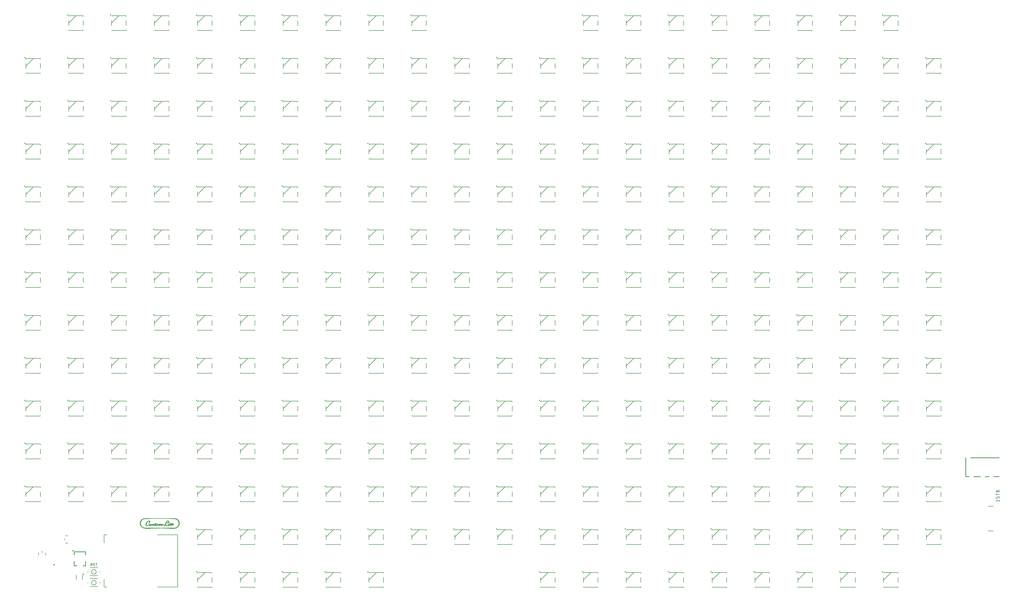
<source format=gto>
G04 EAGLE Gerber RS-274X export*
G75*
%MOMM*%
%FSLAX34Y34*%
%LPD*%
%INSilkscreen Top*%
%IPPOS*%
%AMOC8*
5,1,8,0,0,1.08239X$1,22.5*%
G01*
%ADD10C,0.203200*%
%ADD11C,0.152400*%
%ADD12C,0.508000*%
%ADD13C,0.127000*%
%ADD14C,0.254000*%
%ADD15C,0.254000*%
%ADD16R,10.590000X0.040000*%
%ADD17R,11.000000X0.030000*%
%ADD18R,0.480000X0.040000*%
%ADD19R,0.110000X0.040000*%
%ADD20R,0.600000X0.040000*%
%ADD21R,0.370000X0.040000*%
%ADD22R,0.330000X0.040000*%
%ADD23R,0.300000X0.030000*%
%ADD24R,0.220000X0.030000*%
%ADD25R,0.110000X0.030000*%
%ADD26R,0.220000X0.040000*%
%ADD27R,10.820000X0.040000*%
%ADD28R,0.250000X0.040000*%
%ADD29R,11.110000X0.040000*%
%ADD30R,2.340000X0.040000*%
%ADD31R,0.070000X0.040000*%
%ADD32R,0.180000X0.040000*%
%ADD33R,1.780000X0.040000*%
%ADD34R,0.190000X0.030000*%
%ADD35R,0.370000X0.030000*%
%ADD36R,0.410000X0.030000*%
%ADD37R,0.190000X0.040000*%
%ADD38R,0.300000X0.040000*%
%ADD39R,0.260000X0.040000*%
%ADD40R,0.140000X0.030000*%
%ADD41R,0.250000X0.030000*%
%ADD42R,0.150000X0.040000*%
%ADD43R,0.230000X0.040000*%
%ADD44R,0.140000X0.040000*%
%ADD45R,0.230000X0.030000*%
%ADD46R,0.150000X0.030000*%
%ADD47R,0.120000X0.040000*%
%ADD48R,0.180000X0.030000*%
%ADD49R,0.120000X0.030000*%
%ADD50R,0.550000X0.040000*%
%ADD51R,0.670000X0.040000*%
%ADD52R,0.630000X0.040000*%
%ADD53R,0.750000X0.030000*%
%ADD54R,0.670000X0.030000*%
%ADD55R,0.820000X0.040000*%
%ADD56R,0.340000X0.040000*%
%ADD57R,0.330000X0.030000*%
%ADD58R,0.260000X0.030000*%
%ADD59R,0.290000X0.030000*%
%ADD60R,0.290000X0.040000*%
%ADD61R,0.340000X0.030000*%
%ADD62R,0.070000X0.030000*%
%ADD63R,0.080000X0.040000*%
%ADD64R,0.080000X0.030000*%
%ADD65R,1.230000X0.040000*%
%ADD66R,0.700000X0.030000*%
%ADD67R,1.330000X0.030000*%
%ADD68R,0.740000X0.040000*%
%ADD69R,0.520000X0.040000*%
%ADD70R,1.330000X0.040000*%
%ADD71R,0.710000X0.040000*%
%ADD72R,0.040000X0.040000*%
%ADD73R,1.340000X0.040000*%
%ADD74R,1.260000X0.030000*%
%ADD75R,0.450000X0.040000*%
%ADD76R,0.780000X0.040000*%
%ADD77R,0.410000X0.040000*%
%ADD78R,0.510000X0.040000*%
%ADD79R,0.890000X0.040000*%
%ADD80R,1.820000X0.040000*%
%ADD81R,0.400000X0.040000*%
%ADD82R,0.480000X0.030000*%
%ADD83R,1.740000X0.030000*%
%ADD84R,0.440000X0.030000*%
%ADD85R,1.740000X0.040000*%
%ADD86R,0.440000X0.040000*%
%ADD87R,0.590000X0.030000*%
%ADD88R,0.960000X0.030000*%
%ADD89R,0.520000X0.030000*%
%ADD90R,1.410000X0.030000*%
%ADD91R,0.560000X0.030000*%
%ADD92R,1.600000X0.040000*%
%ADD93R,0.490000X0.040000*%
%ADD94R,2.230000X0.040000*%
%ADD95R,1.070000X0.040000*%
%ADD96R,1.960000X0.040000*%
%ADD97R,0.590000X0.040000*%
%ADD98R,0.700000X0.040000*%
%ADD99R,1.850000X0.040000*%
%ADD100R,1.040000X0.030000*%
%ADD101R,1.290000X0.030000*%
%ADD102R,0.550000X0.030000*%
%ADD103R,1.260000X0.040000*%
%ADD104R,1.190000X0.040000*%
%ADD105R,0.040000X0.030000*%
%ADD106R,0.380000X0.040000*%
%ADD107R,11.220000X0.030000*%
%ADD108R,11.030000X0.040000*%
%ADD109R,3.220000X0.040000*%
%ADD110R,3.590000X0.040000*%
%ADD111R,4.960000X0.040000*%
%ADD112R,2.300000X0.040000*%
%ADD113R,3.810000X0.040000*%
%ADD114R,10.850000X0.040000*%
%ADD115R,2.110000X0.030000*%
%ADD116R,1.630000X0.030000*%
%ADD117C,0.406400*%


D10*
X3503937Y349566D02*
X3501566Y352530D01*
X3512234Y352530D01*
X3512234Y355493D02*
X3512234Y349566D01*
X3512234Y360996D02*
X3512234Y364552D01*
X3512232Y364647D01*
X3512226Y364743D01*
X3512217Y364838D01*
X3512203Y364932D01*
X3512186Y365026D01*
X3512165Y365119D01*
X3512140Y365212D01*
X3512112Y365303D01*
X3512080Y365393D01*
X3512044Y365481D01*
X3512005Y365568D01*
X3511962Y365654D01*
X3511916Y365738D01*
X3511867Y365819D01*
X3511814Y365899D01*
X3511758Y365976D01*
X3511700Y366052D01*
X3511638Y366124D01*
X3511573Y366194D01*
X3511505Y366262D01*
X3511435Y366327D01*
X3511363Y366389D01*
X3511287Y366447D01*
X3511210Y366503D01*
X3511130Y366556D01*
X3511049Y366605D01*
X3510965Y366651D01*
X3510879Y366694D01*
X3510792Y366733D01*
X3510704Y366769D01*
X3510614Y366801D01*
X3510523Y366829D01*
X3510430Y366854D01*
X3510337Y366875D01*
X3510243Y366892D01*
X3510149Y366906D01*
X3510054Y366915D01*
X3509958Y366921D01*
X3509863Y366923D01*
X3508678Y366923D01*
X3508583Y366921D01*
X3508487Y366915D01*
X3508392Y366906D01*
X3508298Y366892D01*
X3508204Y366875D01*
X3508111Y366854D01*
X3508018Y366829D01*
X3507927Y366801D01*
X3507837Y366769D01*
X3507749Y366733D01*
X3507662Y366694D01*
X3507576Y366651D01*
X3507493Y366605D01*
X3507411Y366556D01*
X3507331Y366503D01*
X3507254Y366447D01*
X3507178Y366389D01*
X3507106Y366327D01*
X3507036Y366262D01*
X3506968Y366194D01*
X3506903Y366124D01*
X3506841Y366052D01*
X3506783Y365976D01*
X3506727Y365899D01*
X3506674Y365819D01*
X3506625Y365738D01*
X3506579Y365654D01*
X3506536Y365568D01*
X3506497Y365481D01*
X3506461Y365393D01*
X3506429Y365303D01*
X3506401Y365212D01*
X3506376Y365119D01*
X3506355Y365026D01*
X3506338Y364932D01*
X3506324Y364838D01*
X3506315Y364743D01*
X3506309Y364648D01*
X3506307Y364552D01*
X3506307Y360996D01*
X3501566Y360996D01*
X3501566Y366923D01*
X3501566Y374628D02*
X3512234Y374628D01*
X3501566Y377591D02*
X3501566Y371664D01*
X3506307Y382967D02*
X3506307Y385931D01*
X3506308Y385931D02*
X3506310Y386038D01*
X3506316Y386145D01*
X3506325Y386251D01*
X3506339Y386357D01*
X3506356Y386463D01*
X3506377Y386568D01*
X3506402Y386672D01*
X3506431Y386775D01*
X3506463Y386877D01*
X3506499Y386978D01*
X3506539Y387077D01*
X3506582Y387175D01*
X3506629Y387271D01*
X3506679Y387366D01*
X3506732Y387459D01*
X3506789Y387549D01*
X3506849Y387638D01*
X3506912Y387724D01*
X3506978Y387808D01*
X3507048Y387890D01*
X3507120Y387969D01*
X3507195Y388045D01*
X3507273Y388119D01*
X3507353Y388189D01*
X3507436Y388257D01*
X3507521Y388322D01*
X3507608Y388383D01*
X3507698Y388442D01*
X3507790Y388497D01*
X3507883Y388549D01*
X3507979Y388597D01*
X3508076Y388642D01*
X3508174Y388684D01*
X3508274Y388721D01*
X3508376Y388756D01*
X3508478Y388786D01*
X3508582Y388813D01*
X3508686Y388836D01*
X3508792Y388855D01*
X3508898Y388870D01*
X3509004Y388882D01*
X3509111Y388890D01*
X3509218Y388894D01*
X3509324Y388894D01*
X3509431Y388890D01*
X3509538Y388882D01*
X3509644Y388870D01*
X3509750Y388855D01*
X3509856Y388836D01*
X3509960Y388813D01*
X3510064Y388786D01*
X3510166Y388756D01*
X3510268Y388721D01*
X3510368Y388684D01*
X3510466Y388642D01*
X3510563Y388597D01*
X3510659Y388549D01*
X3510753Y388497D01*
X3510844Y388442D01*
X3510934Y388383D01*
X3511021Y388322D01*
X3511106Y388257D01*
X3511189Y388189D01*
X3511269Y388119D01*
X3511347Y388045D01*
X3511422Y387969D01*
X3511494Y387890D01*
X3511564Y387808D01*
X3511630Y387724D01*
X3511693Y387638D01*
X3511753Y387549D01*
X3511810Y387459D01*
X3511863Y387366D01*
X3511913Y387271D01*
X3511960Y387175D01*
X3512003Y387077D01*
X3512043Y386978D01*
X3512079Y386877D01*
X3512111Y386775D01*
X3512140Y386672D01*
X3512165Y386568D01*
X3512186Y386463D01*
X3512203Y386357D01*
X3512217Y386251D01*
X3512226Y386145D01*
X3512232Y386038D01*
X3512234Y385931D01*
X3512234Y382967D01*
X3501566Y382967D01*
X3501566Y385931D01*
X3501568Y386028D01*
X3501574Y386124D01*
X3501584Y386220D01*
X3501598Y386316D01*
X3501615Y386411D01*
X3501637Y386506D01*
X3501662Y386599D01*
X3501691Y386691D01*
X3501724Y386782D01*
X3501761Y386872D01*
X3501801Y386960D01*
X3501845Y387046D01*
X3501892Y387130D01*
X3501942Y387213D01*
X3501996Y387293D01*
X3502054Y387371D01*
X3502114Y387447D01*
X3502177Y387520D01*
X3502243Y387590D01*
X3502313Y387658D01*
X3502384Y387723D01*
X3502459Y387785D01*
X3502536Y387843D01*
X3502615Y387899D01*
X3502696Y387951D01*
X3502780Y388000D01*
X3502865Y388046D01*
X3502952Y388088D01*
X3503041Y388126D01*
X3503131Y388161D01*
X3503223Y388192D01*
X3503316Y388219D01*
X3503409Y388243D01*
X3503504Y388262D01*
X3503600Y388278D01*
X3503696Y388290D01*
X3503792Y388298D01*
X3503889Y388302D01*
X3503985Y388302D01*
X3504082Y388298D01*
X3504178Y388290D01*
X3504274Y388278D01*
X3504370Y388262D01*
X3504465Y388243D01*
X3504558Y388219D01*
X3504651Y388192D01*
X3504743Y388161D01*
X3504833Y388126D01*
X3504922Y388088D01*
X3505009Y388046D01*
X3505094Y388000D01*
X3505178Y387951D01*
X3505259Y387899D01*
X3505338Y387843D01*
X3505415Y387785D01*
X3505490Y387723D01*
X3505561Y387658D01*
X3505631Y387590D01*
X3505697Y387520D01*
X3505760Y387447D01*
X3505820Y387371D01*
X3505878Y387293D01*
X3505932Y387213D01*
X3505982Y387130D01*
X3506029Y387046D01*
X3506073Y386960D01*
X3506113Y386872D01*
X3506150Y386782D01*
X3506183Y386691D01*
X3506212Y386599D01*
X3506237Y386506D01*
X3506259Y386411D01*
X3506276Y386316D01*
X3506290Y386220D01*
X3506300Y386124D01*
X3506306Y386028D01*
X3506308Y385931D01*
D11*
X334709Y133218D02*
X334709Y124582D01*
X334709Y133218D02*
X337108Y133218D01*
X337205Y133216D01*
X337301Y133210D01*
X337397Y133201D01*
X337493Y133187D01*
X337588Y133170D01*
X337682Y133148D01*
X337775Y133123D01*
X337868Y133095D01*
X337959Y133062D01*
X338048Y133026D01*
X338136Y132986D01*
X338223Y132943D01*
X338308Y132897D01*
X338390Y132847D01*
X338471Y132793D01*
X338549Y132737D01*
X338625Y132677D01*
X338699Y132615D01*
X338770Y132549D01*
X338838Y132481D01*
X338904Y132410D01*
X338966Y132336D01*
X339026Y132260D01*
X339082Y132182D01*
X339136Y132101D01*
X339186Y132018D01*
X339232Y131934D01*
X339275Y131847D01*
X339315Y131759D01*
X339351Y131670D01*
X339384Y131579D01*
X339412Y131486D01*
X339437Y131393D01*
X339459Y131299D01*
X339476Y131204D01*
X339490Y131108D01*
X339499Y131012D01*
X339505Y130916D01*
X339507Y130819D01*
X339505Y130722D01*
X339499Y130626D01*
X339490Y130530D01*
X339476Y130434D01*
X339459Y130339D01*
X339437Y130245D01*
X339412Y130152D01*
X339384Y130059D01*
X339351Y129968D01*
X339315Y129879D01*
X339275Y129791D01*
X339232Y129704D01*
X339186Y129619D01*
X339136Y129537D01*
X339082Y129456D01*
X339026Y129378D01*
X338966Y129302D01*
X338904Y129228D01*
X338838Y129157D01*
X338770Y129089D01*
X338699Y129023D01*
X338625Y128961D01*
X338549Y128901D01*
X338471Y128845D01*
X338390Y128791D01*
X338308Y128741D01*
X338223Y128695D01*
X338136Y128652D01*
X338048Y128612D01*
X337959Y128576D01*
X337868Y128543D01*
X337775Y128515D01*
X337682Y128490D01*
X337588Y128468D01*
X337493Y128451D01*
X337397Y128437D01*
X337301Y128428D01*
X337205Y128422D01*
X337108Y128420D01*
X334709Y128420D01*
X337588Y128420D02*
X339507Y124582D01*
X346342Y124582D02*
X346428Y124584D01*
X346514Y124590D01*
X346600Y124599D01*
X346685Y124613D01*
X346769Y124630D01*
X346853Y124651D01*
X346935Y124676D01*
X347016Y124704D01*
X347096Y124736D01*
X347175Y124772D01*
X347251Y124811D01*
X347326Y124854D01*
X347399Y124899D01*
X347470Y124949D01*
X347538Y125001D01*
X347605Y125056D01*
X347668Y125114D01*
X347729Y125175D01*
X347787Y125238D01*
X347842Y125305D01*
X347895Y125373D01*
X347944Y125444D01*
X347989Y125517D01*
X348032Y125592D01*
X348071Y125668D01*
X348107Y125747D01*
X348139Y125827D01*
X348167Y125908D01*
X348192Y125990D01*
X348213Y126074D01*
X348230Y126158D01*
X348244Y126243D01*
X348253Y126329D01*
X348259Y126415D01*
X348261Y126501D01*
X346342Y124582D02*
X346219Y124584D01*
X346096Y124589D01*
X345973Y124599D01*
X345851Y124612D01*
X345729Y124629D01*
X345607Y124649D01*
X345487Y124673D01*
X345367Y124701D01*
X345248Y124732D01*
X345130Y124767D01*
X345013Y124806D01*
X344897Y124848D01*
X344783Y124894D01*
X344670Y124943D01*
X344559Y124995D01*
X344449Y125051D01*
X344341Y125110D01*
X344235Y125173D01*
X344130Y125238D01*
X344028Y125307D01*
X343928Y125379D01*
X343831Y125454D01*
X343735Y125531D01*
X343642Y125612D01*
X343551Y125695D01*
X343463Y125781D01*
X343704Y131299D02*
X343706Y131385D01*
X343712Y131471D01*
X343721Y131557D01*
X343735Y131642D01*
X343752Y131726D01*
X343773Y131810D01*
X343798Y131892D01*
X343826Y131973D01*
X343858Y132053D01*
X343894Y132132D01*
X343933Y132208D01*
X343976Y132283D01*
X344021Y132356D01*
X344070Y132427D01*
X344123Y132495D01*
X344178Y132562D01*
X344236Y132625D01*
X344297Y132686D01*
X344360Y132744D01*
X344427Y132799D01*
X344495Y132852D01*
X344566Y132901D01*
X344639Y132946D01*
X344714Y132989D01*
X344790Y133028D01*
X344869Y133064D01*
X344949Y133096D01*
X345030Y133124D01*
X345112Y133149D01*
X345196Y133170D01*
X345280Y133187D01*
X345365Y133201D01*
X345451Y133210D01*
X345537Y133216D01*
X345623Y133218D01*
X345739Y133216D01*
X345854Y133211D01*
X345970Y133201D01*
X346085Y133188D01*
X346199Y133172D01*
X346313Y133151D01*
X346427Y133127D01*
X346539Y133099D01*
X346650Y133068D01*
X346761Y133033D01*
X346870Y132995D01*
X346978Y132953D01*
X347084Y132908D01*
X347190Y132859D01*
X347293Y132807D01*
X347395Y132752D01*
X347494Y132693D01*
X347592Y132631D01*
X347688Y132566D01*
X347782Y132498D01*
X344663Y129620D02*
X344589Y129666D01*
X344516Y129716D01*
X344446Y129769D01*
X344378Y129825D01*
X344313Y129884D01*
X344250Y129946D01*
X344191Y130011D01*
X344134Y130078D01*
X344080Y130148D01*
X344030Y130220D01*
X343983Y130294D01*
X343939Y130370D01*
X343899Y130449D01*
X343863Y130529D01*
X343830Y130610D01*
X343801Y130693D01*
X343775Y130778D01*
X343753Y130863D01*
X343736Y130949D01*
X343722Y131036D01*
X343712Y131123D01*
X343706Y131211D01*
X343704Y131299D01*
X347302Y128180D02*
X347376Y128134D01*
X347449Y128084D01*
X347519Y128031D01*
X347587Y127975D01*
X347652Y127916D01*
X347715Y127854D01*
X347774Y127789D01*
X347831Y127722D01*
X347885Y127652D01*
X347935Y127580D01*
X347982Y127506D01*
X348026Y127430D01*
X348066Y127351D01*
X348102Y127271D01*
X348135Y127190D01*
X348164Y127107D01*
X348190Y127022D01*
X348212Y126937D01*
X348229Y126851D01*
X348243Y126764D01*
X348253Y126677D01*
X348259Y126589D01*
X348261Y126501D01*
X347302Y128180D02*
X344663Y129620D01*
X354092Y133218D02*
X354092Y124582D01*
X351693Y133218D02*
X356491Y133218D01*
D12*
X308135Y94610D03*
D10*
X305976Y90673D02*
X305976Y76957D01*
X283624Y76957D02*
X283624Y91943D01*
X304579Y76957D02*
X305976Y76957D01*
X285021Y76957D02*
X283624Y76957D01*
X304579Y91943D02*
X305976Y90673D01*
X285021Y91943D02*
X283624Y91943D01*
D13*
X337550Y103500D02*
X337552Y103698D01*
X337560Y103895D01*
X337572Y104092D01*
X337589Y104289D01*
X337611Y104485D01*
X337637Y104681D01*
X337669Y104876D01*
X337705Y105070D01*
X337746Y105264D01*
X337791Y105456D01*
X337842Y105647D01*
X337897Y105837D01*
X337956Y106025D01*
X338021Y106212D01*
X338089Y106397D01*
X338163Y106581D01*
X338241Y106762D01*
X338323Y106942D01*
X338410Y107119D01*
X338501Y107295D01*
X338596Y107468D01*
X338695Y107639D01*
X338799Y107807D01*
X338907Y107972D01*
X339018Y108135D01*
X339134Y108295D01*
X339254Y108453D01*
X339377Y108607D01*
X339504Y108758D01*
X339635Y108906D01*
X339770Y109051D01*
X339908Y109192D01*
X340049Y109330D01*
X340194Y109465D01*
X340342Y109596D01*
X340493Y109723D01*
X340647Y109846D01*
X340805Y109966D01*
X340965Y110082D01*
X341128Y110193D01*
X341293Y110301D01*
X341461Y110405D01*
X341632Y110504D01*
X341805Y110599D01*
X341981Y110690D01*
X342158Y110777D01*
X342338Y110859D01*
X342519Y110937D01*
X342703Y111011D01*
X342888Y111079D01*
X343075Y111144D01*
X343263Y111203D01*
X343453Y111258D01*
X343644Y111309D01*
X343836Y111354D01*
X344030Y111395D01*
X344224Y111431D01*
X344419Y111463D01*
X344615Y111489D01*
X344811Y111511D01*
X345008Y111528D01*
X345205Y111540D01*
X345402Y111548D01*
X345600Y111550D01*
X345798Y111548D01*
X345995Y111540D01*
X346192Y111528D01*
X346389Y111511D01*
X346585Y111489D01*
X346781Y111463D01*
X346976Y111431D01*
X347170Y111395D01*
X347364Y111354D01*
X347556Y111309D01*
X347747Y111258D01*
X347937Y111203D01*
X348125Y111144D01*
X348312Y111079D01*
X348497Y111011D01*
X348681Y110937D01*
X348862Y110859D01*
X349042Y110777D01*
X349219Y110690D01*
X349395Y110599D01*
X349568Y110504D01*
X349739Y110405D01*
X349907Y110301D01*
X350072Y110193D01*
X350235Y110082D01*
X350395Y109966D01*
X350553Y109846D01*
X350707Y109723D01*
X350858Y109596D01*
X351006Y109465D01*
X351151Y109330D01*
X351292Y109192D01*
X351430Y109051D01*
X351565Y108906D01*
X351696Y108758D01*
X351823Y108607D01*
X351946Y108453D01*
X352066Y108295D01*
X352182Y108135D01*
X352293Y107972D01*
X352401Y107807D01*
X352505Y107639D01*
X352604Y107468D01*
X352699Y107295D01*
X352790Y107119D01*
X352877Y106942D01*
X352959Y106762D01*
X353037Y106581D01*
X353111Y106397D01*
X353179Y106212D01*
X353244Y106025D01*
X353303Y105837D01*
X353358Y105647D01*
X353409Y105456D01*
X353454Y105264D01*
X353495Y105070D01*
X353531Y104876D01*
X353563Y104681D01*
X353589Y104485D01*
X353611Y104289D01*
X353628Y104092D01*
X353640Y103895D01*
X353648Y103698D01*
X353650Y103500D01*
X353648Y103302D01*
X353640Y103105D01*
X353628Y102908D01*
X353611Y102711D01*
X353589Y102515D01*
X353563Y102319D01*
X353531Y102124D01*
X353495Y101930D01*
X353454Y101736D01*
X353409Y101544D01*
X353358Y101353D01*
X353303Y101163D01*
X353244Y100975D01*
X353179Y100788D01*
X353111Y100603D01*
X353037Y100419D01*
X352959Y100238D01*
X352877Y100058D01*
X352790Y99881D01*
X352699Y99705D01*
X352604Y99532D01*
X352505Y99361D01*
X352401Y99193D01*
X352293Y99028D01*
X352182Y98865D01*
X352066Y98705D01*
X351946Y98547D01*
X351823Y98393D01*
X351696Y98242D01*
X351565Y98094D01*
X351430Y97949D01*
X351292Y97808D01*
X351151Y97670D01*
X351006Y97535D01*
X350858Y97404D01*
X350707Y97277D01*
X350553Y97154D01*
X350395Y97034D01*
X350235Y96918D01*
X350072Y96807D01*
X349907Y96699D01*
X349739Y96595D01*
X349568Y96496D01*
X349395Y96401D01*
X349219Y96310D01*
X349042Y96223D01*
X348862Y96141D01*
X348681Y96063D01*
X348497Y95989D01*
X348312Y95921D01*
X348125Y95856D01*
X347937Y95797D01*
X347747Y95742D01*
X347556Y95691D01*
X347364Y95646D01*
X347170Y95605D01*
X346976Y95569D01*
X346781Y95537D01*
X346585Y95511D01*
X346389Y95489D01*
X346192Y95472D01*
X345995Y95460D01*
X345798Y95452D01*
X345600Y95450D01*
X345402Y95452D01*
X345205Y95460D01*
X345008Y95472D01*
X344811Y95489D01*
X344615Y95511D01*
X344419Y95537D01*
X344224Y95569D01*
X344030Y95605D01*
X343836Y95646D01*
X343644Y95691D01*
X343453Y95742D01*
X343263Y95797D01*
X343075Y95856D01*
X342888Y95921D01*
X342703Y95989D01*
X342519Y96063D01*
X342338Y96141D01*
X342158Y96223D01*
X341981Y96310D01*
X341805Y96401D01*
X341632Y96496D01*
X341461Y96595D01*
X341293Y96699D01*
X341128Y96807D01*
X340965Y96918D01*
X340805Y97034D01*
X340647Y97154D01*
X340493Y97277D01*
X340342Y97404D01*
X340194Y97535D01*
X340049Y97670D01*
X339908Y97808D01*
X339770Y97949D01*
X339635Y98094D01*
X339504Y98242D01*
X339377Y98393D01*
X339254Y98547D01*
X339134Y98705D01*
X339018Y98865D01*
X338907Y99028D01*
X338799Y99193D01*
X338695Y99361D01*
X338596Y99532D01*
X338501Y99705D01*
X338410Y99881D01*
X338323Y100058D01*
X338241Y100238D01*
X338163Y100419D01*
X338089Y100603D01*
X338021Y100788D01*
X337956Y100975D01*
X337897Y101163D01*
X337842Y101353D01*
X337791Y101544D01*
X337746Y101736D01*
X337705Y101930D01*
X337669Y102124D01*
X337637Y102319D01*
X337611Y102515D01*
X337589Y102711D01*
X337572Y102908D01*
X337560Y103105D01*
X337552Y103302D01*
X337550Y103500D01*
D10*
X332220Y117500D02*
X358980Y117500D01*
X358980Y89500D02*
X332220Y89500D01*
X366600Y102200D02*
X366600Y104800D01*
X324600Y104800D02*
X324600Y102200D01*
D13*
X337550Y65400D02*
X337552Y65598D01*
X337560Y65795D01*
X337572Y65992D01*
X337589Y66189D01*
X337611Y66385D01*
X337637Y66581D01*
X337669Y66776D01*
X337705Y66970D01*
X337746Y67164D01*
X337791Y67356D01*
X337842Y67547D01*
X337897Y67737D01*
X337956Y67925D01*
X338021Y68112D01*
X338089Y68297D01*
X338163Y68481D01*
X338241Y68662D01*
X338323Y68842D01*
X338410Y69019D01*
X338501Y69195D01*
X338596Y69368D01*
X338695Y69539D01*
X338799Y69707D01*
X338907Y69872D01*
X339018Y70035D01*
X339134Y70195D01*
X339254Y70353D01*
X339377Y70507D01*
X339504Y70658D01*
X339635Y70806D01*
X339770Y70951D01*
X339908Y71092D01*
X340049Y71230D01*
X340194Y71365D01*
X340342Y71496D01*
X340493Y71623D01*
X340647Y71746D01*
X340805Y71866D01*
X340965Y71982D01*
X341128Y72093D01*
X341293Y72201D01*
X341461Y72305D01*
X341632Y72404D01*
X341805Y72499D01*
X341981Y72590D01*
X342158Y72677D01*
X342338Y72759D01*
X342519Y72837D01*
X342703Y72911D01*
X342888Y72979D01*
X343075Y73044D01*
X343263Y73103D01*
X343453Y73158D01*
X343644Y73209D01*
X343836Y73254D01*
X344030Y73295D01*
X344224Y73331D01*
X344419Y73363D01*
X344615Y73389D01*
X344811Y73411D01*
X345008Y73428D01*
X345205Y73440D01*
X345402Y73448D01*
X345600Y73450D01*
X345798Y73448D01*
X345995Y73440D01*
X346192Y73428D01*
X346389Y73411D01*
X346585Y73389D01*
X346781Y73363D01*
X346976Y73331D01*
X347170Y73295D01*
X347364Y73254D01*
X347556Y73209D01*
X347747Y73158D01*
X347937Y73103D01*
X348125Y73044D01*
X348312Y72979D01*
X348497Y72911D01*
X348681Y72837D01*
X348862Y72759D01*
X349042Y72677D01*
X349219Y72590D01*
X349395Y72499D01*
X349568Y72404D01*
X349739Y72305D01*
X349907Y72201D01*
X350072Y72093D01*
X350235Y71982D01*
X350395Y71866D01*
X350553Y71746D01*
X350707Y71623D01*
X350858Y71496D01*
X351006Y71365D01*
X351151Y71230D01*
X351292Y71092D01*
X351430Y70951D01*
X351565Y70806D01*
X351696Y70658D01*
X351823Y70507D01*
X351946Y70353D01*
X352066Y70195D01*
X352182Y70035D01*
X352293Y69872D01*
X352401Y69707D01*
X352505Y69539D01*
X352604Y69368D01*
X352699Y69195D01*
X352790Y69019D01*
X352877Y68842D01*
X352959Y68662D01*
X353037Y68481D01*
X353111Y68297D01*
X353179Y68112D01*
X353244Y67925D01*
X353303Y67737D01*
X353358Y67547D01*
X353409Y67356D01*
X353454Y67164D01*
X353495Y66970D01*
X353531Y66776D01*
X353563Y66581D01*
X353589Y66385D01*
X353611Y66189D01*
X353628Y65992D01*
X353640Y65795D01*
X353648Y65598D01*
X353650Y65400D01*
X353648Y65202D01*
X353640Y65005D01*
X353628Y64808D01*
X353611Y64611D01*
X353589Y64415D01*
X353563Y64219D01*
X353531Y64024D01*
X353495Y63830D01*
X353454Y63636D01*
X353409Y63444D01*
X353358Y63253D01*
X353303Y63063D01*
X353244Y62875D01*
X353179Y62688D01*
X353111Y62503D01*
X353037Y62319D01*
X352959Y62138D01*
X352877Y61958D01*
X352790Y61781D01*
X352699Y61605D01*
X352604Y61432D01*
X352505Y61261D01*
X352401Y61093D01*
X352293Y60928D01*
X352182Y60765D01*
X352066Y60605D01*
X351946Y60447D01*
X351823Y60293D01*
X351696Y60142D01*
X351565Y59994D01*
X351430Y59849D01*
X351292Y59708D01*
X351151Y59570D01*
X351006Y59435D01*
X350858Y59304D01*
X350707Y59177D01*
X350553Y59054D01*
X350395Y58934D01*
X350235Y58818D01*
X350072Y58707D01*
X349907Y58599D01*
X349739Y58495D01*
X349568Y58396D01*
X349395Y58301D01*
X349219Y58210D01*
X349042Y58123D01*
X348862Y58041D01*
X348681Y57963D01*
X348497Y57889D01*
X348312Y57821D01*
X348125Y57756D01*
X347937Y57697D01*
X347747Y57642D01*
X347556Y57591D01*
X347364Y57546D01*
X347170Y57505D01*
X346976Y57469D01*
X346781Y57437D01*
X346585Y57411D01*
X346389Y57389D01*
X346192Y57372D01*
X345995Y57360D01*
X345798Y57352D01*
X345600Y57350D01*
X345402Y57352D01*
X345205Y57360D01*
X345008Y57372D01*
X344811Y57389D01*
X344615Y57411D01*
X344419Y57437D01*
X344224Y57469D01*
X344030Y57505D01*
X343836Y57546D01*
X343644Y57591D01*
X343453Y57642D01*
X343263Y57697D01*
X343075Y57756D01*
X342888Y57821D01*
X342703Y57889D01*
X342519Y57963D01*
X342338Y58041D01*
X342158Y58123D01*
X341981Y58210D01*
X341805Y58301D01*
X341632Y58396D01*
X341461Y58495D01*
X341293Y58599D01*
X341128Y58707D01*
X340965Y58818D01*
X340805Y58934D01*
X340647Y59054D01*
X340493Y59177D01*
X340342Y59304D01*
X340194Y59435D01*
X340049Y59570D01*
X339908Y59708D01*
X339770Y59849D01*
X339635Y59994D01*
X339504Y60142D01*
X339377Y60293D01*
X339254Y60447D01*
X339134Y60605D01*
X339018Y60765D01*
X338907Y60928D01*
X338799Y61093D01*
X338695Y61261D01*
X338596Y61432D01*
X338501Y61605D01*
X338410Y61781D01*
X338323Y61958D01*
X338241Y62138D01*
X338163Y62319D01*
X338089Y62503D01*
X338021Y62688D01*
X337956Y62875D01*
X337897Y63063D01*
X337842Y63253D01*
X337791Y63444D01*
X337746Y63636D01*
X337705Y63830D01*
X337669Y64024D01*
X337637Y64219D01*
X337611Y64415D01*
X337589Y64611D01*
X337572Y64808D01*
X337560Y65005D01*
X337552Y65202D01*
X337550Y65400D01*
D10*
X332220Y51400D02*
X358980Y51400D01*
X358980Y79400D02*
X332220Y79400D01*
X324600Y66700D02*
X324600Y64100D01*
X366600Y64100D02*
X366600Y66700D01*
X381030Y205100D02*
X381030Y232870D01*
X391300Y232870D01*
X381030Y78100D02*
X381030Y50330D01*
X391300Y50330D01*
X568410Y232870D02*
X638570Y232870D01*
X638570Y50330D02*
X568410Y50330D01*
X638570Y50330D02*
X638570Y232870D01*
X177400Y170094D02*
X177400Y161506D01*
X152000Y161506D02*
X152000Y170094D01*
X162016Y172888D02*
X167384Y172888D01*
D14*
X148698Y155640D03*
D13*
X204544Y128500D02*
X204546Y128579D01*
X204552Y128657D01*
X204562Y128736D01*
X204576Y128813D01*
X204594Y128890D01*
X204615Y128966D01*
X204641Y129040D01*
X204670Y129114D01*
X204703Y129185D01*
X204740Y129255D01*
X204780Y129323D01*
X204823Y129389D01*
X204870Y129452D01*
X204919Y129514D01*
X204972Y129572D01*
X205028Y129628D01*
X205086Y129681D01*
X205148Y129730D01*
X205211Y129777D01*
X205277Y129820D01*
X205345Y129860D01*
X205415Y129897D01*
X205486Y129930D01*
X205560Y129959D01*
X205634Y129985D01*
X205710Y130006D01*
X205787Y130024D01*
X205864Y130038D01*
X205943Y130048D01*
X206021Y130054D01*
X206100Y130056D01*
X206179Y130054D01*
X206257Y130048D01*
X206336Y130038D01*
X206413Y130024D01*
X206490Y130006D01*
X206566Y129985D01*
X206640Y129959D01*
X206714Y129930D01*
X206785Y129897D01*
X206855Y129860D01*
X206923Y129820D01*
X206989Y129777D01*
X207052Y129730D01*
X207114Y129681D01*
X207172Y129628D01*
X207228Y129572D01*
X207281Y129514D01*
X207330Y129452D01*
X207377Y129389D01*
X207420Y129323D01*
X207460Y129255D01*
X207497Y129185D01*
X207530Y129114D01*
X207559Y129040D01*
X207585Y128966D01*
X207606Y128890D01*
X207624Y128813D01*
X207638Y128736D01*
X207648Y128657D01*
X207654Y128579D01*
X207656Y128500D01*
X207654Y128421D01*
X207648Y128343D01*
X207638Y128264D01*
X207624Y128187D01*
X207606Y128110D01*
X207585Y128034D01*
X207559Y127960D01*
X207530Y127886D01*
X207497Y127815D01*
X207460Y127745D01*
X207420Y127677D01*
X207377Y127611D01*
X207330Y127548D01*
X207281Y127486D01*
X207228Y127428D01*
X207172Y127372D01*
X207114Y127319D01*
X207052Y127270D01*
X206989Y127223D01*
X206923Y127180D01*
X206855Y127140D01*
X206785Y127103D01*
X206714Y127070D01*
X206640Y127041D01*
X206566Y127015D01*
X206490Y126994D01*
X206413Y126976D01*
X206336Y126962D01*
X206257Y126952D01*
X206179Y126946D01*
X206100Y126944D01*
X206021Y126946D01*
X205943Y126952D01*
X205864Y126962D01*
X205787Y126976D01*
X205710Y126994D01*
X205634Y127015D01*
X205560Y127041D01*
X205486Y127070D01*
X205415Y127103D01*
X205345Y127140D01*
X205277Y127180D01*
X205211Y127223D01*
X205148Y127270D01*
X205086Y127319D01*
X205028Y127372D01*
X204972Y127428D01*
X204919Y127486D01*
X204870Y127548D01*
X204823Y127611D01*
X204780Y127677D01*
X204740Y127745D01*
X204703Y127815D01*
X204670Y127886D01*
X204641Y127960D01*
X204615Y128034D01*
X204594Y128110D01*
X204576Y128187D01*
X204562Y128264D01*
X204552Y128343D01*
X204546Y128421D01*
X204544Y128500D01*
D11*
X3473100Y246800D02*
X3491100Y246800D01*
X3491100Y333200D02*
X3473100Y333200D01*
D15*
X3511100Y503000D02*
X3411100Y503000D01*
X3394100Y503000D02*
X3394100Y437000D01*
X3406100Y437000D01*
X3422100Y437000D02*
X3446100Y437000D01*
X3462100Y437000D02*
X3476100Y437000D01*
X3492100Y437000D02*
X3511100Y437000D01*
X276300Y140000D02*
X276300Y125000D01*
X285300Y125000D01*
X276300Y163000D02*
X276300Y174000D01*
X316300Y174000D01*
X316300Y163000D01*
X316300Y125000D02*
X307300Y125000D01*
X316300Y125000D02*
X316300Y140000D01*
D12*
X272900Y177100D03*
D10*
X254594Y229400D02*
X246006Y229400D01*
X246006Y204000D02*
X254594Y204000D01*
X243212Y214016D02*
X243212Y219384D01*
D14*
X260460Y200698D03*
D16*
X576100Y290900D03*
D17*
X575950Y290550D03*
D18*
X521850Y290200D03*
D19*
X624100Y290200D03*
D20*
X629450Y290200D03*
D21*
X520200Y289800D03*
D22*
X631500Y289800D03*
D23*
X519050Y289450D03*
D24*
X526450Y289450D03*
D25*
X625900Y289450D03*
D23*
X632750Y289450D03*
D26*
X517950Y289100D03*
D27*
X575750Y289100D03*
D28*
X633700Y289100D03*
D26*
X517250Y288700D03*
D29*
X575700Y288700D03*
D26*
X634650Y288700D03*
X516450Y288300D03*
D30*
X530750Y288300D03*
D31*
X607200Y288300D03*
D32*
X611850Y288300D03*
D33*
X623550Y288300D03*
D26*
X635350Y288300D03*
D34*
X515900Y287950D03*
D35*
X520200Y287950D03*
D36*
X631500Y287950D03*
D34*
X635900Y287950D03*
D37*
X515200Y287600D03*
D38*
X519050Y287600D03*
X632750Y287600D03*
D37*
X636300Y287600D03*
X514800Y287200D03*
D39*
X518150Y287200D03*
D26*
X633550Y287200D03*
D32*
X637050Y287200D03*
D40*
X514250Y286850D03*
D41*
X517400Y286850D03*
D24*
X634250Y286850D03*
D34*
X637400Y286850D03*
D42*
X513900Y286500D03*
D26*
X516850Y286500D03*
D43*
X635000Y286500D03*
D44*
X637950Y286500D03*
D19*
X513300Y286100D03*
D37*
X516300Y286100D03*
D39*
X635550Y286100D03*
D42*
X638300Y286100D03*
D25*
X513000Y285750D03*
D24*
X515750Y285750D03*
D45*
X636100Y285750D03*
D46*
X638700Y285750D03*
D19*
X512600Y285400D03*
D37*
X515200Y285400D03*
D32*
X636650Y285400D03*
D42*
X639100Y285400D03*
D37*
X512200Y285000D03*
X514800Y285000D03*
D32*
X637050Y285000D03*
D42*
X639400Y285000D03*
D47*
X511850Y284600D03*
D32*
X514450Y284600D03*
D37*
X637400Y284600D03*
D42*
X639800Y284600D03*
D46*
X511700Y284250D03*
X513900Y284250D03*
D48*
X637750Y284250D03*
D46*
X640200Y284250D03*
D42*
X511300Y283900D03*
X513500Y283900D03*
D32*
X638150Y283900D03*
D44*
X640550Y283900D03*
D42*
X510900Y283500D03*
D44*
X513150Y283500D03*
D37*
X638500Y283500D03*
D42*
X640900Y283500D03*
D25*
X510700Y283150D03*
D46*
X512800Y283150D03*
D34*
X638900Y283150D03*
D25*
X641100Y283150D03*
D19*
X510400Y282800D03*
D37*
X512600Y282800D03*
D32*
X639250Y282800D03*
D19*
X641500Y282800D03*
D42*
X510200Y282400D03*
X512400Y282400D03*
X639400Y282400D03*
X641700Y282400D03*
D25*
X510000Y282050D03*
D46*
X512000Y282050D03*
X639800Y282050D03*
D49*
X641850Y282050D03*
D19*
X509600Y281700D03*
D42*
X511700Y281700D03*
D21*
X539400Y281700D03*
X605000Y281700D03*
D19*
X640000Y281700D03*
X642200Y281700D03*
X509600Y281300D03*
D42*
X511700Y281300D03*
D50*
X538900Y281300D03*
X604800Y281300D03*
D42*
X640200Y281300D03*
D19*
X642200Y281300D03*
D47*
X509250Y280900D03*
D42*
X511300Y280900D03*
D51*
X538700Y280900D03*
D52*
X604800Y280900D03*
D44*
X640550Y280900D03*
D42*
X642400Y280900D03*
D49*
X509250Y280550D03*
D25*
X511100Y280550D03*
D53*
X538700Y280550D03*
D54*
X604600Y280550D03*
D40*
X640550Y280550D03*
D25*
X642600Y280550D03*
D19*
X508900Y280200D03*
D42*
X510900Y280200D03*
D55*
X538350Y280200D03*
D22*
X602200Y280200D03*
D38*
X606850Y280200D03*
D42*
X640900Y280200D03*
D19*
X643000Y280200D03*
X508900Y279800D03*
X510700Y279800D03*
D56*
X535550Y279800D03*
D39*
X541150Y279800D03*
D38*
X601650Y279800D03*
D39*
X607050Y279800D03*
D19*
X641100Y279800D03*
X643000Y279800D03*
D25*
X508500Y279450D03*
D40*
X510550Y279450D03*
D57*
X534800Y279450D03*
D58*
X541150Y279450D03*
D59*
X601300Y279450D03*
D58*
X607050Y279450D03*
D46*
X641300Y279450D03*
D25*
X643300Y279450D03*
D19*
X508500Y279100D03*
X510400Y279100D03*
D38*
X534250Y279100D03*
D39*
X541150Y279100D03*
D38*
X600950Y279100D03*
D39*
X607050Y279100D03*
D19*
X641500Y279100D03*
X643300Y279100D03*
D42*
X508300Y278700D03*
X510200Y278700D03*
D60*
X533900Y278700D03*
D39*
X541150Y278700D03*
X600750Y278700D03*
X607050Y278700D03*
D42*
X641700Y278700D03*
D19*
X643300Y278700D03*
X508100Y278300D03*
X510000Y278300D03*
D39*
X533350Y278300D03*
X541150Y278300D03*
D38*
X600550Y278300D03*
D39*
X607050Y278300D03*
D42*
X641700Y278300D03*
D19*
X643700Y278300D03*
D25*
X508100Y277950D03*
X510000Y277950D03*
D23*
X532750Y277950D03*
D58*
X540750Y277950D03*
D23*
X600150Y277950D03*
D58*
X606650Y277950D03*
D49*
X641850Y277950D03*
D25*
X643700Y277950D03*
D19*
X508100Y277600D03*
D42*
X509800Y277600D03*
D60*
X532400Y277600D03*
D39*
X540750Y277600D03*
D60*
X599800Y277600D03*
D39*
X606650Y277600D03*
D47*
X641850Y277600D03*
D19*
X643700Y277600D03*
X507800Y277200D03*
X509600Y277200D03*
D38*
X532050Y277200D03*
D26*
X540550Y277200D03*
D60*
X599800Y277200D03*
D38*
X606450Y277200D03*
D42*
X642000Y277200D03*
D19*
X644100Y277200D03*
D25*
X507800Y276850D03*
X509600Y276850D03*
D23*
X531650Y276850D03*
D58*
X540350Y276850D03*
D23*
X599450Y276850D03*
D58*
X606250Y276850D03*
D25*
X642200Y276850D03*
X644100Y276850D03*
D19*
X507800Y276500D03*
X509600Y276500D03*
D39*
X531450Y276500D03*
X539950Y276500D03*
D56*
X599250Y276500D03*
D39*
X605950Y276500D03*
D19*
X642200Y276500D03*
X644100Y276500D03*
X507800Y276100D03*
D47*
X509250Y276100D03*
D39*
X531150Y276100D03*
X539950Y276100D03*
D38*
X599050Y276100D03*
X605750Y276100D03*
D19*
X642200Y276100D03*
X644100Y276100D03*
D25*
X507400Y275750D03*
D49*
X509250Y275750D03*
D58*
X530750Y275750D03*
X539650Y275750D03*
D57*
X598900Y275750D03*
D23*
X605350Y275750D03*
D34*
X610000Y275750D03*
D46*
X642400Y275750D03*
D25*
X644400Y275750D03*
D19*
X507400Y275400D03*
D47*
X509250Y275400D03*
D38*
X530550Y275400D03*
D39*
X539250Y275400D03*
D60*
X598700Y275400D03*
D39*
X605150Y275400D03*
X609950Y275400D03*
D19*
X642600Y275400D03*
X644400Y275400D03*
X507400Y275000D03*
D47*
X509250Y275000D03*
D38*
X530150Y275000D03*
D39*
X538850Y275000D03*
D22*
X598500Y275000D03*
D60*
X605000Y275000D03*
X609800Y275000D03*
D19*
X642600Y275000D03*
X644400Y275000D03*
X507400Y274600D03*
D47*
X509250Y274600D03*
D60*
X529800Y274600D03*
X538700Y274600D03*
D38*
X598350Y274600D03*
X604650Y274600D03*
D22*
X609600Y274600D03*
D19*
X642600Y274600D03*
X644400Y274600D03*
D25*
X507400Y274250D03*
D49*
X509250Y274250D03*
D59*
X529800Y274250D03*
D58*
X538550Y274250D03*
D61*
X598150Y274250D03*
D23*
X604250Y274250D03*
D57*
X609600Y274250D03*
D25*
X642600Y274250D03*
X644400Y274250D03*
D19*
X507400Y273900D03*
D47*
X509250Y273900D03*
D38*
X529450Y273900D03*
D39*
X538150Y273900D03*
D32*
X561850Y273900D03*
D38*
X597950Y273900D03*
D60*
X603900Y273900D03*
D21*
X609400Y273900D03*
D42*
X615400Y273900D03*
D47*
X621850Y273900D03*
D19*
X642600Y273900D03*
X644400Y273900D03*
X507400Y273500D03*
D47*
X509250Y273500D03*
D38*
X529450Y273500D03*
D39*
X537750Y273500D03*
D26*
X561650Y273500D03*
D22*
X597800Y273500D03*
D60*
X603500Y273500D03*
D21*
X609400Y273500D03*
D26*
X615750Y273500D03*
X622050Y273500D03*
D19*
X642600Y273500D03*
X644400Y273500D03*
D62*
X507200Y273150D03*
D49*
X509250Y273150D03*
D23*
X529050Y273150D03*
D59*
X537200Y273150D03*
D23*
X561650Y273150D03*
D59*
X597600Y273150D03*
D23*
X602750Y273150D03*
X609450Y273150D03*
D58*
X615550Y273150D03*
X621850Y273150D03*
D46*
X642800Y273150D03*
D25*
X644400Y273150D03*
D31*
X507200Y272800D03*
D63*
X509050Y272800D03*
D38*
X529050Y272800D03*
D39*
X537050Y272800D03*
X561450Y272800D03*
D22*
X597400Y272800D03*
D39*
X602550Y272800D03*
X609250Y272800D03*
X615550Y272800D03*
X621850Y272800D03*
D42*
X642800Y272800D03*
D31*
X644600Y272800D03*
X507200Y272400D03*
D42*
X509100Y272400D03*
D60*
X528700Y272400D03*
D32*
X536650Y272400D03*
D60*
X561300Y272400D03*
D22*
X597400Y272400D03*
D43*
X602400Y272400D03*
D32*
X609250Y272400D03*
D39*
X615150Y272400D03*
X621450Y272400D03*
D42*
X642800Y272400D03*
D31*
X644600Y272400D03*
D62*
X507200Y272050D03*
D46*
X509100Y272050D03*
D59*
X528700Y272050D03*
D64*
X536850Y272050D03*
D59*
X561300Y272050D03*
D57*
X597000Y272050D03*
D59*
X615000Y272050D03*
D58*
X621450Y272050D03*
D25*
X642600Y272050D03*
D62*
X644600Y272050D03*
D19*
X507400Y271700D03*
D47*
X509250Y271700D03*
D22*
X528500Y271700D03*
D38*
X560950Y271700D03*
D22*
X597000Y271700D03*
D39*
X614850Y271700D03*
X621150Y271700D03*
D19*
X642600Y271700D03*
X644400Y271700D03*
X507400Y271300D03*
D47*
X509250Y271300D03*
D38*
X528350Y271300D03*
D31*
X553500Y271300D03*
D38*
X560950Y271300D03*
X596850Y271300D03*
X614650Y271300D03*
X620950Y271300D03*
D19*
X642600Y271300D03*
X644400Y271300D03*
X507400Y270900D03*
D47*
X509250Y270900D03*
D38*
X528350Y270900D03*
D42*
X553500Y270900D03*
D52*
X560400Y270900D03*
D63*
X575350Y270900D03*
D56*
X596650Y270900D03*
D65*
X617400Y270900D03*
D19*
X642600Y270900D03*
X644400Y270900D03*
D25*
X507400Y270550D03*
D49*
X509250Y270550D03*
D61*
X528150Y270550D03*
D45*
X541300Y270550D03*
D24*
X546450Y270550D03*
X553150Y270550D03*
D66*
X560350Y270550D03*
D48*
X567050Y270550D03*
X569250Y270550D03*
D24*
X575350Y270550D03*
D46*
X579800Y270550D03*
X584600Y270550D03*
D23*
X596450Y270550D03*
D48*
X607750Y270550D03*
D67*
X617200Y270550D03*
D25*
X642600Y270550D03*
X644400Y270550D03*
D19*
X507400Y270200D03*
D47*
X509250Y270200D03*
D38*
X527950Y270200D03*
D39*
X541450Y270200D03*
X546250Y270200D03*
D38*
X553150Y270200D03*
D68*
X560150Y270200D03*
D69*
X567950Y270200D03*
D38*
X575350Y270200D03*
D39*
X579650Y270200D03*
X584450Y270200D03*
D22*
X596300Y270200D03*
D26*
X607950Y270200D03*
D70*
X617200Y270200D03*
D19*
X642600Y270200D03*
D63*
X644250Y270200D03*
D19*
X507400Y269800D03*
D47*
X509250Y269800D03*
D38*
X527950Y269800D03*
D60*
X541300Y269800D03*
X546100Y269800D03*
D56*
X552950Y269800D03*
D71*
X560000Y269800D03*
D20*
X567950Y269800D03*
D22*
X575200Y269800D03*
D56*
X579250Y269800D03*
X584450Y269800D03*
D72*
X590350Y269800D03*
D60*
X596100Y269800D03*
D39*
X607750Y269800D03*
D73*
X616850Y269800D03*
D19*
X642600Y269800D03*
D63*
X644250Y269800D03*
D62*
X507600Y269450D03*
D49*
X509250Y269450D03*
D23*
X527950Y269450D03*
D57*
X541100Y269450D03*
D59*
X546100Y269450D03*
D35*
X552800Y269450D03*
D54*
X559800Y269450D03*
X567600Y269450D03*
D57*
X575200Y269450D03*
D35*
X579100Y269450D03*
D36*
X584100Y269450D03*
D25*
X590000Y269450D03*
D57*
X595900Y269450D03*
D59*
X607600Y269450D03*
D74*
X616850Y269450D03*
D64*
X625750Y269450D03*
D46*
X642400Y269450D03*
D25*
X644100Y269450D03*
D31*
X507600Y269100D03*
D63*
X509450Y269100D03*
D22*
X527800Y269100D03*
X541100Y269100D03*
D38*
X545750Y269100D03*
D75*
X552400Y269100D03*
D22*
X559600Y269100D03*
D56*
X565550Y269100D03*
X569250Y269100D03*
D76*
X577050Y269100D03*
D77*
X583700Y269100D03*
D42*
X589800Y269100D03*
D22*
X595900Y269100D03*
D60*
X607600Y269100D03*
X613500Y269100D03*
D22*
X619600Y269100D03*
D42*
X625400Y269100D03*
D19*
X642200Y269100D03*
X644100Y269100D03*
X507800Y268700D03*
X509600Y268700D03*
D22*
X527800Y268700D03*
D56*
X540750Y268700D03*
X545550Y268700D03*
D78*
X552400Y268700D03*
D56*
X559250Y268700D03*
D38*
X565350Y268700D03*
D56*
X569250Y268700D03*
D79*
X576500Y268700D03*
D75*
X583500Y268700D03*
D26*
X589450Y268700D03*
D38*
X595750Y268700D03*
D22*
X607000Y268700D03*
D38*
X613150Y268700D03*
D56*
X619250Y268700D03*
D37*
X625200Y268700D03*
D19*
X642200Y268700D03*
X644100Y268700D03*
X507800Y268300D03*
X509600Y268300D03*
D22*
X527800Y268300D03*
D77*
X540400Y268300D03*
D22*
X545200Y268300D03*
D39*
X550750Y268300D03*
D28*
X553700Y268300D03*
D77*
X558900Y268300D03*
D22*
X564800Y268300D03*
D80*
X576650Y268300D03*
D39*
X589250Y268300D03*
D56*
X595550Y268300D03*
D81*
X606650Y268300D03*
D56*
X612950Y268300D03*
D21*
X619100Y268300D03*
D39*
X624850Y268300D03*
D19*
X642200Y268300D03*
X644100Y268300D03*
D25*
X507800Y267950D03*
X509600Y267950D03*
D57*
X527800Y267950D03*
D36*
X540000Y267950D03*
D57*
X545200Y267950D03*
D23*
X550150Y267950D03*
D41*
X553700Y267950D03*
D82*
X558550Y267950D03*
D61*
X564450Y267950D03*
D83*
X576650Y267950D03*
D59*
X588700Y267950D03*
D23*
X595350Y267950D03*
D84*
X606450Y267950D03*
D36*
X612600Y267950D03*
D35*
X618700Y267950D03*
D58*
X624450Y267950D03*
D46*
X642000Y267950D03*
D62*
X643900Y267950D03*
D63*
X507950Y267600D03*
D42*
X509800Y267600D03*
D21*
X528000Y267600D03*
D18*
X539650Y267600D03*
D21*
X544600Y267600D03*
D38*
X549450Y267600D03*
D28*
X553700Y267600D03*
D18*
X558150Y267600D03*
D77*
X564100Y267600D03*
D85*
X576650Y267600D03*
D38*
X588350Y267600D03*
D22*
X595200Y267600D03*
D18*
X605950Y267600D03*
D86*
X612050Y267600D03*
X618350Y267600D03*
D60*
X623900Y267600D03*
D47*
X641850Y267600D03*
D19*
X643700Y267600D03*
X508100Y267200D03*
X510000Y267200D03*
D56*
X528150Y267200D03*
D69*
X539050Y267200D03*
D81*
X544450Y267200D03*
D38*
X549050Y267200D03*
D28*
X553700Y267200D03*
D18*
X557750Y267200D03*
D75*
X563900Y267200D03*
D85*
X576650Y267200D03*
D60*
X587600Y267200D03*
X595000Y267200D03*
D69*
X605750Y267200D03*
D18*
X611850Y267200D03*
X618150Y267200D03*
D38*
X623150Y267200D03*
D47*
X641850Y267200D03*
D19*
X643700Y267200D03*
D25*
X508100Y266850D03*
X510000Y266850D03*
D35*
X528300Y266850D03*
D87*
X538700Y266850D03*
D84*
X544250Y266850D03*
D57*
X548500Y266850D03*
D88*
X555350Y266850D03*
D89*
X563550Y266850D03*
D90*
X574600Y266850D03*
D59*
X583500Y266850D03*
D57*
X587000Y266850D03*
D35*
X594600Y266850D03*
D87*
X605000Y266850D03*
D91*
X611450Y266850D03*
D89*
X617550Y266850D03*
D58*
X622550Y266850D03*
D46*
X641700Y266850D03*
D25*
X643700Y266850D03*
D19*
X508500Y266500D03*
X510400Y266500D03*
D77*
X528500Y266500D03*
D52*
X538100Y266500D03*
D76*
X545550Y266500D03*
D92*
X558150Y266500D03*
D39*
X568550Y266500D03*
D86*
X574250Y266500D03*
D77*
X578900Y266500D03*
D52*
X584800Y266500D03*
D93*
X593700Y266500D03*
D94*
X612400Y266500D03*
D19*
X641500Y266500D03*
X643300Y266500D03*
X508500Y266100D03*
X510400Y266100D03*
D18*
X529250Y266100D03*
D81*
X535550Y266100D03*
D95*
X543300Y266100D03*
D96*
X559650Y266100D03*
D75*
X573900Y266100D03*
D21*
X578700Y266100D03*
D97*
X584600Y266100D03*
D98*
X594450Y266100D03*
D99*
X607600Y266100D03*
D50*
X620000Y266100D03*
D42*
X641300Y266100D03*
D19*
X643300Y266100D03*
D25*
X508500Y265750D03*
D40*
X510550Y265750D03*
D88*
X532050Y265750D03*
D100*
X543150Y265750D03*
D54*
X552800Y265750D03*
D91*
X559650Y265750D03*
D87*
X566100Y265750D03*
D35*
X573500Y265750D03*
D57*
X578500Y265750D03*
D89*
X584250Y265750D03*
D101*
X597400Y265750D03*
D102*
X607400Y265750D03*
D91*
X613350Y265750D03*
D89*
X619850Y265750D03*
D25*
X641100Y265750D03*
D64*
X643150Y265750D03*
D19*
X508900Y265400D03*
X510700Y265400D03*
D79*
X531700Y265400D03*
D18*
X540350Y265400D03*
D86*
X545350Y265400D03*
D97*
X552400Y265400D03*
D18*
X559250Y265400D03*
D50*
X565900Y265400D03*
D22*
X573300Y265400D03*
D38*
X578350Y265400D03*
D75*
X583900Y265400D03*
D103*
X596850Y265400D03*
D18*
X607050Y265400D03*
D86*
X613150Y265400D03*
X619450Y265400D03*
D19*
X641100Y265400D03*
X643000Y265400D03*
X508900Y265000D03*
D42*
X510900Y265000D03*
D76*
X531450Y265000D03*
D77*
X540000Y265000D03*
D22*
X544800Y265000D03*
D18*
X552250Y265000D03*
D77*
X558900Y265000D03*
D18*
X565950Y265000D03*
D38*
X573150Y265000D03*
D26*
X577950Y265000D03*
D21*
X583500Y265000D03*
D104*
X596500Y265000D03*
D81*
X606650Y265000D03*
D21*
X612800Y265000D03*
X619100Y265000D03*
D42*
X640900Y265000D03*
D19*
X643000Y265000D03*
D47*
X509250Y264600D03*
D19*
X511100Y264600D03*
D97*
X531300Y264600D03*
D60*
X539800Y264600D03*
D39*
X544450Y264600D03*
D21*
X552000Y264600D03*
D60*
X558700Y264600D03*
D21*
X565700Y264600D03*
D26*
X573150Y264600D03*
D32*
X577750Y264600D03*
D38*
X583150Y264600D03*
D21*
X592400Y264600D03*
D51*
X598300Y264600D03*
D39*
X606250Y264600D03*
X612250Y264600D03*
X618550Y264600D03*
D44*
X640550Y264600D03*
D19*
X642600Y264600D03*
D49*
X509250Y264250D03*
D46*
X511300Y264250D03*
D35*
X531300Y264250D03*
D46*
X539400Y264250D03*
D24*
X551650Y264250D03*
D62*
X558300Y264250D03*
D48*
X565550Y264250D03*
D25*
X573000Y264250D03*
D105*
X582950Y264250D03*
D59*
X592400Y264250D03*
D82*
X598550Y264250D03*
D40*
X640550Y264250D03*
D25*
X642600Y264250D03*
D19*
X509600Y263900D03*
D42*
X511700Y263900D03*
D19*
X592200Y263900D03*
D26*
X598350Y263900D03*
D42*
X640200Y263900D03*
D19*
X642200Y263900D03*
X509600Y263500D03*
D47*
X511850Y263500D03*
D42*
X639800Y263500D03*
D63*
X642050Y263500D03*
D25*
X510000Y263150D03*
D46*
X512000Y263150D03*
X639800Y263150D03*
D49*
X641850Y263150D03*
D19*
X510400Y262800D03*
D42*
X512400Y262800D03*
X639400Y262800D03*
D19*
X641500Y262800D03*
D44*
X510550Y262400D03*
D42*
X512800Y262400D03*
X639100Y262400D03*
X641300Y262400D03*
D25*
X510700Y262050D03*
D40*
X513150Y262050D03*
D46*
X638700Y262050D03*
D25*
X641100Y262050D03*
D19*
X511100Y261700D03*
D32*
X513350Y261700D03*
D37*
X638500Y261700D03*
D44*
X640550Y261700D03*
D42*
X511300Y261300D03*
D37*
X513700Y261300D03*
D32*
X638150Y261300D03*
D19*
X640400Y261300D03*
D42*
X511700Y260900D03*
D32*
X514050Y260900D03*
X637750Y260900D03*
D42*
X640200Y260900D03*
D46*
X512000Y260550D03*
D48*
X514450Y260550D03*
D34*
X637400Y260550D03*
D46*
X639800Y260550D03*
D19*
X512200Y260200D03*
D37*
X514800Y260200D03*
D32*
X637050Y260200D03*
D42*
X639400Y260200D03*
X512800Y259800D03*
D37*
X515200Y259800D03*
D26*
X636450Y259800D03*
D42*
X639100Y259800D03*
D40*
X513150Y259450D03*
D24*
X515750Y259450D03*
D34*
X635900Y259450D03*
D46*
X638700Y259450D03*
D42*
X513500Y259100D03*
D26*
X516450Y259100D03*
X635350Y259100D03*
D42*
X638300Y259100D03*
X513900Y258700D03*
D39*
X517050Y258700D03*
X634850Y258700D03*
D32*
X637750Y258700D03*
X514450Y258300D03*
D39*
X517750Y258300D03*
D38*
X634250Y258300D03*
D37*
X637400Y258300D03*
D46*
X515000Y257950D03*
D23*
X518350Y257950D03*
D59*
X633500Y257950D03*
D40*
X636850Y257950D03*
D32*
X515550Y257600D03*
D38*
X519450Y257600D03*
D60*
X632400Y257600D03*
D37*
X636300Y257600D03*
X515900Y257200D03*
D106*
X520550Y257200D03*
D77*
X631100Y257200D03*
D26*
X635750Y257200D03*
D24*
X516850Y256850D03*
D107*
X575950Y256850D03*
D45*
X635000Y256850D03*
D26*
X517550Y256500D03*
D108*
X576100Y256500D03*
D26*
X634250Y256500D03*
X518350Y256100D03*
D109*
X538550Y256100D03*
D93*
X560000Y256100D03*
D22*
X565200Y256100D03*
D19*
X567800Y256100D03*
D72*
X568850Y256100D03*
D77*
X573700Y256100D03*
D31*
X585000Y256100D03*
D63*
X587950Y256100D03*
D47*
X589250Y256100D03*
D37*
X591500Y256100D03*
D110*
X611500Y256100D03*
D39*
X633350Y256100D03*
D23*
X519450Y255750D03*
D59*
X632400Y255750D03*
D77*
X520700Y255400D03*
D75*
X630900Y255400D03*
D111*
X544650Y255000D03*
D112*
X581650Y255000D03*
D113*
X612600Y255000D03*
D114*
X575900Y254600D03*
D115*
X534100Y254250D03*
D105*
X607750Y254250D03*
D48*
X610750Y254250D03*
D116*
X620200Y254250D03*
D10*
X307942Y1998838D02*
X307942Y2001378D01*
X307942Y1998838D02*
X307434Y1998838D01*
X307434Y1998889D01*
X257929Y1998889D01*
X257929Y2001200D01*
X308145Y2048190D02*
X308145Y2050908D01*
X307637Y2050908D01*
X307637Y2050933D01*
X257955Y2050933D01*
X257955Y2048673D01*
X308450Y2033890D02*
X308450Y2016872D01*
X257650Y2016364D02*
X257650Y2025000D01*
X257650Y2033636D01*
X257650Y2025000D02*
X283050Y2050400D01*
D117*
X254475Y2053575D03*
D10*
X457942Y2001378D02*
X457942Y1998838D01*
X457434Y1998838D01*
X457434Y1998889D01*
X407929Y1998889D01*
X407929Y2001200D01*
X458145Y2048190D02*
X458145Y2050908D01*
X457637Y2050908D01*
X457637Y2050933D01*
X407955Y2050933D01*
X407955Y2048673D01*
X458450Y2033890D02*
X458450Y2016872D01*
X407650Y2016364D02*
X407650Y2025000D01*
X407650Y2033636D01*
X407650Y2025000D02*
X433050Y2050400D01*
D117*
X404475Y2053575D03*
D10*
X607942Y2001378D02*
X607942Y1998838D01*
X607434Y1998838D01*
X607434Y1998889D01*
X557929Y1998889D01*
X557929Y2001200D01*
X608145Y2048190D02*
X608145Y2050908D01*
X607637Y2050908D01*
X607637Y2050933D01*
X557955Y2050933D01*
X557955Y2048673D01*
X608450Y2033890D02*
X608450Y2016872D01*
X557650Y2016364D02*
X557650Y2025000D01*
X557650Y2033636D01*
X557650Y2025000D02*
X583050Y2050400D01*
D117*
X554475Y2053575D03*
D10*
X757942Y2001378D02*
X757942Y1998838D01*
X757434Y1998838D01*
X757434Y1998889D01*
X707929Y1998889D01*
X707929Y2001200D01*
X758145Y2048190D02*
X758145Y2050908D01*
X757637Y2050908D01*
X757637Y2050933D01*
X707955Y2050933D01*
X707955Y2048673D01*
X758450Y2033890D02*
X758450Y2016872D01*
X707650Y2016364D02*
X707650Y2025000D01*
X707650Y2033636D01*
X707650Y2025000D02*
X733050Y2050400D01*
D117*
X704475Y2053575D03*
D10*
X907942Y2001378D02*
X907942Y1998838D01*
X907434Y1998838D01*
X907434Y1998889D01*
X857929Y1998889D01*
X857929Y2001200D01*
X908145Y2048190D02*
X908145Y2050908D01*
X907637Y2050908D01*
X907637Y2050933D01*
X857955Y2050933D01*
X857955Y2048673D01*
X908450Y2033890D02*
X908450Y2016872D01*
X857650Y2016364D02*
X857650Y2025000D01*
X857650Y2033636D01*
X857650Y2025000D02*
X883050Y2050400D01*
D117*
X854475Y2053575D03*
D10*
X1057942Y2001378D02*
X1057942Y1998838D01*
X1057434Y1998838D01*
X1057434Y1998889D01*
X1007929Y1998889D01*
X1007929Y2001200D01*
X1058145Y2048190D02*
X1058145Y2050908D01*
X1057637Y2050908D01*
X1057637Y2050933D01*
X1007955Y2050933D01*
X1007955Y2048673D01*
X1058450Y2033890D02*
X1058450Y2016872D01*
X1007650Y2016364D02*
X1007650Y2025000D01*
X1007650Y2033636D01*
X1007650Y2025000D02*
X1033050Y2050400D01*
D117*
X1004475Y2053575D03*
D10*
X1207942Y2001378D02*
X1207942Y1998838D01*
X1207434Y1998838D01*
X1207434Y1998889D01*
X1157929Y1998889D01*
X1157929Y2001200D01*
X1208145Y2048190D02*
X1208145Y2050908D01*
X1207637Y2050908D01*
X1207637Y2050933D01*
X1157955Y2050933D01*
X1157955Y2048673D01*
X1208450Y2033890D02*
X1208450Y2016872D01*
X1157650Y2016364D02*
X1157650Y2025000D01*
X1157650Y2033636D01*
X1157650Y2025000D02*
X1183050Y2050400D01*
D117*
X1154475Y2053575D03*
D10*
X1357942Y2001378D02*
X1357942Y1998838D01*
X1357434Y1998838D01*
X1357434Y1998889D01*
X1307929Y1998889D01*
X1307929Y2001200D01*
X1358145Y2048190D02*
X1358145Y2050908D01*
X1357637Y2050908D01*
X1357637Y2050933D01*
X1307955Y2050933D01*
X1307955Y2048673D01*
X1358450Y2033890D02*
X1358450Y2016872D01*
X1307650Y2016364D02*
X1307650Y2025000D01*
X1307650Y2033636D01*
X1307650Y2025000D02*
X1333050Y2050400D01*
D117*
X1304475Y2053575D03*
D10*
X1507942Y2001378D02*
X1507942Y1998838D01*
X1507434Y1998838D01*
X1507434Y1998889D01*
X1457929Y1998889D01*
X1457929Y2001200D01*
X1508145Y2048190D02*
X1508145Y2050908D01*
X1507637Y2050908D01*
X1507637Y2050933D01*
X1457955Y2050933D01*
X1457955Y2048673D01*
X1508450Y2033890D02*
X1508450Y2016872D01*
X1457650Y2016364D02*
X1457650Y2025000D01*
X1457650Y2033636D01*
X1457650Y2025000D02*
X1483050Y2050400D01*
D117*
X1454475Y2053575D03*
D10*
X2107942Y2001378D02*
X2107942Y1998838D01*
X2107434Y1998838D01*
X2107434Y1998889D01*
X2057929Y1998889D01*
X2057929Y2001200D01*
X2108145Y2048190D02*
X2108145Y2050908D01*
X2107637Y2050908D01*
X2107637Y2050933D01*
X2057955Y2050933D01*
X2057955Y2048673D01*
X2108450Y2033890D02*
X2108450Y2016872D01*
X2057650Y2016364D02*
X2057650Y2025000D01*
X2057650Y2033636D01*
X2057650Y2025000D02*
X2083050Y2050400D01*
D117*
X2054475Y2053575D03*
D10*
X2257942Y2001378D02*
X2257942Y1998838D01*
X2257434Y1998838D01*
X2257434Y1998889D01*
X2207929Y1998889D01*
X2207929Y2001200D01*
X2258145Y2048190D02*
X2258145Y2050908D01*
X2257637Y2050908D01*
X2257637Y2050933D01*
X2207955Y2050933D01*
X2207955Y2048673D01*
X2258450Y2033890D02*
X2258450Y2016872D01*
X2207650Y2016364D02*
X2207650Y2025000D01*
X2207650Y2033636D01*
X2207650Y2025000D02*
X2233050Y2050400D01*
D117*
X2204475Y2053575D03*
D10*
X2407942Y2001378D02*
X2407942Y1998838D01*
X2407434Y1998838D01*
X2407434Y1998889D01*
X2357929Y1998889D01*
X2357929Y2001200D01*
X2408145Y2048190D02*
X2408145Y2050908D01*
X2407637Y2050908D01*
X2407637Y2050933D01*
X2357955Y2050933D01*
X2357955Y2048673D01*
X2408450Y2033890D02*
X2408450Y2016872D01*
X2357650Y2016364D02*
X2357650Y2025000D01*
X2357650Y2033636D01*
X2357650Y2025000D02*
X2383050Y2050400D01*
D117*
X2354475Y2053575D03*
D10*
X2557942Y2001378D02*
X2557942Y1998838D01*
X2557434Y1998838D01*
X2557434Y1998889D01*
X2507929Y1998889D01*
X2507929Y2001200D01*
X2558145Y2048190D02*
X2558145Y2050908D01*
X2557637Y2050908D01*
X2557637Y2050933D01*
X2507955Y2050933D01*
X2507955Y2048673D01*
X2558450Y2033890D02*
X2558450Y2016872D01*
X2507650Y2016364D02*
X2507650Y2025000D01*
X2507650Y2033636D01*
X2507650Y2025000D02*
X2533050Y2050400D01*
D117*
X2504475Y2053575D03*
D10*
X2707942Y2001378D02*
X2707942Y1998838D01*
X2707434Y1998838D01*
X2707434Y1998889D01*
X2657929Y1998889D01*
X2657929Y2001200D01*
X2708145Y2048190D02*
X2708145Y2050908D01*
X2707637Y2050908D01*
X2707637Y2050933D01*
X2657955Y2050933D01*
X2657955Y2048673D01*
X2708450Y2033890D02*
X2708450Y2016872D01*
X2657650Y2016364D02*
X2657650Y2025000D01*
X2657650Y2033636D01*
X2657650Y2025000D02*
X2683050Y2050400D01*
D117*
X2654475Y2053575D03*
D10*
X2857942Y2001378D02*
X2857942Y1998838D01*
X2857434Y1998838D01*
X2857434Y1998889D01*
X2807929Y1998889D01*
X2807929Y2001200D01*
X2858145Y2048190D02*
X2858145Y2050908D01*
X2857637Y2050908D01*
X2857637Y2050933D01*
X2807955Y2050933D01*
X2807955Y2048673D01*
X2858450Y2033890D02*
X2858450Y2016872D01*
X2807650Y2016364D02*
X2807650Y2025000D01*
X2807650Y2033636D01*
X2807650Y2025000D02*
X2833050Y2050400D01*
D117*
X2804475Y2053575D03*
D10*
X3007942Y2001378D02*
X3007942Y1998838D01*
X3007434Y1998838D01*
X3007434Y1998889D01*
X2957929Y1998889D01*
X2957929Y2001200D01*
X3008145Y2048190D02*
X3008145Y2050908D01*
X3007637Y2050908D01*
X3007637Y2050933D01*
X2957955Y2050933D01*
X2957955Y2048673D01*
X3008450Y2033890D02*
X3008450Y2016872D01*
X2957650Y2016364D02*
X2957650Y2025000D01*
X2957650Y2033636D01*
X2957650Y2025000D02*
X2983050Y2050400D01*
D117*
X2954475Y2053575D03*
D10*
X157942Y1851378D02*
X157942Y1848838D01*
X157434Y1848838D01*
X157434Y1848889D01*
X107929Y1848889D01*
X107929Y1851200D01*
X158145Y1898190D02*
X158145Y1900908D01*
X157637Y1900908D01*
X157637Y1900933D01*
X107955Y1900933D01*
X107955Y1898673D01*
X158450Y1883890D02*
X158450Y1866872D01*
X107650Y1866364D02*
X107650Y1875000D01*
X107650Y1883636D01*
X107650Y1875000D02*
X133050Y1900400D01*
D117*
X104475Y1903575D03*
D10*
X307942Y1851378D02*
X307942Y1848838D01*
X307434Y1848838D01*
X307434Y1848889D01*
X257929Y1848889D01*
X257929Y1851200D01*
X308145Y1898190D02*
X308145Y1900908D01*
X307637Y1900908D01*
X307637Y1900933D01*
X257955Y1900933D01*
X257955Y1898673D01*
X308450Y1883890D02*
X308450Y1866872D01*
X257650Y1866364D02*
X257650Y1875000D01*
X257650Y1883636D01*
X257650Y1875000D02*
X283050Y1900400D01*
D117*
X254475Y1903575D03*
D10*
X457942Y1851378D02*
X457942Y1848838D01*
X457434Y1848838D01*
X457434Y1848889D01*
X407929Y1848889D01*
X407929Y1851200D01*
X458145Y1898190D02*
X458145Y1900908D01*
X457637Y1900908D01*
X457637Y1900933D01*
X407955Y1900933D01*
X407955Y1898673D01*
X458450Y1883890D02*
X458450Y1866872D01*
X407650Y1866364D02*
X407650Y1875000D01*
X407650Y1883636D01*
X407650Y1875000D02*
X433050Y1900400D01*
D117*
X404475Y1903575D03*
D10*
X607942Y1851378D02*
X607942Y1848838D01*
X607434Y1848838D01*
X607434Y1848889D01*
X557929Y1848889D01*
X557929Y1851200D01*
X608145Y1898190D02*
X608145Y1900908D01*
X607637Y1900908D01*
X607637Y1900933D01*
X557955Y1900933D01*
X557955Y1898673D01*
X608450Y1883890D02*
X608450Y1866872D01*
X557650Y1866364D02*
X557650Y1875000D01*
X557650Y1883636D01*
X557650Y1875000D02*
X583050Y1900400D01*
D117*
X554475Y1903575D03*
D10*
X757942Y1851378D02*
X757942Y1848838D01*
X757434Y1848838D01*
X757434Y1848889D01*
X707929Y1848889D01*
X707929Y1851200D01*
X758145Y1898190D02*
X758145Y1900908D01*
X757637Y1900908D01*
X757637Y1900933D01*
X707955Y1900933D01*
X707955Y1898673D01*
X758450Y1883890D02*
X758450Y1866872D01*
X707650Y1866364D02*
X707650Y1875000D01*
X707650Y1883636D01*
X707650Y1875000D02*
X733050Y1900400D01*
D117*
X704475Y1903575D03*
D10*
X907942Y1851378D02*
X907942Y1848838D01*
X907434Y1848838D01*
X907434Y1848889D01*
X857929Y1848889D01*
X857929Y1851200D01*
X908145Y1898190D02*
X908145Y1900908D01*
X907637Y1900908D01*
X907637Y1900933D01*
X857955Y1900933D01*
X857955Y1898673D01*
X908450Y1883890D02*
X908450Y1866872D01*
X857650Y1866364D02*
X857650Y1875000D01*
X857650Y1883636D01*
X857650Y1875000D02*
X883050Y1900400D01*
D117*
X854475Y1903575D03*
D10*
X1057942Y1851378D02*
X1057942Y1848838D01*
X1057434Y1848838D01*
X1057434Y1848889D01*
X1007929Y1848889D01*
X1007929Y1851200D01*
X1058145Y1898190D02*
X1058145Y1900908D01*
X1057637Y1900908D01*
X1057637Y1900933D01*
X1007955Y1900933D01*
X1007955Y1898673D01*
X1058450Y1883890D02*
X1058450Y1866872D01*
X1007650Y1866364D02*
X1007650Y1875000D01*
X1007650Y1883636D01*
X1007650Y1875000D02*
X1033050Y1900400D01*
D117*
X1004475Y1903575D03*
D10*
X1207942Y1851378D02*
X1207942Y1848838D01*
X1207434Y1848838D01*
X1207434Y1848889D01*
X1157929Y1848889D01*
X1157929Y1851200D01*
X1208145Y1898190D02*
X1208145Y1900908D01*
X1207637Y1900908D01*
X1207637Y1900933D01*
X1157955Y1900933D01*
X1157955Y1898673D01*
X1208450Y1883890D02*
X1208450Y1866872D01*
X1157650Y1866364D02*
X1157650Y1875000D01*
X1157650Y1883636D01*
X1157650Y1875000D02*
X1183050Y1900400D01*
D117*
X1154475Y1903575D03*
D10*
X1357942Y1851378D02*
X1357942Y1848838D01*
X1357434Y1848838D01*
X1357434Y1848889D01*
X1307929Y1848889D01*
X1307929Y1851200D01*
X1358145Y1898190D02*
X1358145Y1900908D01*
X1357637Y1900908D01*
X1357637Y1900933D01*
X1307955Y1900933D01*
X1307955Y1898673D01*
X1358450Y1883890D02*
X1358450Y1866872D01*
X1307650Y1866364D02*
X1307650Y1875000D01*
X1307650Y1883636D01*
X1307650Y1875000D02*
X1333050Y1900400D01*
D117*
X1304475Y1903575D03*
D10*
X1507942Y1851378D02*
X1507942Y1848838D01*
X1507434Y1848838D01*
X1507434Y1848889D01*
X1457929Y1848889D01*
X1457929Y1851200D01*
X1508145Y1898190D02*
X1508145Y1900908D01*
X1507637Y1900908D01*
X1507637Y1900933D01*
X1457955Y1900933D01*
X1457955Y1898673D01*
X1508450Y1883890D02*
X1508450Y1866872D01*
X1457650Y1866364D02*
X1457650Y1875000D01*
X1457650Y1883636D01*
X1457650Y1875000D02*
X1483050Y1900400D01*
D117*
X1454475Y1903575D03*
D10*
X1657942Y1851378D02*
X1657942Y1848838D01*
X1657434Y1848838D01*
X1657434Y1848889D01*
X1607929Y1848889D01*
X1607929Y1851200D01*
X1658145Y1898190D02*
X1658145Y1900908D01*
X1657637Y1900908D01*
X1657637Y1900933D01*
X1607955Y1900933D01*
X1607955Y1898673D01*
X1658450Y1883890D02*
X1658450Y1866872D01*
X1607650Y1866364D02*
X1607650Y1875000D01*
X1607650Y1883636D01*
X1607650Y1875000D02*
X1633050Y1900400D01*
D117*
X1604475Y1903575D03*
D10*
X1807942Y1851378D02*
X1807942Y1848838D01*
X1807434Y1848838D01*
X1807434Y1848889D01*
X1757929Y1848889D01*
X1757929Y1851200D01*
X1808145Y1898190D02*
X1808145Y1900908D01*
X1807637Y1900908D01*
X1807637Y1900933D01*
X1757955Y1900933D01*
X1757955Y1898673D01*
X1808450Y1883890D02*
X1808450Y1866872D01*
X1757650Y1866364D02*
X1757650Y1875000D01*
X1757650Y1883636D01*
X1757650Y1875000D02*
X1783050Y1900400D01*
D117*
X1754475Y1903575D03*
D10*
X1957942Y1851378D02*
X1957942Y1848838D01*
X1957434Y1848838D01*
X1957434Y1848889D01*
X1907929Y1848889D01*
X1907929Y1851200D01*
X1958145Y1898190D02*
X1958145Y1900908D01*
X1957637Y1900908D01*
X1957637Y1900933D01*
X1907955Y1900933D01*
X1907955Y1898673D01*
X1958450Y1883890D02*
X1958450Y1866872D01*
X1907650Y1866364D02*
X1907650Y1875000D01*
X1907650Y1883636D01*
X1907650Y1875000D02*
X1933050Y1900400D01*
D117*
X1904475Y1903575D03*
D10*
X2107942Y1851378D02*
X2107942Y1848838D01*
X2107434Y1848838D01*
X2107434Y1848889D01*
X2057929Y1848889D01*
X2057929Y1851200D01*
X2108145Y1898190D02*
X2108145Y1900908D01*
X2107637Y1900908D01*
X2107637Y1900933D01*
X2057955Y1900933D01*
X2057955Y1898673D01*
X2108450Y1883890D02*
X2108450Y1866872D01*
X2057650Y1866364D02*
X2057650Y1875000D01*
X2057650Y1883636D01*
X2057650Y1875000D02*
X2083050Y1900400D01*
D117*
X2054475Y1903575D03*
D10*
X2257942Y1851378D02*
X2257942Y1848838D01*
X2257434Y1848838D01*
X2257434Y1848889D01*
X2207929Y1848889D01*
X2207929Y1851200D01*
X2258145Y1898190D02*
X2258145Y1900908D01*
X2257637Y1900908D01*
X2257637Y1900933D01*
X2207955Y1900933D01*
X2207955Y1898673D01*
X2258450Y1883890D02*
X2258450Y1866872D01*
X2207650Y1866364D02*
X2207650Y1875000D01*
X2207650Y1883636D01*
X2207650Y1875000D02*
X2233050Y1900400D01*
D117*
X2204475Y1903575D03*
D10*
X2407942Y1851378D02*
X2407942Y1848838D01*
X2407434Y1848838D01*
X2407434Y1848889D01*
X2357929Y1848889D01*
X2357929Y1851200D01*
X2408145Y1898190D02*
X2408145Y1900908D01*
X2407637Y1900908D01*
X2407637Y1900933D01*
X2357955Y1900933D01*
X2357955Y1898673D01*
X2408450Y1883890D02*
X2408450Y1866872D01*
X2357650Y1866364D02*
X2357650Y1875000D01*
X2357650Y1883636D01*
X2357650Y1875000D02*
X2383050Y1900400D01*
D117*
X2354475Y1903575D03*
D10*
X2557942Y1851378D02*
X2557942Y1848838D01*
X2557434Y1848838D01*
X2557434Y1848889D01*
X2507929Y1848889D01*
X2507929Y1851200D01*
X2558145Y1898190D02*
X2558145Y1900908D01*
X2557637Y1900908D01*
X2557637Y1900933D01*
X2507955Y1900933D01*
X2507955Y1898673D01*
X2558450Y1883890D02*
X2558450Y1866872D01*
X2507650Y1866364D02*
X2507650Y1875000D01*
X2507650Y1883636D01*
X2507650Y1875000D02*
X2533050Y1900400D01*
D117*
X2504475Y1903575D03*
D10*
X2707942Y1851378D02*
X2707942Y1848838D01*
X2707434Y1848838D01*
X2707434Y1848889D01*
X2657929Y1848889D01*
X2657929Y1851200D01*
X2708145Y1898190D02*
X2708145Y1900908D01*
X2707637Y1900908D01*
X2707637Y1900933D01*
X2657955Y1900933D01*
X2657955Y1898673D01*
X2708450Y1883890D02*
X2708450Y1866872D01*
X2657650Y1866364D02*
X2657650Y1875000D01*
X2657650Y1883636D01*
X2657650Y1875000D02*
X2683050Y1900400D01*
D117*
X2654475Y1903575D03*
D10*
X2857942Y1851378D02*
X2857942Y1848838D01*
X2857434Y1848838D01*
X2857434Y1848889D01*
X2807929Y1848889D01*
X2807929Y1851200D01*
X2858145Y1898190D02*
X2858145Y1900908D01*
X2857637Y1900908D01*
X2857637Y1900933D01*
X2807955Y1900933D01*
X2807955Y1898673D01*
X2858450Y1883890D02*
X2858450Y1866872D01*
X2807650Y1866364D02*
X2807650Y1875000D01*
X2807650Y1883636D01*
X2807650Y1875000D02*
X2833050Y1900400D01*
D117*
X2804475Y1903575D03*
D10*
X3007942Y1851378D02*
X3007942Y1848838D01*
X3007434Y1848838D01*
X3007434Y1848889D01*
X2957929Y1848889D01*
X2957929Y1851200D01*
X3008145Y1898190D02*
X3008145Y1900908D01*
X3007637Y1900908D01*
X3007637Y1900933D01*
X2957955Y1900933D01*
X2957955Y1898673D01*
X3008450Y1883890D02*
X3008450Y1866872D01*
X2957650Y1866364D02*
X2957650Y1875000D01*
X2957650Y1883636D01*
X2957650Y1875000D02*
X2983050Y1900400D01*
D117*
X2954475Y1903575D03*
D10*
X3157942Y1851378D02*
X3157942Y1848838D01*
X3157434Y1848838D01*
X3157434Y1848889D01*
X3107929Y1848889D01*
X3107929Y1851200D01*
X3158145Y1898190D02*
X3158145Y1900908D01*
X3157637Y1900908D01*
X3157637Y1900933D01*
X3107955Y1900933D01*
X3107955Y1898673D01*
X3158450Y1883890D02*
X3158450Y1866872D01*
X3107650Y1866364D02*
X3107650Y1875000D01*
X3107650Y1883636D01*
X3107650Y1875000D02*
X3133050Y1900400D01*
D117*
X3104475Y1903575D03*
D10*
X157942Y1701378D02*
X157942Y1698838D01*
X157434Y1698838D01*
X157434Y1698889D01*
X107929Y1698889D01*
X107929Y1701200D01*
X158145Y1748190D02*
X158145Y1750908D01*
X157637Y1750908D01*
X157637Y1750933D01*
X107955Y1750933D01*
X107955Y1748673D01*
X158450Y1733890D02*
X158450Y1716872D01*
X107650Y1716364D02*
X107650Y1725000D01*
X107650Y1733636D01*
X107650Y1725000D02*
X133050Y1750400D01*
D117*
X104475Y1753575D03*
D10*
X307942Y1701378D02*
X307942Y1698838D01*
X307434Y1698838D01*
X307434Y1698889D01*
X257929Y1698889D01*
X257929Y1701200D01*
X308145Y1748190D02*
X308145Y1750908D01*
X307637Y1750908D01*
X307637Y1750933D01*
X257955Y1750933D01*
X257955Y1748673D01*
X308450Y1733890D02*
X308450Y1716872D01*
X257650Y1716364D02*
X257650Y1725000D01*
X257650Y1733636D01*
X257650Y1725000D02*
X283050Y1750400D01*
D117*
X254475Y1753575D03*
D10*
X457942Y1701378D02*
X457942Y1698838D01*
X457434Y1698838D01*
X457434Y1698889D01*
X407929Y1698889D01*
X407929Y1701200D01*
X458145Y1748190D02*
X458145Y1750908D01*
X457637Y1750908D01*
X457637Y1750933D01*
X407955Y1750933D01*
X407955Y1748673D01*
X458450Y1733890D02*
X458450Y1716872D01*
X407650Y1716364D02*
X407650Y1725000D01*
X407650Y1733636D01*
X407650Y1725000D02*
X433050Y1750400D01*
D117*
X404475Y1753575D03*
D10*
X607942Y1701378D02*
X607942Y1698838D01*
X607434Y1698838D01*
X607434Y1698889D01*
X557929Y1698889D01*
X557929Y1701200D01*
X608145Y1748190D02*
X608145Y1750908D01*
X607637Y1750908D01*
X607637Y1750933D01*
X557955Y1750933D01*
X557955Y1748673D01*
X608450Y1733890D02*
X608450Y1716872D01*
X557650Y1716364D02*
X557650Y1725000D01*
X557650Y1733636D01*
X557650Y1725000D02*
X583050Y1750400D01*
D117*
X554475Y1753575D03*
D10*
X757942Y1701378D02*
X757942Y1698838D01*
X757434Y1698838D01*
X757434Y1698889D01*
X707929Y1698889D01*
X707929Y1701200D01*
X758145Y1748190D02*
X758145Y1750908D01*
X757637Y1750908D01*
X757637Y1750933D01*
X707955Y1750933D01*
X707955Y1748673D01*
X758450Y1733890D02*
X758450Y1716872D01*
X707650Y1716364D02*
X707650Y1725000D01*
X707650Y1733636D01*
X707650Y1725000D02*
X733050Y1750400D01*
D117*
X704475Y1753575D03*
D10*
X907942Y1701378D02*
X907942Y1698838D01*
X907434Y1698838D01*
X907434Y1698889D01*
X857929Y1698889D01*
X857929Y1701200D01*
X908145Y1748190D02*
X908145Y1750908D01*
X907637Y1750908D01*
X907637Y1750933D01*
X857955Y1750933D01*
X857955Y1748673D01*
X908450Y1733890D02*
X908450Y1716872D01*
X857650Y1716364D02*
X857650Y1725000D01*
X857650Y1733636D01*
X857650Y1725000D02*
X883050Y1750400D01*
D117*
X854475Y1753575D03*
D10*
X1057942Y1701378D02*
X1057942Y1698838D01*
X1057434Y1698838D01*
X1057434Y1698889D01*
X1007929Y1698889D01*
X1007929Y1701200D01*
X1058145Y1748190D02*
X1058145Y1750908D01*
X1057637Y1750908D01*
X1057637Y1750933D01*
X1007955Y1750933D01*
X1007955Y1748673D01*
X1058450Y1733890D02*
X1058450Y1716872D01*
X1007650Y1716364D02*
X1007650Y1725000D01*
X1007650Y1733636D01*
X1007650Y1725000D02*
X1033050Y1750400D01*
D117*
X1004475Y1753575D03*
D10*
X1207942Y1701378D02*
X1207942Y1698838D01*
X1207434Y1698838D01*
X1207434Y1698889D01*
X1157929Y1698889D01*
X1157929Y1701200D01*
X1208145Y1748190D02*
X1208145Y1750908D01*
X1207637Y1750908D01*
X1207637Y1750933D01*
X1157955Y1750933D01*
X1157955Y1748673D01*
X1208450Y1733890D02*
X1208450Y1716872D01*
X1157650Y1716364D02*
X1157650Y1725000D01*
X1157650Y1733636D01*
X1157650Y1725000D02*
X1183050Y1750400D01*
D117*
X1154475Y1753575D03*
D10*
X1357942Y1701378D02*
X1357942Y1698838D01*
X1357434Y1698838D01*
X1357434Y1698889D01*
X1307929Y1698889D01*
X1307929Y1701200D01*
X1358145Y1748190D02*
X1358145Y1750908D01*
X1357637Y1750908D01*
X1357637Y1750933D01*
X1307955Y1750933D01*
X1307955Y1748673D01*
X1358450Y1733890D02*
X1358450Y1716872D01*
X1307650Y1716364D02*
X1307650Y1725000D01*
X1307650Y1733636D01*
X1307650Y1725000D02*
X1333050Y1750400D01*
D117*
X1304475Y1753575D03*
D10*
X1507942Y1701378D02*
X1507942Y1698838D01*
X1507434Y1698838D01*
X1507434Y1698889D01*
X1457929Y1698889D01*
X1457929Y1701200D01*
X1508145Y1748190D02*
X1508145Y1750908D01*
X1507637Y1750908D01*
X1507637Y1750933D01*
X1457955Y1750933D01*
X1457955Y1748673D01*
X1508450Y1733890D02*
X1508450Y1716872D01*
X1457650Y1716364D02*
X1457650Y1725000D01*
X1457650Y1733636D01*
X1457650Y1725000D02*
X1483050Y1750400D01*
D117*
X1454475Y1753575D03*
D10*
X1657942Y1701378D02*
X1657942Y1698838D01*
X1657434Y1698838D01*
X1657434Y1698889D01*
X1607929Y1698889D01*
X1607929Y1701200D01*
X1658145Y1748190D02*
X1658145Y1750908D01*
X1657637Y1750908D01*
X1657637Y1750933D01*
X1607955Y1750933D01*
X1607955Y1748673D01*
X1658450Y1733890D02*
X1658450Y1716872D01*
X1607650Y1716364D02*
X1607650Y1725000D01*
X1607650Y1733636D01*
X1607650Y1725000D02*
X1633050Y1750400D01*
D117*
X1604475Y1753575D03*
D10*
X1807942Y1701378D02*
X1807942Y1698838D01*
X1807434Y1698838D01*
X1807434Y1698889D01*
X1757929Y1698889D01*
X1757929Y1701200D01*
X1808145Y1748190D02*
X1808145Y1750908D01*
X1807637Y1750908D01*
X1807637Y1750933D01*
X1757955Y1750933D01*
X1757955Y1748673D01*
X1808450Y1733890D02*
X1808450Y1716872D01*
X1757650Y1716364D02*
X1757650Y1725000D01*
X1757650Y1733636D01*
X1757650Y1725000D02*
X1783050Y1750400D01*
D117*
X1754475Y1753575D03*
D10*
X1957942Y1701378D02*
X1957942Y1698838D01*
X1957434Y1698838D01*
X1957434Y1698889D01*
X1907929Y1698889D01*
X1907929Y1701200D01*
X1958145Y1748190D02*
X1958145Y1750908D01*
X1957637Y1750908D01*
X1957637Y1750933D01*
X1907955Y1750933D01*
X1907955Y1748673D01*
X1958450Y1733890D02*
X1958450Y1716872D01*
X1907650Y1716364D02*
X1907650Y1725000D01*
X1907650Y1733636D01*
X1907650Y1725000D02*
X1933050Y1750400D01*
D117*
X1904475Y1753575D03*
D10*
X2107942Y1701378D02*
X2107942Y1698838D01*
X2107434Y1698838D01*
X2107434Y1698889D01*
X2057929Y1698889D01*
X2057929Y1701200D01*
X2108145Y1748190D02*
X2108145Y1750908D01*
X2107637Y1750908D01*
X2107637Y1750933D01*
X2057955Y1750933D01*
X2057955Y1748673D01*
X2108450Y1733890D02*
X2108450Y1716872D01*
X2057650Y1716364D02*
X2057650Y1725000D01*
X2057650Y1733636D01*
X2057650Y1725000D02*
X2083050Y1750400D01*
D117*
X2054475Y1753575D03*
D10*
X2257942Y1701378D02*
X2257942Y1698838D01*
X2257434Y1698838D01*
X2257434Y1698889D01*
X2207929Y1698889D01*
X2207929Y1701200D01*
X2258145Y1748190D02*
X2258145Y1750908D01*
X2257637Y1750908D01*
X2257637Y1750933D01*
X2207955Y1750933D01*
X2207955Y1748673D01*
X2258450Y1733890D02*
X2258450Y1716872D01*
X2207650Y1716364D02*
X2207650Y1725000D01*
X2207650Y1733636D01*
X2207650Y1725000D02*
X2233050Y1750400D01*
D117*
X2204475Y1753575D03*
D10*
X2407942Y1701378D02*
X2407942Y1698838D01*
X2407434Y1698838D01*
X2407434Y1698889D01*
X2357929Y1698889D01*
X2357929Y1701200D01*
X2408145Y1748190D02*
X2408145Y1750908D01*
X2407637Y1750908D01*
X2407637Y1750933D01*
X2357955Y1750933D01*
X2357955Y1748673D01*
X2408450Y1733890D02*
X2408450Y1716872D01*
X2357650Y1716364D02*
X2357650Y1725000D01*
X2357650Y1733636D01*
X2357650Y1725000D02*
X2383050Y1750400D01*
D117*
X2354475Y1753575D03*
D10*
X2557942Y1701378D02*
X2557942Y1698838D01*
X2557434Y1698838D01*
X2557434Y1698889D01*
X2507929Y1698889D01*
X2507929Y1701200D01*
X2558145Y1748190D02*
X2558145Y1750908D01*
X2557637Y1750908D01*
X2557637Y1750933D01*
X2507955Y1750933D01*
X2507955Y1748673D01*
X2558450Y1733890D02*
X2558450Y1716872D01*
X2507650Y1716364D02*
X2507650Y1725000D01*
X2507650Y1733636D01*
X2507650Y1725000D02*
X2533050Y1750400D01*
D117*
X2504475Y1753575D03*
D10*
X2707942Y1701378D02*
X2707942Y1698838D01*
X2707434Y1698838D01*
X2707434Y1698889D01*
X2657929Y1698889D01*
X2657929Y1701200D01*
X2708145Y1748190D02*
X2708145Y1750908D01*
X2707637Y1750908D01*
X2707637Y1750933D01*
X2657955Y1750933D01*
X2657955Y1748673D01*
X2708450Y1733890D02*
X2708450Y1716872D01*
X2657650Y1716364D02*
X2657650Y1725000D01*
X2657650Y1733636D01*
X2657650Y1725000D02*
X2683050Y1750400D01*
D117*
X2654475Y1753575D03*
D10*
X2857942Y1701378D02*
X2857942Y1698838D01*
X2857434Y1698838D01*
X2857434Y1698889D01*
X2807929Y1698889D01*
X2807929Y1701200D01*
X2858145Y1748190D02*
X2858145Y1750908D01*
X2857637Y1750908D01*
X2857637Y1750933D01*
X2807955Y1750933D01*
X2807955Y1748673D01*
X2858450Y1733890D02*
X2858450Y1716872D01*
X2807650Y1716364D02*
X2807650Y1725000D01*
X2807650Y1733636D01*
X2807650Y1725000D02*
X2833050Y1750400D01*
D117*
X2804475Y1753575D03*
D10*
X3007942Y1701378D02*
X3007942Y1698838D01*
X3007434Y1698838D01*
X3007434Y1698889D01*
X2957929Y1698889D01*
X2957929Y1701200D01*
X3008145Y1748190D02*
X3008145Y1750908D01*
X3007637Y1750908D01*
X3007637Y1750933D01*
X2957955Y1750933D01*
X2957955Y1748673D01*
X3008450Y1733890D02*
X3008450Y1716872D01*
X2957650Y1716364D02*
X2957650Y1725000D01*
X2957650Y1733636D01*
X2957650Y1725000D02*
X2983050Y1750400D01*
D117*
X2954475Y1753575D03*
D10*
X3157942Y1701378D02*
X3157942Y1698838D01*
X3157434Y1698838D01*
X3157434Y1698889D01*
X3107929Y1698889D01*
X3107929Y1701200D01*
X3158145Y1748190D02*
X3158145Y1750908D01*
X3157637Y1750908D01*
X3157637Y1750933D01*
X3107955Y1750933D01*
X3107955Y1748673D01*
X3158450Y1733890D02*
X3158450Y1716872D01*
X3107650Y1716364D02*
X3107650Y1725000D01*
X3107650Y1733636D01*
X3107650Y1725000D02*
X3133050Y1750400D01*
D117*
X3104475Y1753575D03*
D10*
X157942Y1551378D02*
X157942Y1548838D01*
X157434Y1548838D01*
X157434Y1548889D01*
X107929Y1548889D01*
X107929Y1551200D01*
X158145Y1598190D02*
X158145Y1600908D01*
X157637Y1600908D01*
X157637Y1600933D01*
X107955Y1600933D01*
X107955Y1598673D01*
X158450Y1583890D02*
X158450Y1566872D01*
X107650Y1566364D02*
X107650Y1575000D01*
X107650Y1583636D01*
X107650Y1575000D02*
X133050Y1600400D01*
D117*
X104475Y1603575D03*
D10*
X307942Y1551378D02*
X307942Y1548838D01*
X307434Y1548838D01*
X307434Y1548889D01*
X257929Y1548889D01*
X257929Y1551200D01*
X308145Y1598190D02*
X308145Y1600908D01*
X307637Y1600908D01*
X307637Y1600933D01*
X257955Y1600933D01*
X257955Y1598673D01*
X308450Y1583890D02*
X308450Y1566872D01*
X257650Y1566364D02*
X257650Y1575000D01*
X257650Y1583636D01*
X257650Y1575000D02*
X283050Y1600400D01*
D117*
X254475Y1603575D03*
D10*
X457942Y1551378D02*
X457942Y1548838D01*
X457434Y1548838D01*
X457434Y1548889D01*
X407929Y1548889D01*
X407929Y1551200D01*
X458145Y1598190D02*
X458145Y1600908D01*
X457637Y1600908D01*
X457637Y1600933D01*
X407955Y1600933D01*
X407955Y1598673D01*
X458450Y1583890D02*
X458450Y1566872D01*
X407650Y1566364D02*
X407650Y1575000D01*
X407650Y1583636D01*
X407650Y1575000D02*
X433050Y1600400D01*
D117*
X404475Y1603575D03*
D10*
X607942Y1551378D02*
X607942Y1548838D01*
X607434Y1548838D01*
X607434Y1548889D01*
X557929Y1548889D01*
X557929Y1551200D01*
X608145Y1598190D02*
X608145Y1600908D01*
X607637Y1600908D01*
X607637Y1600933D01*
X557955Y1600933D01*
X557955Y1598673D01*
X608450Y1583890D02*
X608450Y1566872D01*
X557650Y1566364D02*
X557650Y1575000D01*
X557650Y1583636D01*
X557650Y1575000D02*
X583050Y1600400D01*
D117*
X554475Y1603575D03*
D10*
X757942Y1551378D02*
X757942Y1548838D01*
X757434Y1548838D01*
X757434Y1548889D01*
X707929Y1548889D01*
X707929Y1551200D01*
X758145Y1598190D02*
X758145Y1600908D01*
X757637Y1600908D01*
X757637Y1600933D01*
X707955Y1600933D01*
X707955Y1598673D01*
X758450Y1583890D02*
X758450Y1566872D01*
X707650Y1566364D02*
X707650Y1575000D01*
X707650Y1583636D01*
X707650Y1575000D02*
X733050Y1600400D01*
D117*
X704475Y1603575D03*
D10*
X907942Y1551378D02*
X907942Y1548838D01*
X907434Y1548838D01*
X907434Y1548889D01*
X857929Y1548889D01*
X857929Y1551200D01*
X908145Y1598190D02*
X908145Y1600908D01*
X907637Y1600908D01*
X907637Y1600933D01*
X857955Y1600933D01*
X857955Y1598673D01*
X908450Y1583890D02*
X908450Y1566872D01*
X857650Y1566364D02*
X857650Y1575000D01*
X857650Y1583636D01*
X857650Y1575000D02*
X883050Y1600400D01*
D117*
X854475Y1603575D03*
D10*
X1057942Y1551378D02*
X1057942Y1548838D01*
X1057434Y1548838D01*
X1057434Y1548889D01*
X1007929Y1548889D01*
X1007929Y1551200D01*
X1058145Y1598190D02*
X1058145Y1600908D01*
X1057637Y1600908D01*
X1057637Y1600933D01*
X1007955Y1600933D01*
X1007955Y1598673D01*
X1058450Y1583890D02*
X1058450Y1566872D01*
X1007650Y1566364D02*
X1007650Y1575000D01*
X1007650Y1583636D01*
X1007650Y1575000D02*
X1033050Y1600400D01*
D117*
X1004475Y1603575D03*
D10*
X1207942Y1551378D02*
X1207942Y1548838D01*
X1207434Y1548838D01*
X1207434Y1548889D01*
X1157929Y1548889D01*
X1157929Y1551200D01*
X1208145Y1598190D02*
X1208145Y1600908D01*
X1207637Y1600908D01*
X1207637Y1600933D01*
X1157955Y1600933D01*
X1157955Y1598673D01*
X1208450Y1583890D02*
X1208450Y1566872D01*
X1157650Y1566364D02*
X1157650Y1575000D01*
X1157650Y1583636D01*
X1157650Y1575000D02*
X1183050Y1600400D01*
D117*
X1154475Y1603575D03*
D10*
X1357942Y1551378D02*
X1357942Y1548838D01*
X1357434Y1548838D01*
X1357434Y1548889D01*
X1307929Y1548889D01*
X1307929Y1551200D01*
X1358145Y1598190D02*
X1358145Y1600908D01*
X1357637Y1600908D01*
X1357637Y1600933D01*
X1307955Y1600933D01*
X1307955Y1598673D01*
X1358450Y1583890D02*
X1358450Y1566872D01*
X1307650Y1566364D02*
X1307650Y1575000D01*
X1307650Y1583636D01*
X1307650Y1575000D02*
X1333050Y1600400D01*
D117*
X1304475Y1603575D03*
D10*
X1507942Y1551378D02*
X1507942Y1548838D01*
X1507434Y1548838D01*
X1507434Y1548889D01*
X1457929Y1548889D01*
X1457929Y1551200D01*
X1508145Y1598190D02*
X1508145Y1600908D01*
X1507637Y1600908D01*
X1507637Y1600933D01*
X1457955Y1600933D01*
X1457955Y1598673D01*
X1508450Y1583890D02*
X1508450Y1566872D01*
X1457650Y1566364D02*
X1457650Y1575000D01*
X1457650Y1583636D01*
X1457650Y1575000D02*
X1483050Y1600400D01*
D117*
X1454475Y1603575D03*
D10*
X1657942Y1551378D02*
X1657942Y1548838D01*
X1657434Y1548838D01*
X1657434Y1548889D01*
X1607929Y1548889D01*
X1607929Y1551200D01*
X1658145Y1598190D02*
X1658145Y1600908D01*
X1657637Y1600908D01*
X1657637Y1600933D01*
X1607955Y1600933D01*
X1607955Y1598673D01*
X1658450Y1583890D02*
X1658450Y1566872D01*
X1607650Y1566364D02*
X1607650Y1575000D01*
X1607650Y1583636D01*
X1607650Y1575000D02*
X1633050Y1600400D01*
D117*
X1604475Y1603575D03*
D10*
X1807942Y1551378D02*
X1807942Y1548838D01*
X1807434Y1548838D01*
X1807434Y1548889D01*
X1757929Y1548889D01*
X1757929Y1551200D01*
X1808145Y1598190D02*
X1808145Y1600908D01*
X1807637Y1600908D01*
X1807637Y1600933D01*
X1757955Y1600933D01*
X1757955Y1598673D01*
X1808450Y1583890D02*
X1808450Y1566872D01*
X1757650Y1566364D02*
X1757650Y1575000D01*
X1757650Y1583636D01*
X1757650Y1575000D02*
X1783050Y1600400D01*
D117*
X1754475Y1603575D03*
D10*
X1957942Y1551378D02*
X1957942Y1548838D01*
X1957434Y1548838D01*
X1957434Y1548889D01*
X1907929Y1548889D01*
X1907929Y1551200D01*
X1958145Y1598190D02*
X1958145Y1600908D01*
X1957637Y1600908D01*
X1957637Y1600933D01*
X1907955Y1600933D01*
X1907955Y1598673D01*
X1958450Y1583890D02*
X1958450Y1566872D01*
X1907650Y1566364D02*
X1907650Y1575000D01*
X1907650Y1583636D01*
X1907650Y1575000D02*
X1933050Y1600400D01*
D117*
X1904475Y1603575D03*
D10*
X2107942Y1551378D02*
X2107942Y1548838D01*
X2107434Y1548838D01*
X2107434Y1548889D01*
X2057929Y1548889D01*
X2057929Y1551200D01*
X2108145Y1598190D02*
X2108145Y1600908D01*
X2107637Y1600908D01*
X2107637Y1600933D01*
X2057955Y1600933D01*
X2057955Y1598673D01*
X2108450Y1583890D02*
X2108450Y1566872D01*
X2057650Y1566364D02*
X2057650Y1575000D01*
X2057650Y1583636D01*
X2057650Y1575000D02*
X2083050Y1600400D01*
D117*
X2054475Y1603575D03*
D10*
X2257942Y1551378D02*
X2257942Y1548838D01*
X2257434Y1548838D01*
X2257434Y1548889D01*
X2207929Y1548889D01*
X2207929Y1551200D01*
X2258145Y1598190D02*
X2258145Y1600908D01*
X2257637Y1600908D01*
X2257637Y1600933D01*
X2207955Y1600933D01*
X2207955Y1598673D01*
X2258450Y1583890D02*
X2258450Y1566872D01*
X2207650Y1566364D02*
X2207650Y1575000D01*
X2207650Y1583636D01*
X2207650Y1575000D02*
X2233050Y1600400D01*
D117*
X2204475Y1603575D03*
D10*
X2407942Y1551378D02*
X2407942Y1548838D01*
X2407434Y1548838D01*
X2407434Y1548889D01*
X2357929Y1548889D01*
X2357929Y1551200D01*
X2408145Y1598190D02*
X2408145Y1600908D01*
X2407637Y1600908D01*
X2407637Y1600933D01*
X2357955Y1600933D01*
X2357955Y1598673D01*
X2408450Y1583890D02*
X2408450Y1566872D01*
X2357650Y1566364D02*
X2357650Y1575000D01*
X2357650Y1583636D01*
X2357650Y1575000D02*
X2383050Y1600400D01*
D117*
X2354475Y1603575D03*
D10*
X2557942Y1551378D02*
X2557942Y1548838D01*
X2557434Y1548838D01*
X2557434Y1548889D01*
X2507929Y1548889D01*
X2507929Y1551200D01*
X2558145Y1598190D02*
X2558145Y1600908D01*
X2557637Y1600908D01*
X2557637Y1600933D01*
X2507955Y1600933D01*
X2507955Y1598673D01*
X2558450Y1583890D02*
X2558450Y1566872D01*
X2507650Y1566364D02*
X2507650Y1575000D01*
X2507650Y1583636D01*
X2507650Y1575000D02*
X2533050Y1600400D01*
D117*
X2504475Y1603575D03*
D10*
X2707942Y1551378D02*
X2707942Y1548838D01*
X2707434Y1548838D01*
X2707434Y1548889D01*
X2657929Y1548889D01*
X2657929Y1551200D01*
X2708145Y1598190D02*
X2708145Y1600908D01*
X2707637Y1600908D01*
X2707637Y1600933D01*
X2657955Y1600933D01*
X2657955Y1598673D01*
X2708450Y1583890D02*
X2708450Y1566872D01*
X2657650Y1566364D02*
X2657650Y1575000D01*
X2657650Y1583636D01*
X2657650Y1575000D02*
X2683050Y1600400D01*
D117*
X2654475Y1603575D03*
D10*
X2857942Y1551378D02*
X2857942Y1548838D01*
X2857434Y1548838D01*
X2857434Y1548889D01*
X2807929Y1548889D01*
X2807929Y1551200D01*
X2858145Y1598190D02*
X2858145Y1600908D01*
X2857637Y1600908D01*
X2857637Y1600933D01*
X2807955Y1600933D01*
X2807955Y1598673D01*
X2858450Y1583890D02*
X2858450Y1566872D01*
X2807650Y1566364D02*
X2807650Y1575000D01*
X2807650Y1583636D01*
X2807650Y1575000D02*
X2833050Y1600400D01*
D117*
X2804475Y1603575D03*
D10*
X3007942Y1551378D02*
X3007942Y1548838D01*
X3007434Y1548838D01*
X3007434Y1548889D01*
X2957929Y1548889D01*
X2957929Y1551200D01*
X3008145Y1598190D02*
X3008145Y1600908D01*
X3007637Y1600908D01*
X3007637Y1600933D01*
X2957955Y1600933D01*
X2957955Y1598673D01*
X3008450Y1583890D02*
X3008450Y1566872D01*
X2957650Y1566364D02*
X2957650Y1575000D01*
X2957650Y1583636D01*
X2957650Y1575000D02*
X2983050Y1600400D01*
D117*
X2954475Y1603575D03*
D10*
X157942Y1401378D02*
X157942Y1398838D01*
X157434Y1398838D01*
X157434Y1398889D01*
X107929Y1398889D01*
X107929Y1401200D01*
X158145Y1448190D02*
X158145Y1450908D01*
X157637Y1450908D01*
X157637Y1450933D01*
X107955Y1450933D01*
X107955Y1448673D01*
X158450Y1433890D02*
X158450Y1416872D01*
X107650Y1416364D02*
X107650Y1425000D01*
X107650Y1433636D01*
X107650Y1425000D02*
X133050Y1450400D01*
D117*
X104475Y1453575D03*
D10*
X307942Y1401378D02*
X307942Y1398838D01*
X307434Y1398838D01*
X307434Y1398889D01*
X257929Y1398889D01*
X257929Y1401200D01*
X308145Y1448190D02*
X308145Y1450908D01*
X307637Y1450908D01*
X307637Y1450933D01*
X257955Y1450933D01*
X257955Y1448673D01*
X308450Y1433890D02*
X308450Y1416872D01*
X257650Y1416364D02*
X257650Y1425000D01*
X257650Y1433636D01*
X257650Y1425000D02*
X283050Y1450400D01*
D117*
X254475Y1453575D03*
D10*
X457942Y1401378D02*
X457942Y1398838D01*
X457434Y1398838D01*
X457434Y1398889D01*
X407929Y1398889D01*
X407929Y1401200D01*
X458145Y1448190D02*
X458145Y1450908D01*
X457637Y1450908D01*
X457637Y1450933D01*
X407955Y1450933D01*
X407955Y1448673D01*
X458450Y1433890D02*
X458450Y1416872D01*
X407650Y1416364D02*
X407650Y1425000D01*
X407650Y1433636D01*
X407650Y1425000D02*
X433050Y1450400D01*
D117*
X404475Y1453575D03*
D10*
X607942Y1401378D02*
X607942Y1398838D01*
X607434Y1398838D01*
X607434Y1398889D01*
X557929Y1398889D01*
X557929Y1401200D01*
X608145Y1448190D02*
X608145Y1450908D01*
X607637Y1450908D01*
X607637Y1450933D01*
X557955Y1450933D01*
X557955Y1448673D01*
X608450Y1433890D02*
X608450Y1416872D01*
X557650Y1416364D02*
X557650Y1425000D01*
X557650Y1433636D01*
X557650Y1425000D02*
X583050Y1450400D01*
D117*
X554475Y1453575D03*
D10*
X757942Y1401378D02*
X757942Y1398838D01*
X757434Y1398838D01*
X757434Y1398889D01*
X707929Y1398889D01*
X707929Y1401200D01*
X758145Y1448190D02*
X758145Y1450908D01*
X757637Y1450908D01*
X757637Y1450933D01*
X707955Y1450933D01*
X707955Y1448673D01*
X758450Y1433890D02*
X758450Y1416872D01*
X707650Y1416364D02*
X707650Y1425000D01*
X707650Y1433636D01*
X707650Y1425000D02*
X733050Y1450400D01*
D117*
X704475Y1453575D03*
D10*
X907942Y1401378D02*
X907942Y1398838D01*
X907434Y1398838D01*
X907434Y1398889D01*
X857929Y1398889D01*
X857929Y1401200D01*
X908145Y1448190D02*
X908145Y1450908D01*
X907637Y1450908D01*
X907637Y1450933D01*
X857955Y1450933D01*
X857955Y1448673D01*
X908450Y1433890D02*
X908450Y1416872D01*
X857650Y1416364D02*
X857650Y1425000D01*
X857650Y1433636D01*
X857650Y1425000D02*
X883050Y1450400D01*
D117*
X854475Y1453575D03*
D10*
X1057942Y1401378D02*
X1057942Y1398838D01*
X1057434Y1398838D01*
X1057434Y1398889D01*
X1007929Y1398889D01*
X1007929Y1401200D01*
X1058145Y1448190D02*
X1058145Y1450908D01*
X1057637Y1450908D01*
X1057637Y1450933D01*
X1007955Y1450933D01*
X1007955Y1448673D01*
X1058450Y1433890D02*
X1058450Y1416872D01*
X1007650Y1416364D02*
X1007650Y1425000D01*
X1007650Y1433636D01*
X1007650Y1425000D02*
X1033050Y1450400D01*
D117*
X1004475Y1453575D03*
D10*
X1207942Y1401378D02*
X1207942Y1398838D01*
X1207434Y1398838D01*
X1207434Y1398889D01*
X1157929Y1398889D01*
X1157929Y1401200D01*
X1208145Y1448190D02*
X1208145Y1450908D01*
X1207637Y1450908D01*
X1207637Y1450933D01*
X1157955Y1450933D01*
X1157955Y1448673D01*
X1208450Y1433890D02*
X1208450Y1416872D01*
X1157650Y1416364D02*
X1157650Y1425000D01*
X1157650Y1433636D01*
X1157650Y1425000D02*
X1183050Y1450400D01*
D117*
X1154475Y1453575D03*
D10*
X1357942Y1401378D02*
X1357942Y1398838D01*
X1357434Y1398838D01*
X1357434Y1398889D01*
X1307929Y1398889D01*
X1307929Y1401200D01*
X1358145Y1448190D02*
X1358145Y1450908D01*
X1357637Y1450908D01*
X1357637Y1450933D01*
X1307955Y1450933D01*
X1307955Y1448673D01*
X1358450Y1433890D02*
X1358450Y1416872D01*
X1307650Y1416364D02*
X1307650Y1425000D01*
X1307650Y1433636D01*
X1307650Y1425000D02*
X1333050Y1450400D01*
D117*
X1304475Y1453575D03*
D10*
X1507942Y1401378D02*
X1507942Y1398838D01*
X1507434Y1398838D01*
X1507434Y1398889D01*
X1457929Y1398889D01*
X1457929Y1401200D01*
X1508145Y1448190D02*
X1508145Y1450908D01*
X1507637Y1450908D01*
X1507637Y1450933D01*
X1457955Y1450933D01*
X1457955Y1448673D01*
X1508450Y1433890D02*
X1508450Y1416872D01*
X1457650Y1416364D02*
X1457650Y1425000D01*
X1457650Y1433636D01*
X1457650Y1425000D02*
X1483050Y1450400D01*
D117*
X1454475Y1453575D03*
D10*
X1657942Y1401378D02*
X1657942Y1398838D01*
X1657434Y1398838D01*
X1657434Y1398889D01*
X1607929Y1398889D01*
X1607929Y1401200D01*
X1658145Y1448190D02*
X1658145Y1450908D01*
X1657637Y1450908D01*
X1657637Y1450933D01*
X1607955Y1450933D01*
X1607955Y1448673D01*
X1658450Y1433890D02*
X1658450Y1416872D01*
X1607650Y1416364D02*
X1607650Y1425000D01*
X1607650Y1433636D01*
X1607650Y1425000D02*
X1633050Y1450400D01*
D117*
X1604475Y1453575D03*
D10*
X1807942Y1401378D02*
X1807942Y1398838D01*
X1807434Y1398838D01*
X1807434Y1398889D01*
X1757929Y1398889D01*
X1757929Y1401200D01*
X1808145Y1448190D02*
X1808145Y1450908D01*
X1807637Y1450908D01*
X1807637Y1450933D01*
X1757955Y1450933D01*
X1757955Y1448673D01*
X1808450Y1433890D02*
X1808450Y1416872D01*
X1757650Y1416364D02*
X1757650Y1425000D01*
X1757650Y1433636D01*
X1757650Y1425000D02*
X1783050Y1450400D01*
D117*
X1754475Y1453575D03*
D10*
X1957942Y1401378D02*
X1957942Y1398838D01*
X1957434Y1398838D01*
X1957434Y1398889D01*
X1907929Y1398889D01*
X1907929Y1401200D01*
X1958145Y1448190D02*
X1958145Y1450908D01*
X1957637Y1450908D01*
X1957637Y1450933D01*
X1907955Y1450933D01*
X1907955Y1448673D01*
X1958450Y1433890D02*
X1958450Y1416872D01*
X1907650Y1416364D02*
X1907650Y1425000D01*
X1907650Y1433636D01*
X1907650Y1425000D02*
X1933050Y1450400D01*
D117*
X1904475Y1453575D03*
D10*
X2107942Y1401378D02*
X2107942Y1398838D01*
X2107434Y1398838D01*
X2107434Y1398889D01*
X2057929Y1398889D01*
X2057929Y1401200D01*
X2108145Y1448190D02*
X2108145Y1450908D01*
X2107637Y1450908D01*
X2107637Y1450933D01*
X2057955Y1450933D01*
X2057955Y1448673D01*
X2108450Y1433890D02*
X2108450Y1416872D01*
X2057650Y1416364D02*
X2057650Y1425000D01*
X2057650Y1433636D01*
X2057650Y1425000D02*
X2083050Y1450400D01*
D117*
X2054475Y1453575D03*
D10*
X2257942Y1401378D02*
X2257942Y1398838D01*
X2257434Y1398838D01*
X2257434Y1398889D01*
X2207929Y1398889D01*
X2207929Y1401200D01*
X2258145Y1448190D02*
X2258145Y1450908D01*
X2257637Y1450908D01*
X2257637Y1450933D01*
X2207955Y1450933D01*
X2207955Y1448673D01*
X2258450Y1433890D02*
X2258450Y1416872D01*
X2207650Y1416364D02*
X2207650Y1425000D01*
X2207650Y1433636D01*
X2207650Y1425000D02*
X2233050Y1450400D01*
D117*
X2204475Y1453575D03*
D10*
X2407942Y1401378D02*
X2407942Y1398838D01*
X2407434Y1398838D01*
X2407434Y1398889D01*
X2357929Y1398889D01*
X2357929Y1401200D01*
X2408145Y1448190D02*
X2408145Y1450908D01*
X2407637Y1450908D01*
X2407637Y1450933D01*
X2357955Y1450933D01*
X2357955Y1448673D01*
X2408450Y1433890D02*
X2408450Y1416872D01*
X2357650Y1416364D02*
X2357650Y1425000D01*
X2357650Y1433636D01*
X2357650Y1425000D02*
X2383050Y1450400D01*
D117*
X2354475Y1453575D03*
D10*
X2557942Y1401378D02*
X2557942Y1398838D01*
X2557434Y1398838D01*
X2557434Y1398889D01*
X2507929Y1398889D01*
X2507929Y1401200D01*
X2558145Y1448190D02*
X2558145Y1450908D01*
X2557637Y1450908D01*
X2557637Y1450933D01*
X2507955Y1450933D01*
X2507955Y1448673D01*
X2558450Y1433890D02*
X2558450Y1416872D01*
X2507650Y1416364D02*
X2507650Y1425000D01*
X2507650Y1433636D01*
X2507650Y1425000D02*
X2533050Y1450400D01*
D117*
X2504475Y1453575D03*
D10*
X2707942Y1401378D02*
X2707942Y1398838D01*
X2707434Y1398838D01*
X2707434Y1398889D01*
X2657929Y1398889D01*
X2657929Y1401200D01*
X2708145Y1448190D02*
X2708145Y1450908D01*
X2707637Y1450908D01*
X2707637Y1450933D01*
X2657955Y1450933D01*
X2657955Y1448673D01*
X2708450Y1433890D02*
X2708450Y1416872D01*
X2657650Y1416364D02*
X2657650Y1425000D01*
X2657650Y1433636D01*
X2657650Y1425000D02*
X2683050Y1450400D01*
D117*
X2654475Y1453575D03*
D10*
X2857942Y1401378D02*
X2857942Y1398838D01*
X2857434Y1398838D01*
X2857434Y1398889D01*
X2807929Y1398889D01*
X2807929Y1401200D01*
X2858145Y1448190D02*
X2858145Y1450908D01*
X2857637Y1450908D01*
X2857637Y1450933D01*
X2807955Y1450933D01*
X2807955Y1448673D01*
X2858450Y1433890D02*
X2858450Y1416872D01*
X2807650Y1416364D02*
X2807650Y1425000D01*
X2807650Y1433636D01*
X2807650Y1425000D02*
X2833050Y1450400D01*
D117*
X2804475Y1453575D03*
D10*
X3007942Y1401378D02*
X3007942Y1398838D01*
X3007434Y1398838D01*
X3007434Y1398889D01*
X2957929Y1398889D01*
X2957929Y1401200D01*
X3008145Y1448190D02*
X3008145Y1450908D01*
X3007637Y1450908D01*
X3007637Y1450933D01*
X2957955Y1450933D01*
X2957955Y1448673D01*
X3008450Y1433890D02*
X3008450Y1416872D01*
X2957650Y1416364D02*
X2957650Y1425000D01*
X2957650Y1433636D01*
X2957650Y1425000D02*
X2983050Y1450400D01*
D117*
X2954475Y1453575D03*
D10*
X3157942Y1401378D02*
X3157942Y1398838D01*
X3157434Y1398838D01*
X3157434Y1398889D01*
X3107929Y1398889D01*
X3107929Y1401200D01*
X3158145Y1448190D02*
X3158145Y1450908D01*
X3157637Y1450908D01*
X3157637Y1450933D01*
X3107955Y1450933D01*
X3107955Y1448673D01*
X3158450Y1433890D02*
X3158450Y1416872D01*
X3107650Y1416364D02*
X3107650Y1425000D01*
X3107650Y1433636D01*
X3107650Y1425000D02*
X3133050Y1450400D01*
D117*
X3104475Y1453575D03*
D10*
X157942Y1251378D02*
X157942Y1248838D01*
X157434Y1248838D01*
X157434Y1248889D01*
X107929Y1248889D01*
X107929Y1251200D01*
X158145Y1298190D02*
X158145Y1300908D01*
X157637Y1300908D01*
X157637Y1300933D01*
X107955Y1300933D01*
X107955Y1298673D01*
X158450Y1283890D02*
X158450Y1266872D01*
X107650Y1266364D02*
X107650Y1275000D01*
X107650Y1283636D01*
X107650Y1275000D02*
X133050Y1300400D01*
D117*
X104475Y1303575D03*
D10*
X307942Y1251378D02*
X307942Y1248838D01*
X307434Y1248838D01*
X307434Y1248889D01*
X257929Y1248889D01*
X257929Y1251200D01*
X308145Y1298190D02*
X308145Y1300908D01*
X307637Y1300908D01*
X307637Y1300933D01*
X257955Y1300933D01*
X257955Y1298673D01*
X308450Y1283890D02*
X308450Y1266872D01*
X257650Y1266364D02*
X257650Y1275000D01*
X257650Y1283636D01*
X257650Y1275000D02*
X283050Y1300400D01*
D117*
X254475Y1303575D03*
D10*
X457942Y1251378D02*
X457942Y1248838D01*
X457434Y1248838D01*
X457434Y1248889D01*
X407929Y1248889D01*
X407929Y1251200D01*
X458145Y1298190D02*
X458145Y1300908D01*
X457637Y1300908D01*
X457637Y1300933D01*
X407955Y1300933D01*
X407955Y1298673D01*
X458450Y1283890D02*
X458450Y1266872D01*
X407650Y1266364D02*
X407650Y1275000D01*
X407650Y1283636D01*
X407650Y1275000D02*
X433050Y1300400D01*
D117*
X404475Y1303575D03*
D10*
X607942Y1251378D02*
X607942Y1248838D01*
X607434Y1248838D01*
X607434Y1248889D01*
X557929Y1248889D01*
X557929Y1251200D01*
X608145Y1298190D02*
X608145Y1300908D01*
X607637Y1300908D01*
X607637Y1300933D01*
X557955Y1300933D01*
X557955Y1298673D01*
X608450Y1283890D02*
X608450Y1266872D01*
X557650Y1266364D02*
X557650Y1275000D01*
X557650Y1283636D01*
X557650Y1275000D02*
X583050Y1300400D01*
D117*
X554475Y1303575D03*
D10*
X757942Y1251378D02*
X757942Y1248838D01*
X757434Y1248838D01*
X757434Y1248889D01*
X707929Y1248889D01*
X707929Y1251200D01*
X758145Y1298190D02*
X758145Y1300908D01*
X757637Y1300908D01*
X757637Y1300933D01*
X707955Y1300933D01*
X707955Y1298673D01*
X758450Y1283890D02*
X758450Y1266872D01*
X707650Y1266364D02*
X707650Y1275000D01*
X707650Y1283636D01*
X707650Y1275000D02*
X733050Y1300400D01*
D117*
X704475Y1303575D03*
D10*
X907942Y1251378D02*
X907942Y1248838D01*
X907434Y1248838D01*
X907434Y1248889D01*
X857929Y1248889D01*
X857929Y1251200D01*
X908145Y1298190D02*
X908145Y1300908D01*
X907637Y1300908D01*
X907637Y1300933D01*
X857955Y1300933D01*
X857955Y1298673D01*
X908450Y1283890D02*
X908450Y1266872D01*
X857650Y1266364D02*
X857650Y1275000D01*
X857650Y1283636D01*
X857650Y1275000D02*
X883050Y1300400D01*
D117*
X854475Y1303575D03*
D10*
X1057942Y1251378D02*
X1057942Y1248838D01*
X1057434Y1248838D01*
X1057434Y1248889D01*
X1007929Y1248889D01*
X1007929Y1251200D01*
X1058145Y1298190D02*
X1058145Y1300908D01*
X1057637Y1300908D01*
X1057637Y1300933D01*
X1007955Y1300933D01*
X1007955Y1298673D01*
X1058450Y1283890D02*
X1058450Y1266872D01*
X1007650Y1266364D02*
X1007650Y1275000D01*
X1007650Y1283636D01*
X1007650Y1275000D02*
X1033050Y1300400D01*
D117*
X1004475Y1303575D03*
D10*
X1207942Y1251378D02*
X1207942Y1248838D01*
X1207434Y1248838D01*
X1207434Y1248889D01*
X1157929Y1248889D01*
X1157929Y1251200D01*
X1208145Y1298190D02*
X1208145Y1300908D01*
X1207637Y1300908D01*
X1207637Y1300933D01*
X1157955Y1300933D01*
X1157955Y1298673D01*
X1208450Y1283890D02*
X1208450Y1266872D01*
X1157650Y1266364D02*
X1157650Y1275000D01*
X1157650Y1283636D01*
X1157650Y1275000D02*
X1183050Y1300400D01*
D117*
X1154475Y1303575D03*
D10*
X1357942Y1251378D02*
X1357942Y1248838D01*
X1357434Y1248838D01*
X1357434Y1248889D01*
X1307929Y1248889D01*
X1307929Y1251200D01*
X1358145Y1298190D02*
X1358145Y1300908D01*
X1357637Y1300908D01*
X1357637Y1300933D01*
X1307955Y1300933D01*
X1307955Y1298673D01*
X1358450Y1283890D02*
X1358450Y1266872D01*
X1307650Y1266364D02*
X1307650Y1275000D01*
X1307650Y1283636D01*
X1307650Y1275000D02*
X1333050Y1300400D01*
D117*
X1304475Y1303575D03*
D10*
X1507942Y1251378D02*
X1507942Y1248838D01*
X1507434Y1248838D01*
X1507434Y1248889D01*
X1457929Y1248889D01*
X1457929Y1251200D01*
X1508145Y1298190D02*
X1508145Y1300908D01*
X1507637Y1300908D01*
X1507637Y1300933D01*
X1457955Y1300933D01*
X1457955Y1298673D01*
X1508450Y1283890D02*
X1508450Y1266872D01*
X1457650Y1266364D02*
X1457650Y1275000D01*
X1457650Y1283636D01*
X1457650Y1275000D02*
X1483050Y1300400D01*
D117*
X1454475Y1303575D03*
D10*
X1657942Y1251378D02*
X1657942Y1248838D01*
X1657434Y1248838D01*
X1657434Y1248889D01*
X1607929Y1248889D01*
X1607929Y1251200D01*
X1658145Y1298190D02*
X1658145Y1300908D01*
X1657637Y1300908D01*
X1657637Y1300933D01*
X1607955Y1300933D01*
X1607955Y1298673D01*
X1658450Y1283890D02*
X1658450Y1266872D01*
X1607650Y1266364D02*
X1607650Y1275000D01*
X1607650Y1283636D01*
X1607650Y1275000D02*
X1633050Y1300400D01*
D117*
X1604475Y1303575D03*
D10*
X1807942Y1251378D02*
X1807942Y1248838D01*
X1807434Y1248838D01*
X1807434Y1248889D01*
X1757929Y1248889D01*
X1757929Y1251200D01*
X1808145Y1298190D02*
X1808145Y1300908D01*
X1807637Y1300908D01*
X1807637Y1300933D01*
X1757955Y1300933D01*
X1757955Y1298673D01*
X1808450Y1283890D02*
X1808450Y1266872D01*
X1757650Y1266364D02*
X1757650Y1275000D01*
X1757650Y1283636D01*
X1757650Y1275000D02*
X1783050Y1300400D01*
D117*
X1754475Y1303575D03*
D10*
X1957942Y1251378D02*
X1957942Y1248838D01*
X1957434Y1248838D01*
X1957434Y1248889D01*
X1907929Y1248889D01*
X1907929Y1251200D01*
X1958145Y1298190D02*
X1958145Y1300908D01*
X1957637Y1300908D01*
X1957637Y1300933D01*
X1907955Y1300933D01*
X1907955Y1298673D01*
X1958450Y1283890D02*
X1958450Y1266872D01*
X1907650Y1266364D02*
X1907650Y1275000D01*
X1907650Y1283636D01*
X1907650Y1275000D02*
X1933050Y1300400D01*
D117*
X1904475Y1303575D03*
D10*
X2107942Y1251378D02*
X2107942Y1248838D01*
X2107434Y1248838D01*
X2107434Y1248889D01*
X2057929Y1248889D01*
X2057929Y1251200D01*
X2108145Y1298190D02*
X2108145Y1300908D01*
X2107637Y1300908D01*
X2107637Y1300933D01*
X2057955Y1300933D01*
X2057955Y1298673D01*
X2108450Y1283890D02*
X2108450Y1266872D01*
X2057650Y1266364D02*
X2057650Y1275000D01*
X2057650Y1283636D01*
X2057650Y1275000D02*
X2083050Y1300400D01*
D117*
X2054475Y1303575D03*
D10*
X2257942Y1251378D02*
X2257942Y1248838D01*
X2257434Y1248838D01*
X2257434Y1248889D01*
X2207929Y1248889D01*
X2207929Y1251200D01*
X2258145Y1298190D02*
X2258145Y1300908D01*
X2257637Y1300908D01*
X2257637Y1300933D01*
X2207955Y1300933D01*
X2207955Y1298673D01*
X2258450Y1283890D02*
X2258450Y1266872D01*
X2207650Y1266364D02*
X2207650Y1275000D01*
X2207650Y1283636D01*
X2207650Y1275000D02*
X2233050Y1300400D01*
D117*
X2204475Y1303575D03*
D10*
X2407942Y1251378D02*
X2407942Y1248838D01*
X2407434Y1248838D01*
X2407434Y1248889D01*
X2357929Y1248889D01*
X2357929Y1251200D01*
X2408145Y1298190D02*
X2408145Y1300908D01*
X2407637Y1300908D01*
X2407637Y1300933D01*
X2357955Y1300933D01*
X2357955Y1298673D01*
X2408450Y1283890D02*
X2408450Y1266872D01*
X2357650Y1266364D02*
X2357650Y1275000D01*
X2357650Y1283636D01*
X2357650Y1275000D02*
X2383050Y1300400D01*
D117*
X2354475Y1303575D03*
D10*
X2557942Y1251378D02*
X2557942Y1248838D01*
X2557434Y1248838D01*
X2557434Y1248889D01*
X2507929Y1248889D01*
X2507929Y1251200D01*
X2558145Y1298190D02*
X2558145Y1300908D01*
X2557637Y1300908D01*
X2557637Y1300933D01*
X2507955Y1300933D01*
X2507955Y1298673D01*
X2558450Y1283890D02*
X2558450Y1266872D01*
X2507650Y1266364D02*
X2507650Y1275000D01*
X2507650Y1283636D01*
X2507650Y1275000D02*
X2533050Y1300400D01*
D117*
X2504475Y1303575D03*
D10*
X2707942Y1251378D02*
X2707942Y1248838D01*
X2707434Y1248838D01*
X2707434Y1248889D01*
X2657929Y1248889D01*
X2657929Y1251200D01*
X2708145Y1298190D02*
X2708145Y1300908D01*
X2707637Y1300908D01*
X2707637Y1300933D01*
X2657955Y1300933D01*
X2657955Y1298673D01*
X2708450Y1283890D02*
X2708450Y1266872D01*
X2657650Y1266364D02*
X2657650Y1275000D01*
X2657650Y1283636D01*
X2657650Y1275000D02*
X2683050Y1300400D01*
D117*
X2654475Y1303575D03*
D10*
X2857942Y1251378D02*
X2857942Y1248838D01*
X2857434Y1248838D01*
X2857434Y1248889D01*
X2807929Y1248889D01*
X2807929Y1251200D01*
X2858145Y1298190D02*
X2858145Y1300908D01*
X2857637Y1300908D01*
X2857637Y1300933D01*
X2807955Y1300933D01*
X2807955Y1298673D01*
X2858450Y1283890D02*
X2858450Y1266872D01*
X2807650Y1266364D02*
X2807650Y1275000D01*
X2807650Y1283636D01*
X2807650Y1275000D02*
X2833050Y1300400D01*
D117*
X2804475Y1303575D03*
D10*
X3007942Y1251378D02*
X3007942Y1248838D01*
X3007434Y1248838D01*
X3007434Y1248889D01*
X2957929Y1248889D01*
X2957929Y1251200D01*
X3008145Y1298190D02*
X3008145Y1300908D01*
X3007637Y1300908D01*
X3007637Y1300933D01*
X2957955Y1300933D01*
X2957955Y1298673D01*
X3008450Y1283890D02*
X3008450Y1266872D01*
X2957650Y1266364D02*
X2957650Y1275000D01*
X2957650Y1283636D01*
X2957650Y1275000D02*
X2983050Y1300400D01*
D117*
X2954475Y1303575D03*
D10*
X3157942Y1251378D02*
X3157942Y1248838D01*
X3157434Y1248838D01*
X3157434Y1248889D01*
X3107929Y1248889D01*
X3107929Y1251200D01*
X3158145Y1298190D02*
X3158145Y1300908D01*
X3157637Y1300908D01*
X3157637Y1300933D01*
X3107955Y1300933D01*
X3107955Y1298673D01*
X3158450Y1283890D02*
X3158450Y1266872D01*
X3107650Y1266364D02*
X3107650Y1275000D01*
X3107650Y1283636D01*
X3107650Y1275000D02*
X3133050Y1300400D01*
D117*
X3104475Y1303575D03*
D10*
X157942Y1101378D02*
X157942Y1098838D01*
X157434Y1098838D01*
X157434Y1098889D01*
X107929Y1098889D01*
X107929Y1101200D01*
X158145Y1148190D02*
X158145Y1150908D01*
X157637Y1150908D01*
X157637Y1150933D01*
X107955Y1150933D01*
X107955Y1148673D01*
X158450Y1133890D02*
X158450Y1116872D01*
X107650Y1116364D02*
X107650Y1125000D01*
X107650Y1133636D01*
X107650Y1125000D02*
X133050Y1150400D01*
D117*
X104475Y1153575D03*
D10*
X307942Y1101378D02*
X307942Y1098838D01*
X307434Y1098838D01*
X307434Y1098889D01*
X257929Y1098889D01*
X257929Y1101200D01*
X308145Y1148190D02*
X308145Y1150908D01*
X307637Y1150908D01*
X307637Y1150933D01*
X257955Y1150933D01*
X257955Y1148673D01*
X308450Y1133890D02*
X308450Y1116872D01*
X257650Y1116364D02*
X257650Y1125000D01*
X257650Y1133636D01*
X257650Y1125000D02*
X283050Y1150400D01*
D117*
X254475Y1153575D03*
D10*
X457942Y1101378D02*
X457942Y1098838D01*
X457434Y1098838D01*
X457434Y1098889D01*
X407929Y1098889D01*
X407929Y1101200D01*
X458145Y1148190D02*
X458145Y1150908D01*
X457637Y1150908D01*
X457637Y1150933D01*
X407955Y1150933D01*
X407955Y1148673D01*
X458450Y1133890D02*
X458450Y1116872D01*
X407650Y1116364D02*
X407650Y1125000D01*
X407650Y1133636D01*
X407650Y1125000D02*
X433050Y1150400D01*
D117*
X404475Y1153575D03*
D10*
X607942Y1101378D02*
X607942Y1098838D01*
X607434Y1098838D01*
X607434Y1098889D01*
X557929Y1098889D01*
X557929Y1101200D01*
X608145Y1148190D02*
X608145Y1150908D01*
X607637Y1150908D01*
X607637Y1150933D01*
X557955Y1150933D01*
X557955Y1148673D01*
X608450Y1133890D02*
X608450Y1116872D01*
X557650Y1116364D02*
X557650Y1125000D01*
X557650Y1133636D01*
X557650Y1125000D02*
X583050Y1150400D01*
D117*
X554475Y1153575D03*
D10*
X757942Y1101378D02*
X757942Y1098838D01*
X757434Y1098838D01*
X757434Y1098889D01*
X707929Y1098889D01*
X707929Y1101200D01*
X758145Y1148190D02*
X758145Y1150908D01*
X757637Y1150908D01*
X757637Y1150933D01*
X707955Y1150933D01*
X707955Y1148673D01*
X758450Y1133890D02*
X758450Y1116872D01*
X707650Y1116364D02*
X707650Y1125000D01*
X707650Y1133636D01*
X707650Y1125000D02*
X733050Y1150400D01*
D117*
X704475Y1153575D03*
D10*
X907942Y1101378D02*
X907942Y1098838D01*
X907434Y1098838D01*
X907434Y1098889D01*
X857929Y1098889D01*
X857929Y1101200D01*
X908145Y1148190D02*
X908145Y1150908D01*
X907637Y1150908D01*
X907637Y1150933D01*
X857955Y1150933D01*
X857955Y1148673D01*
X908450Y1133890D02*
X908450Y1116872D01*
X857650Y1116364D02*
X857650Y1125000D01*
X857650Y1133636D01*
X857650Y1125000D02*
X883050Y1150400D01*
D117*
X854475Y1153575D03*
D10*
X1057942Y1101378D02*
X1057942Y1098838D01*
X1057434Y1098838D01*
X1057434Y1098889D01*
X1007929Y1098889D01*
X1007929Y1101200D01*
X1058145Y1148190D02*
X1058145Y1150908D01*
X1057637Y1150908D01*
X1057637Y1150933D01*
X1007955Y1150933D01*
X1007955Y1148673D01*
X1058450Y1133890D02*
X1058450Y1116872D01*
X1007650Y1116364D02*
X1007650Y1125000D01*
X1007650Y1133636D01*
X1007650Y1125000D02*
X1033050Y1150400D01*
D117*
X1004475Y1153575D03*
D10*
X1207942Y1101378D02*
X1207942Y1098838D01*
X1207434Y1098838D01*
X1207434Y1098889D01*
X1157929Y1098889D01*
X1157929Y1101200D01*
X1208145Y1148190D02*
X1208145Y1150908D01*
X1207637Y1150908D01*
X1207637Y1150933D01*
X1157955Y1150933D01*
X1157955Y1148673D01*
X1208450Y1133890D02*
X1208450Y1116872D01*
X1157650Y1116364D02*
X1157650Y1125000D01*
X1157650Y1133636D01*
X1157650Y1125000D02*
X1183050Y1150400D01*
D117*
X1154475Y1153575D03*
D10*
X1357942Y1101378D02*
X1357942Y1098838D01*
X1357434Y1098838D01*
X1357434Y1098889D01*
X1307929Y1098889D01*
X1307929Y1101200D01*
X1358145Y1148190D02*
X1358145Y1150908D01*
X1357637Y1150908D01*
X1357637Y1150933D01*
X1307955Y1150933D01*
X1307955Y1148673D01*
X1358450Y1133890D02*
X1358450Y1116872D01*
X1307650Y1116364D02*
X1307650Y1125000D01*
X1307650Y1133636D01*
X1307650Y1125000D02*
X1333050Y1150400D01*
D117*
X1304475Y1153575D03*
D10*
X1507942Y1101378D02*
X1507942Y1098838D01*
X1507434Y1098838D01*
X1507434Y1098889D01*
X1457929Y1098889D01*
X1457929Y1101200D01*
X1508145Y1148190D02*
X1508145Y1150908D01*
X1507637Y1150908D01*
X1507637Y1150933D01*
X1457955Y1150933D01*
X1457955Y1148673D01*
X1508450Y1133890D02*
X1508450Y1116872D01*
X1457650Y1116364D02*
X1457650Y1125000D01*
X1457650Y1133636D01*
X1457650Y1125000D02*
X1483050Y1150400D01*
D117*
X1454475Y1153575D03*
D10*
X1657942Y1101378D02*
X1657942Y1098838D01*
X1657434Y1098838D01*
X1657434Y1098889D01*
X1607929Y1098889D01*
X1607929Y1101200D01*
X1658145Y1148190D02*
X1658145Y1150908D01*
X1657637Y1150908D01*
X1657637Y1150933D01*
X1607955Y1150933D01*
X1607955Y1148673D01*
X1658450Y1133890D02*
X1658450Y1116872D01*
X1607650Y1116364D02*
X1607650Y1125000D01*
X1607650Y1133636D01*
X1607650Y1125000D02*
X1633050Y1150400D01*
D117*
X1604475Y1153575D03*
D10*
X1807942Y1101378D02*
X1807942Y1098838D01*
X1807434Y1098838D01*
X1807434Y1098889D01*
X1757929Y1098889D01*
X1757929Y1101200D01*
X1808145Y1148190D02*
X1808145Y1150908D01*
X1807637Y1150908D01*
X1807637Y1150933D01*
X1757955Y1150933D01*
X1757955Y1148673D01*
X1808450Y1133890D02*
X1808450Y1116872D01*
X1757650Y1116364D02*
X1757650Y1125000D01*
X1757650Y1133636D01*
X1757650Y1125000D02*
X1783050Y1150400D01*
D117*
X1754475Y1153575D03*
D10*
X1957942Y1101378D02*
X1957942Y1098838D01*
X1957434Y1098838D01*
X1957434Y1098889D01*
X1907929Y1098889D01*
X1907929Y1101200D01*
X1958145Y1148190D02*
X1958145Y1150908D01*
X1957637Y1150908D01*
X1957637Y1150933D01*
X1907955Y1150933D01*
X1907955Y1148673D01*
X1958450Y1133890D02*
X1958450Y1116872D01*
X1907650Y1116364D02*
X1907650Y1125000D01*
X1907650Y1133636D01*
X1907650Y1125000D02*
X1933050Y1150400D01*
D117*
X1904475Y1153575D03*
D10*
X2107942Y1101378D02*
X2107942Y1098838D01*
X2107434Y1098838D01*
X2107434Y1098889D01*
X2057929Y1098889D01*
X2057929Y1101200D01*
X2108145Y1148190D02*
X2108145Y1150908D01*
X2107637Y1150908D01*
X2107637Y1150933D01*
X2057955Y1150933D01*
X2057955Y1148673D01*
X2108450Y1133890D02*
X2108450Y1116872D01*
X2057650Y1116364D02*
X2057650Y1125000D01*
X2057650Y1133636D01*
X2057650Y1125000D02*
X2083050Y1150400D01*
D117*
X2054475Y1153575D03*
D10*
X2257942Y1101378D02*
X2257942Y1098838D01*
X2257434Y1098838D01*
X2257434Y1098889D01*
X2207929Y1098889D01*
X2207929Y1101200D01*
X2258145Y1148190D02*
X2258145Y1150908D01*
X2257637Y1150908D01*
X2257637Y1150933D01*
X2207955Y1150933D01*
X2207955Y1148673D01*
X2258450Y1133890D02*
X2258450Y1116872D01*
X2207650Y1116364D02*
X2207650Y1125000D01*
X2207650Y1133636D01*
X2207650Y1125000D02*
X2233050Y1150400D01*
D117*
X2204475Y1153575D03*
D10*
X2407942Y1101378D02*
X2407942Y1098838D01*
X2407434Y1098838D01*
X2407434Y1098889D01*
X2357929Y1098889D01*
X2357929Y1101200D01*
X2408145Y1148190D02*
X2408145Y1150908D01*
X2407637Y1150908D01*
X2407637Y1150933D01*
X2357955Y1150933D01*
X2357955Y1148673D01*
X2408450Y1133890D02*
X2408450Y1116872D01*
X2357650Y1116364D02*
X2357650Y1125000D01*
X2357650Y1133636D01*
X2357650Y1125000D02*
X2383050Y1150400D01*
D117*
X2354475Y1153575D03*
D10*
X2557942Y1101378D02*
X2557942Y1098838D01*
X2557434Y1098838D01*
X2557434Y1098889D01*
X2507929Y1098889D01*
X2507929Y1101200D01*
X2558145Y1148190D02*
X2558145Y1150908D01*
X2557637Y1150908D01*
X2557637Y1150933D01*
X2507955Y1150933D01*
X2507955Y1148673D01*
X2558450Y1133890D02*
X2558450Y1116872D01*
X2507650Y1116364D02*
X2507650Y1125000D01*
X2507650Y1133636D01*
X2507650Y1125000D02*
X2533050Y1150400D01*
D117*
X2504475Y1153575D03*
D10*
X2707942Y1101378D02*
X2707942Y1098838D01*
X2707434Y1098838D01*
X2707434Y1098889D01*
X2657929Y1098889D01*
X2657929Y1101200D01*
X2708145Y1148190D02*
X2708145Y1150908D01*
X2707637Y1150908D01*
X2707637Y1150933D01*
X2657955Y1150933D01*
X2657955Y1148673D01*
X2708450Y1133890D02*
X2708450Y1116872D01*
X2657650Y1116364D02*
X2657650Y1125000D01*
X2657650Y1133636D01*
X2657650Y1125000D02*
X2683050Y1150400D01*
D117*
X2654475Y1153575D03*
D10*
X2857942Y1101378D02*
X2857942Y1098838D01*
X2857434Y1098838D01*
X2857434Y1098889D01*
X2807929Y1098889D01*
X2807929Y1101200D01*
X2858145Y1148190D02*
X2858145Y1150908D01*
X2857637Y1150908D01*
X2857637Y1150933D01*
X2807955Y1150933D01*
X2807955Y1148673D01*
X2858450Y1133890D02*
X2858450Y1116872D01*
X2807650Y1116364D02*
X2807650Y1125000D01*
X2807650Y1133636D01*
X2807650Y1125000D02*
X2833050Y1150400D01*
D117*
X2804475Y1153575D03*
D10*
X3007942Y1101378D02*
X3007942Y1098838D01*
X3007434Y1098838D01*
X3007434Y1098889D01*
X2957929Y1098889D01*
X2957929Y1101200D01*
X3008145Y1148190D02*
X3008145Y1150908D01*
X3007637Y1150908D01*
X3007637Y1150933D01*
X2957955Y1150933D01*
X2957955Y1148673D01*
X3008450Y1133890D02*
X3008450Y1116872D01*
X2957650Y1116364D02*
X2957650Y1125000D01*
X2957650Y1133636D01*
X2957650Y1125000D02*
X2983050Y1150400D01*
D117*
X2954475Y1153575D03*
D10*
X3157942Y1101378D02*
X3157942Y1098838D01*
X3157434Y1098838D01*
X3157434Y1098889D01*
X3107929Y1098889D01*
X3107929Y1101200D01*
X3158145Y1148190D02*
X3158145Y1150908D01*
X3157637Y1150908D01*
X3157637Y1150933D01*
X3107955Y1150933D01*
X3107955Y1148673D01*
X3158450Y1133890D02*
X3158450Y1116872D01*
X3107650Y1116364D02*
X3107650Y1125000D01*
X3107650Y1133636D01*
X3107650Y1125000D02*
X3133050Y1150400D01*
D117*
X3104475Y1153575D03*
D10*
X157942Y951378D02*
X157942Y948838D01*
X157434Y948838D01*
X157434Y948889D01*
X107929Y948889D01*
X107929Y951200D01*
X158145Y998190D02*
X158145Y1000908D01*
X157637Y1000908D01*
X157637Y1000933D01*
X107955Y1000933D01*
X107955Y998673D01*
X158450Y983890D02*
X158450Y966872D01*
X107650Y966364D02*
X107650Y975000D01*
X107650Y983636D01*
X107650Y975000D02*
X133050Y1000400D01*
D117*
X104475Y1003575D03*
D10*
X307942Y951378D02*
X307942Y948838D01*
X307434Y948838D01*
X307434Y948889D01*
X257929Y948889D01*
X257929Y951200D01*
X308145Y998190D02*
X308145Y1000908D01*
X307637Y1000908D01*
X307637Y1000933D01*
X257955Y1000933D01*
X257955Y998673D01*
X308450Y983890D02*
X308450Y966872D01*
X257650Y966364D02*
X257650Y975000D01*
X257650Y983636D01*
X257650Y975000D02*
X283050Y1000400D01*
D117*
X254475Y1003575D03*
D10*
X457942Y951378D02*
X457942Y948838D01*
X457434Y948838D01*
X457434Y948889D01*
X407929Y948889D01*
X407929Y951200D01*
X458145Y998190D02*
X458145Y1000908D01*
X457637Y1000908D01*
X457637Y1000933D01*
X407955Y1000933D01*
X407955Y998673D01*
X458450Y983890D02*
X458450Y966872D01*
X407650Y966364D02*
X407650Y975000D01*
X407650Y983636D01*
X407650Y975000D02*
X433050Y1000400D01*
D117*
X404475Y1003575D03*
D10*
X607942Y951378D02*
X607942Y948838D01*
X607434Y948838D01*
X607434Y948889D01*
X557929Y948889D01*
X557929Y951200D01*
X608145Y998190D02*
X608145Y1000908D01*
X607637Y1000908D01*
X607637Y1000933D01*
X557955Y1000933D01*
X557955Y998673D01*
X608450Y983890D02*
X608450Y966872D01*
X557650Y966364D02*
X557650Y975000D01*
X557650Y983636D01*
X557650Y975000D02*
X583050Y1000400D01*
D117*
X554475Y1003575D03*
D10*
X757942Y951378D02*
X757942Y948838D01*
X757434Y948838D01*
X757434Y948889D01*
X707929Y948889D01*
X707929Y951200D01*
X758145Y998190D02*
X758145Y1000908D01*
X757637Y1000908D01*
X757637Y1000933D01*
X707955Y1000933D01*
X707955Y998673D01*
X758450Y983890D02*
X758450Y966872D01*
X707650Y966364D02*
X707650Y975000D01*
X707650Y983636D01*
X707650Y975000D02*
X733050Y1000400D01*
D117*
X704475Y1003575D03*
D10*
X907942Y951378D02*
X907942Y948838D01*
X907434Y948838D01*
X907434Y948889D01*
X857929Y948889D01*
X857929Y951200D01*
X908145Y998190D02*
X908145Y1000908D01*
X907637Y1000908D01*
X907637Y1000933D01*
X857955Y1000933D01*
X857955Y998673D01*
X908450Y983890D02*
X908450Y966872D01*
X857650Y966364D02*
X857650Y975000D01*
X857650Y983636D01*
X857650Y975000D02*
X883050Y1000400D01*
D117*
X854475Y1003575D03*
D10*
X1057942Y951378D02*
X1057942Y948838D01*
X1057434Y948838D01*
X1057434Y948889D01*
X1007929Y948889D01*
X1007929Y951200D01*
X1058145Y998190D02*
X1058145Y1000908D01*
X1057637Y1000908D01*
X1057637Y1000933D01*
X1007955Y1000933D01*
X1007955Y998673D01*
X1058450Y983890D02*
X1058450Y966872D01*
X1007650Y966364D02*
X1007650Y975000D01*
X1007650Y983636D01*
X1007650Y975000D02*
X1033050Y1000400D01*
D117*
X1004475Y1003575D03*
D10*
X1207942Y951378D02*
X1207942Y948838D01*
X1207434Y948838D01*
X1207434Y948889D01*
X1157929Y948889D01*
X1157929Y951200D01*
X1208145Y998190D02*
X1208145Y1000908D01*
X1207637Y1000908D01*
X1207637Y1000933D01*
X1157955Y1000933D01*
X1157955Y998673D01*
X1208450Y983890D02*
X1208450Y966872D01*
X1157650Y966364D02*
X1157650Y975000D01*
X1157650Y983636D01*
X1157650Y975000D02*
X1183050Y1000400D01*
D117*
X1154475Y1003575D03*
D10*
X1357942Y951378D02*
X1357942Y948838D01*
X1357434Y948838D01*
X1357434Y948889D01*
X1307929Y948889D01*
X1307929Y951200D01*
X1358145Y998190D02*
X1358145Y1000908D01*
X1357637Y1000908D01*
X1357637Y1000933D01*
X1307955Y1000933D01*
X1307955Y998673D01*
X1358450Y983890D02*
X1358450Y966872D01*
X1307650Y966364D02*
X1307650Y975000D01*
X1307650Y983636D01*
X1307650Y975000D02*
X1333050Y1000400D01*
D117*
X1304475Y1003575D03*
D10*
X1507942Y951378D02*
X1507942Y948838D01*
X1507434Y948838D01*
X1507434Y948889D01*
X1457929Y948889D01*
X1457929Y951200D01*
X1508145Y998190D02*
X1508145Y1000908D01*
X1507637Y1000908D01*
X1507637Y1000933D01*
X1457955Y1000933D01*
X1457955Y998673D01*
X1508450Y983890D02*
X1508450Y966872D01*
X1457650Y966364D02*
X1457650Y975000D01*
X1457650Y983636D01*
X1457650Y975000D02*
X1483050Y1000400D01*
D117*
X1454475Y1003575D03*
D10*
X1657942Y951378D02*
X1657942Y948838D01*
X1657434Y948838D01*
X1657434Y948889D01*
X1607929Y948889D01*
X1607929Y951200D01*
X1658145Y998190D02*
X1658145Y1000908D01*
X1657637Y1000908D01*
X1657637Y1000933D01*
X1607955Y1000933D01*
X1607955Y998673D01*
X1658450Y983890D02*
X1658450Y966872D01*
X1607650Y966364D02*
X1607650Y975000D01*
X1607650Y983636D01*
X1607650Y975000D02*
X1633050Y1000400D01*
D117*
X1604475Y1003575D03*
D10*
X1807942Y951378D02*
X1807942Y948838D01*
X1807434Y948838D01*
X1807434Y948889D01*
X1757929Y948889D01*
X1757929Y951200D01*
X1808145Y998190D02*
X1808145Y1000908D01*
X1807637Y1000908D01*
X1807637Y1000933D01*
X1757955Y1000933D01*
X1757955Y998673D01*
X1808450Y983890D02*
X1808450Y966872D01*
X1757650Y966364D02*
X1757650Y975000D01*
X1757650Y983636D01*
X1757650Y975000D02*
X1783050Y1000400D01*
D117*
X1754475Y1003575D03*
D10*
X1957942Y951378D02*
X1957942Y948838D01*
X1957434Y948838D01*
X1957434Y948889D01*
X1907929Y948889D01*
X1907929Y951200D01*
X1958145Y998190D02*
X1958145Y1000908D01*
X1957637Y1000908D01*
X1957637Y1000933D01*
X1907955Y1000933D01*
X1907955Y998673D01*
X1958450Y983890D02*
X1958450Y966872D01*
X1907650Y966364D02*
X1907650Y975000D01*
X1907650Y983636D01*
X1907650Y975000D02*
X1933050Y1000400D01*
D117*
X1904475Y1003575D03*
D10*
X2407942Y951378D02*
X2407942Y948838D01*
X2407434Y948838D01*
X2407434Y948889D01*
X2357929Y948889D01*
X2357929Y951200D01*
X2408145Y998190D02*
X2408145Y1000908D01*
X2407637Y1000908D01*
X2407637Y1000933D01*
X2357955Y1000933D01*
X2357955Y998673D01*
X2408450Y983890D02*
X2408450Y966872D01*
X2357650Y966364D02*
X2357650Y975000D01*
X2357650Y983636D01*
X2357650Y975000D02*
X2383050Y1000400D01*
D117*
X2354475Y1003575D03*
D10*
X2557942Y951378D02*
X2557942Y948838D01*
X2557434Y948838D01*
X2557434Y948889D01*
X2507929Y948889D01*
X2507929Y951200D01*
X2558145Y998190D02*
X2558145Y1000908D01*
X2557637Y1000908D01*
X2557637Y1000933D01*
X2507955Y1000933D01*
X2507955Y998673D01*
X2558450Y983890D02*
X2558450Y966872D01*
X2507650Y966364D02*
X2507650Y975000D01*
X2507650Y983636D01*
X2507650Y975000D02*
X2533050Y1000400D01*
D117*
X2504475Y1003575D03*
D10*
X2707942Y951378D02*
X2707942Y948838D01*
X2707434Y948838D01*
X2707434Y948889D01*
X2657929Y948889D01*
X2657929Y951200D01*
X2708145Y998190D02*
X2708145Y1000908D01*
X2707637Y1000908D01*
X2707637Y1000933D01*
X2657955Y1000933D01*
X2657955Y998673D01*
X2708450Y983890D02*
X2708450Y966872D01*
X2657650Y966364D02*
X2657650Y975000D01*
X2657650Y983636D01*
X2657650Y975000D02*
X2683050Y1000400D01*
D117*
X2654475Y1003575D03*
D10*
X2857942Y951378D02*
X2857942Y948838D01*
X2857434Y948838D01*
X2857434Y948889D01*
X2807929Y948889D01*
X2807929Y951200D01*
X2858145Y998190D02*
X2858145Y1000908D01*
X2857637Y1000908D01*
X2857637Y1000933D01*
X2807955Y1000933D01*
X2807955Y998673D01*
X2858450Y983890D02*
X2858450Y966872D01*
X2807650Y966364D02*
X2807650Y975000D01*
X2807650Y983636D01*
X2807650Y975000D02*
X2833050Y1000400D01*
D117*
X2804475Y1003575D03*
D10*
X3007942Y951378D02*
X3007942Y948838D01*
X3007434Y948838D01*
X3007434Y948889D01*
X2957929Y948889D01*
X2957929Y951200D01*
X3008145Y998190D02*
X3008145Y1000908D01*
X3007637Y1000908D01*
X3007637Y1000933D01*
X2957955Y1000933D01*
X2957955Y998673D01*
X3008450Y983890D02*
X3008450Y966872D01*
X2957650Y966364D02*
X2957650Y975000D01*
X2957650Y983636D01*
X2957650Y975000D02*
X2983050Y1000400D01*
D117*
X2954475Y1003575D03*
D10*
X3157942Y951378D02*
X3157942Y948838D01*
X3157434Y948838D01*
X3157434Y948889D01*
X3107929Y948889D01*
X3107929Y951200D01*
X3158145Y998190D02*
X3158145Y1000908D01*
X3157637Y1000908D01*
X3157637Y1000933D01*
X3107955Y1000933D01*
X3107955Y998673D01*
X3158450Y983890D02*
X3158450Y966872D01*
X3107650Y966364D02*
X3107650Y975000D01*
X3107650Y983636D01*
X3107650Y975000D02*
X3133050Y1000400D01*
D117*
X3104475Y1003575D03*
D10*
X3307942Y951378D02*
X3307942Y948838D01*
X3307434Y948838D01*
X3307434Y948889D01*
X3257929Y948889D01*
X3257929Y951200D01*
X3308145Y998190D02*
X3308145Y1000908D01*
X3307637Y1000908D01*
X3307637Y1000933D01*
X3257955Y1000933D01*
X3257955Y998673D01*
X3308450Y983890D02*
X3308450Y966872D01*
X3257650Y966364D02*
X3257650Y975000D01*
X3257650Y983636D01*
X3257650Y975000D02*
X3283050Y1000400D01*
D117*
X3254475Y1003575D03*
D10*
X157942Y801378D02*
X157942Y798838D01*
X157434Y798838D01*
X157434Y798889D01*
X107929Y798889D01*
X107929Y801200D01*
X158145Y848190D02*
X158145Y850908D01*
X157637Y850908D01*
X157637Y850933D01*
X107955Y850933D01*
X107955Y848673D01*
X158450Y833890D02*
X158450Y816872D01*
X107650Y816364D02*
X107650Y825000D01*
X107650Y833636D01*
X107650Y825000D02*
X133050Y850400D01*
D117*
X104475Y853575D03*
D10*
X307942Y801378D02*
X307942Y798838D01*
X307434Y798838D01*
X307434Y798889D01*
X257929Y798889D01*
X257929Y801200D01*
X308145Y848190D02*
X308145Y850908D01*
X307637Y850908D01*
X307637Y850933D01*
X257955Y850933D01*
X257955Y848673D01*
X308450Y833890D02*
X308450Y816872D01*
X257650Y816364D02*
X257650Y825000D01*
X257650Y833636D01*
X257650Y825000D02*
X283050Y850400D01*
D117*
X254475Y853575D03*
D10*
X457942Y801378D02*
X457942Y798838D01*
X457434Y798838D01*
X457434Y798889D01*
X407929Y798889D01*
X407929Y801200D01*
X458145Y848190D02*
X458145Y850908D01*
X457637Y850908D01*
X457637Y850933D01*
X407955Y850933D01*
X407955Y848673D01*
X458450Y833890D02*
X458450Y816872D01*
X407650Y816364D02*
X407650Y825000D01*
X407650Y833636D01*
X407650Y825000D02*
X433050Y850400D01*
D117*
X404475Y853575D03*
D10*
X607942Y801378D02*
X607942Y798838D01*
X607434Y798838D01*
X607434Y798889D01*
X557929Y798889D01*
X557929Y801200D01*
X608145Y848190D02*
X608145Y850908D01*
X607637Y850908D01*
X607637Y850933D01*
X557955Y850933D01*
X557955Y848673D01*
X608450Y833890D02*
X608450Y816872D01*
X557650Y816364D02*
X557650Y825000D01*
X557650Y833636D01*
X557650Y825000D02*
X583050Y850400D01*
D117*
X554475Y853575D03*
D10*
X757942Y801378D02*
X757942Y798838D01*
X757434Y798838D01*
X757434Y798889D01*
X707929Y798889D01*
X707929Y801200D01*
X758145Y848190D02*
X758145Y850908D01*
X757637Y850908D01*
X757637Y850933D01*
X707955Y850933D01*
X707955Y848673D01*
X758450Y833890D02*
X758450Y816872D01*
X707650Y816364D02*
X707650Y825000D01*
X707650Y833636D01*
X707650Y825000D02*
X733050Y850400D01*
D117*
X704475Y853575D03*
D10*
X907942Y801378D02*
X907942Y798838D01*
X907434Y798838D01*
X907434Y798889D01*
X857929Y798889D01*
X857929Y801200D01*
X908145Y848190D02*
X908145Y850908D01*
X907637Y850908D01*
X907637Y850933D01*
X857955Y850933D01*
X857955Y848673D01*
X908450Y833890D02*
X908450Y816872D01*
X857650Y816364D02*
X857650Y825000D01*
X857650Y833636D01*
X857650Y825000D02*
X883050Y850400D01*
D117*
X854475Y853575D03*
D10*
X1057942Y801378D02*
X1057942Y798838D01*
X1057434Y798838D01*
X1057434Y798889D01*
X1007929Y798889D01*
X1007929Y801200D01*
X1058145Y848190D02*
X1058145Y850908D01*
X1057637Y850908D01*
X1057637Y850933D01*
X1007955Y850933D01*
X1007955Y848673D01*
X1058450Y833890D02*
X1058450Y816872D01*
X1007650Y816364D02*
X1007650Y825000D01*
X1007650Y833636D01*
X1007650Y825000D02*
X1033050Y850400D01*
D117*
X1004475Y853575D03*
D10*
X1207942Y801378D02*
X1207942Y798838D01*
X1207434Y798838D01*
X1207434Y798889D01*
X1157929Y798889D01*
X1157929Y801200D01*
X1208145Y848190D02*
X1208145Y850908D01*
X1207637Y850908D01*
X1207637Y850933D01*
X1157955Y850933D01*
X1157955Y848673D01*
X1208450Y833890D02*
X1208450Y816872D01*
X1157650Y816364D02*
X1157650Y825000D01*
X1157650Y833636D01*
X1157650Y825000D02*
X1183050Y850400D01*
D117*
X1154475Y853575D03*
D10*
X1357942Y801378D02*
X1357942Y798838D01*
X1357434Y798838D01*
X1357434Y798889D01*
X1307929Y798889D01*
X1307929Y801200D01*
X1358145Y848190D02*
X1358145Y850908D01*
X1357637Y850908D01*
X1357637Y850933D01*
X1307955Y850933D01*
X1307955Y848673D01*
X1358450Y833890D02*
X1358450Y816872D01*
X1307650Y816364D02*
X1307650Y825000D01*
X1307650Y833636D01*
X1307650Y825000D02*
X1333050Y850400D01*
D117*
X1304475Y853575D03*
D10*
X1507942Y801378D02*
X1507942Y798838D01*
X1507434Y798838D01*
X1507434Y798889D01*
X1457929Y798889D01*
X1457929Y801200D01*
X1508145Y848190D02*
X1508145Y850908D01*
X1507637Y850908D01*
X1507637Y850933D01*
X1457955Y850933D01*
X1457955Y848673D01*
X1508450Y833890D02*
X1508450Y816872D01*
X1457650Y816364D02*
X1457650Y825000D01*
X1457650Y833636D01*
X1457650Y825000D02*
X1483050Y850400D01*
D117*
X1454475Y853575D03*
D10*
X1657942Y801378D02*
X1657942Y798838D01*
X1657434Y798838D01*
X1657434Y798889D01*
X1607929Y798889D01*
X1607929Y801200D01*
X1658145Y848190D02*
X1658145Y850908D01*
X1657637Y850908D01*
X1657637Y850933D01*
X1607955Y850933D01*
X1607955Y848673D01*
X1658450Y833890D02*
X1658450Y816872D01*
X1607650Y816364D02*
X1607650Y825000D01*
X1607650Y833636D01*
X1607650Y825000D02*
X1633050Y850400D01*
D117*
X1604475Y853575D03*
D10*
X1807942Y801378D02*
X1807942Y798838D01*
X1807434Y798838D01*
X1807434Y798889D01*
X1757929Y798889D01*
X1757929Y801200D01*
X1808145Y848190D02*
X1808145Y850908D01*
X1807637Y850908D01*
X1807637Y850933D01*
X1757955Y850933D01*
X1757955Y848673D01*
X1808450Y833890D02*
X1808450Y816872D01*
X1757650Y816364D02*
X1757650Y825000D01*
X1757650Y833636D01*
X1757650Y825000D02*
X1783050Y850400D01*
D117*
X1754475Y853575D03*
D10*
X1957942Y801378D02*
X1957942Y798838D01*
X1957434Y798838D01*
X1957434Y798889D01*
X1907929Y798889D01*
X1907929Y801200D01*
X1958145Y848190D02*
X1958145Y850908D01*
X1957637Y850908D01*
X1957637Y850933D01*
X1907955Y850933D01*
X1907955Y848673D01*
X1958450Y833890D02*
X1958450Y816872D01*
X1907650Y816364D02*
X1907650Y825000D01*
X1907650Y833636D01*
X1907650Y825000D02*
X1933050Y850400D01*
D117*
X1904475Y853575D03*
D10*
X2107942Y801378D02*
X2107942Y798838D01*
X2107434Y798838D01*
X2107434Y798889D01*
X2057929Y798889D01*
X2057929Y801200D01*
X2108145Y848190D02*
X2108145Y850908D01*
X2107637Y850908D01*
X2107637Y850933D01*
X2057955Y850933D01*
X2057955Y848673D01*
X2108450Y833890D02*
X2108450Y816872D01*
X2057650Y816364D02*
X2057650Y825000D01*
X2057650Y833636D01*
X2057650Y825000D02*
X2083050Y850400D01*
D117*
X2054475Y853575D03*
D10*
X2257942Y801378D02*
X2257942Y798838D01*
X2257434Y798838D01*
X2257434Y798889D01*
X2207929Y798889D01*
X2207929Y801200D01*
X2258145Y848190D02*
X2258145Y850908D01*
X2257637Y850908D01*
X2257637Y850933D01*
X2207955Y850933D01*
X2207955Y848673D01*
X2258450Y833890D02*
X2258450Y816872D01*
X2207650Y816364D02*
X2207650Y825000D01*
X2207650Y833636D01*
X2207650Y825000D02*
X2233050Y850400D01*
D117*
X2204475Y853575D03*
D10*
X2407942Y801378D02*
X2407942Y798838D01*
X2407434Y798838D01*
X2407434Y798889D01*
X2357929Y798889D01*
X2357929Y801200D01*
X2408145Y848190D02*
X2408145Y850908D01*
X2407637Y850908D01*
X2407637Y850933D01*
X2357955Y850933D01*
X2357955Y848673D01*
X2408450Y833890D02*
X2408450Y816872D01*
X2357650Y816364D02*
X2357650Y825000D01*
X2357650Y833636D01*
X2357650Y825000D02*
X2383050Y850400D01*
D117*
X2354475Y853575D03*
D10*
X2557942Y801378D02*
X2557942Y798838D01*
X2557434Y798838D01*
X2557434Y798889D01*
X2507929Y798889D01*
X2507929Y801200D01*
X2558145Y848190D02*
X2558145Y850908D01*
X2557637Y850908D01*
X2557637Y850933D01*
X2507955Y850933D01*
X2507955Y848673D01*
X2558450Y833890D02*
X2558450Y816872D01*
X2507650Y816364D02*
X2507650Y825000D01*
X2507650Y833636D01*
X2507650Y825000D02*
X2533050Y850400D01*
D117*
X2504475Y853575D03*
D10*
X2707942Y801378D02*
X2707942Y798838D01*
X2707434Y798838D01*
X2707434Y798889D01*
X2657929Y798889D01*
X2657929Y801200D01*
X2708145Y848190D02*
X2708145Y850908D01*
X2707637Y850908D01*
X2707637Y850933D01*
X2657955Y850933D01*
X2657955Y848673D01*
X2708450Y833890D02*
X2708450Y816872D01*
X2657650Y816364D02*
X2657650Y825000D01*
X2657650Y833636D01*
X2657650Y825000D02*
X2683050Y850400D01*
D117*
X2654475Y853575D03*
D10*
X3157942Y801378D02*
X3157942Y798838D01*
X3157434Y798838D01*
X3157434Y798889D01*
X3107929Y798889D01*
X3107929Y801200D01*
X3158145Y848190D02*
X3158145Y850908D01*
X3157637Y850908D01*
X3157637Y850933D01*
X3107955Y850933D01*
X3107955Y848673D01*
X3158450Y833890D02*
X3158450Y816872D01*
X3107650Y816364D02*
X3107650Y825000D01*
X3107650Y833636D01*
X3107650Y825000D02*
X3133050Y850400D01*
D117*
X3104475Y853575D03*
D10*
X3307942Y801378D02*
X3307942Y798838D01*
X3307434Y798838D01*
X3307434Y798889D01*
X3257929Y798889D01*
X3257929Y801200D01*
X3308145Y848190D02*
X3308145Y850908D01*
X3307637Y850908D01*
X3307637Y850933D01*
X3257955Y850933D01*
X3257955Y848673D01*
X3308450Y833890D02*
X3308450Y816872D01*
X3257650Y816364D02*
X3257650Y825000D01*
X3257650Y833636D01*
X3257650Y825000D02*
X3283050Y850400D01*
D117*
X3254475Y853575D03*
D10*
X157942Y651378D02*
X157942Y648838D01*
X157434Y648838D01*
X157434Y648889D01*
X107929Y648889D01*
X107929Y651200D01*
X158145Y698190D02*
X158145Y700908D01*
X157637Y700908D01*
X157637Y700933D01*
X107955Y700933D01*
X107955Y698673D01*
X158450Y683890D02*
X158450Y666872D01*
X107650Y666364D02*
X107650Y675000D01*
X107650Y683636D01*
X107650Y675000D02*
X133050Y700400D01*
D117*
X104475Y703575D03*
D10*
X307942Y651378D02*
X307942Y648838D01*
X307434Y648838D01*
X307434Y648889D01*
X257929Y648889D01*
X257929Y651200D01*
X308145Y698190D02*
X308145Y700908D01*
X307637Y700908D01*
X307637Y700933D01*
X257955Y700933D01*
X257955Y698673D01*
X308450Y683890D02*
X308450Y666872D01*
X257650Y666364D02*
X257650Y675000D01*
X257650Y683636D01*
X257650Y675000D02*
X283050Y700400D01*
D117*
X254475Y703575D03*
D10*
X457942Y651378D02*
X457942Y648838D01*
X457434Y648838D01*
X457434Y648889D01*
X407929Y648889D01*
X407929Y651200D01*
X458145Y698190D02*
X458145Y700908D01*
X457637Y700908D01*
X457637Y700933D01*
X407955Y700933D01*
X407955Y698673D01*
X458450Y683890D02*
X458450Y666872D01*
X407650Y666364D02*
X407650Y675000D01*
X407650Y683636D01*
X407650Y675000D02*
X433050Y700400D01*
D117*
X404475Y703575D03*
D10*
X607942Y651378D02*
X607942Y648838D01*
X607434Y648838D01*
X607434Y648889D01*
X557929Y648889D01*
X557929Y651200D01*
X608145Y698190D02*
X608145Y700908D01*
X607637Y700908D01*
X607637Y700933D01*
X557955Y700933D01*
X557955Y698673D01*
X608450Y683890D02*
X608450Y666872D01*
X557650Y666364D02*
X557650Y675000D01*
X557650Y683636D01*
X557650Y675000D02*
X583050Y700400D01*
D117*
X554475Y703575D03*
D10*
X757942Y651378D02*
X757942Y648838D01*
X757434Y648838D01*
X757434Y648889D01*
X707929Y648889D01*
X707929Y651200D01*
X758145Y698190D02*
X758145Y700908D01*
X757637Y700908D01*
X757637Y700933D01*
X707955Y700933D01*
X707955Y698673D01*
X758450Y683890D02*
X758450Y666872D01*
X707650Y666364D02*
X707650Y675000D01*
X707650Y683636D01*
X707650Y675000D02*
X733050Y700400D01*
D117*
X704475Y703575D03*
D10*
X907942Y651378D02*
X907942Y648838D01*
X907434Y648838D01*
X907434Y648889D01*
X857929Y648889D01*
X857929Y651200D01*
X908145Y698190D02*
X908145Y700908D01*
X907637Y700908D01*
X907637Y700933D01*
X857955Y700933D01*
X857955Y698673D01*
X908450Y683890D02*
X908450Y666872D01*
X857650Y666364D02*
X857650Y675000D01*
X857650Y683636D01*
X857650Y675000D02*
X883050Y700400D01*
D117*
X854475Y703575D03*
D10*
X1057942Y651378D02*
X1057942Y648838D01*
X1057434Y648838D01*
X1057434Y648889D01*
X1007929Y648889D01*
X1007929Y651200D01*
X1058145Y698190D02*
X1058145Y700908D01*
X1057637Y700908D01*
X1057637Y700933D01*
X1007955Y700933D01*
X1007955Y698673D01*
X1058450Y683890D02*
X1058450Y666872D01*
X1007650Y666364D02*
X1007650Y675000D01*
X1007650Y683636D01*
X1007650Y675000D02*
X1033050Y700400D01*
D117*
X1004475Y703575D03*
D10*
X1207942Y651378D02*
X1207942Y648838D01*
X1207434Y648838D01*
X1207434Y648889D01*
X1157929Y648889D01*
X1157929Y651200D01*
X1208145Y698190D02*
X1208145Y700908D01*
X1207637Y700908D01*
X1207637Y700933D01*
X1157955Y700933D01*
X1157955Y698673D01*
X1208450Y683890D02*
X1208450Y666872D01*
X1157650Y666364D02*
X1157650Y675000D01*
X1157650Y683636D01*
X1157650Y675000D02*
X1183050Y700400D01*
D117*
X1154475Y703575D03*
D10*
X1357942Y651378D02*
X1357942Y648838D01*
X1357434Y648838D01*
X1357434Y648889D01*
X1307929Y648889D01*
X1307929Y651200D01*
X1358145Y698190D02*
X1358145Y700908D01*
X1357637Y700908D01*
X1357637Y700933D01*
X1307955Y700933D01*
X1307955Y698673D01*
X1358450Y683890D02*
X1358450Y666872D01*
X1307650Y666364D02*
X1307650Y675000D01*
X1307650Y683636D01*
X1307650Y675000D02*
X1333050Y700400D01*
D117*
X1304475Y703575D03*
D10*
X1507942Y651378D02*
X1507942Y648838D01*
X1507434Y648838D01*
X1507434Y648889D01*
X1457929Y648889D01*
X1457929Y651200D01*
X1508145Y698190D02*
X1508145Y700908D01*
X1507637Y700908D01*
X1507637Y700933D01*
X1457955Y700933D01*
X1457955Y698673D01*
X1508450Y683890D02*
X1508450Y666872D01*
X1457650Y666364D02*
X1457650Y675000D01*
X1457650Y683636D01*
X1457650Y675000D02*
X1483050Y700400D01*
D117*
X1454475Y703575D03*
D10*
X1657942Y651378D02*
X1657942Y648838D01*
X1657434Y648838D01*
X1657434Y648889D01*
X1607929Y648889D01*
X1607929Y651200D01*
X1658145Y698190D02*
X1658145Y700908D01*
X1657637Y700908D01*
X1657637Y700933D01*
X1607955Y700933D01*
X1607955Y698673D01*
X1658450Y683890D02*
X1658450Y666872D01*
X1607650Y666364D02*
X1607650Y675000D01*
X1607650Y683636D01*
X1607650Y675000D02*
X1633050Y700400D01*
D117*
X1604475Y703575D03*
D10*
X1807942Y651378D02*
X1807942Y648838D01*
X1807434Y648838D01*
X1807434Y648889D01*
X1757929Y648889D01*
X1757929Y651200D01*
X1808145Y698190D02*
X1808145Y700908D01*
X1807637Y700908D01*
X1807637Y700933D01*
X1757955Y700933D01*
X1757955Y698673D01*
X1808450Y683890D02*
X1808450Y666872D01*
X1757650Y666364D02*
X1757650Y675000D01*
X1757650Y683636D01*
X1757650Y675000D02*
X1783050Y700400D01*
D117*
X1754475Y703575D03*
D10*
X1957942Y651378D02*
X1957942Y648838D01*
X1957434Y648838D01*
X1957434Y648889D01*
X1907929Y648889D01*
X1907929Y651200D01*
X1958145Y698190D02*
X1958145Y700908D01*
X1957637Y700908D01*
X1957637Y700933D01*
X1907955Y700933D01*
X1907955Y698673D01*
X1958450Y683890D02*
X1958450Y666872D01*
X1907650Y666364D02*
X1907650Y675000D01*
X1907650Y683636D01*
X1907650Y675000D02*
X1933050Y700400D01*
D117*
X1904475Y703575D03*
D10*
X2107942Y651378D02*
X2107942Y648838D01*
X2107434Y648838D01*
X2107434Y648889D01*
X2057929Y648889D01*
X2057929Y651200D01*
X2108145Y698190D02*
X2108145Y700908D01*
X2107637Y700908D01*
X2107637Y700933D01*
X2057955Y700933D01*
X2057955Y698673D01*
X2108450Y683890D02*
X2108450Y666872D01*
X2057650Y666364D02*
X2057650Y675000D01*
X2057650Y683636D01*
X2057650Y675000D02*
X2083050Y700400D01*
D117*
X2054475Y703575D03*
D10*
X2257942Y651378D02*
X2257942Y648838D01*
X2257434Y648838D01*
X2257434Y648889D01*
X2207929Y648889D01*
X2207929Y651200D01*
X2258145Y698190D02*
X2258145Y700908D01*
X2257637Y700908D01*
X2257637Y700933D01*
X2207955Y700933D01*
X2207955Y698673D01*
X2258450Y683890D02*
X2258450Y666872D01*
X2207650Y666364D02*
X2207650Y675000D01*
X2207650Y683636D01*
X2207650Y675000D02*
X2233050Y700400D01*
D117*
X2204475Y703575D03*
D10*
X2407942Y651378D02*
X2407942Y648838D01*
X2407434Y648838D01*
X2407434Y648889D01*
X2357929Y648889D01*
X2357929Y651200D01*
X2408145Y698190D02*
X2408145Y700908D01*
X2407637Y700908D01*
X2407637Y700933D01*
X2357955Y700933D01*
X2357955Y698673D01*
X2408450Y683890D02*
X2408450Y666872D01*
X2357650Y666364D02*
X2357650Y675000D01*
X2357650Y683636D01*
X2357650Y675000D02*
X2383050Y700400D01*
D117*
X2354475Y703575D03*
D10*
X2557942Y651378D02*
X2557942Y648838D01*
X2557434Y648838D01*
X2557434Y648889D01*
X2507929Y648889D01*
X2507929Y651200D01*
X2558145Y698190D02*
X2558145Y700908D01*
X2557637Y700908D01*
X2557637Y700933D01*
X2507955Y700933D01*
X2507955Y698673D01*
X2558450Y683890D02*
X2558450Y666872D01*
X2507650Y666364D02*
X2507650Y675000D01*
X2507650Y683636D01*
X2507650Y675000D02*
X2533050Y700400D01*
D117*
X2504475Y703575D03*
D10*
X3007942Y651378D02*
X3007942Y648838D01*
X3007434Y648838D01*
X3007434Y648889D01*
X2957929Y648889D01*
X2957929Y651200D01*
X3008145Y698190D02*
X3008145Y700908D01*
X3007637Y700908D01*
X3007637Y700933D01*
X2957955Y700933D01*
X2957955Y698673D01*
X3008450Y683890D02*
X3008450Y666872D01*
X2957650Y666364D02*
X2957650Y675000D01*
X2957650Y683636D01*
X2957650Y675000D02*
X2983050Y700400D01*
D117*
X2954475Y703575D03*
D10*
X3157942Y651378D02*
X3157942Y648838D01*
X3157434Y648838D01*
X3157434Y648889D01*
X3107929Y648889D01*
X3107929Y651200D01*
X3158145Y698190D02*
X3158145Y700908D01*
X3157637Y700908D01*
X3157637Y700933D01*
X3107955Y700933D01*
X3107955Y698673D01*
X3158450Y683890D02*
X3158450Y666872D01*
X3107650Y666364D02*
X3107650Y675000D01*
X3107650Y683636D01*
X3107650Y675000D02*
X3133050Y700400D01*
D117*
X3104475Y703575D03*
D10*
X3307942Y651378D02*
X3307942Y648838D01*
X3307434Y648838D01*
X3307434Y648889D01*
X3257929Y648889D01*
X3257929Y651200D01*
X3308145Y698190D02*
X3308145Y700908D01*
X3307637Y700908D01*
X3307637Y700933D01*
X3257955Y700933D01*
X3257955Y698673D01*
X3308450Y683890D02*
X3308450Y666872D01*
X3257650Y666364D02*
X3257650Y675000D01*
X3257650Y683636D01*
X3257650Y675000D02*
X3283050Y700400D01*
D117*
X3254475Y703575D03*
D10*
X307942Y351378D02*
X307942Y348838D01*
X307434Y348838D01*
X307434Y348889D01*
X257929Y348889D01*
X257929Y351200D01*
X308145Y398190D02*
X308145Y400908D01*
X307637Y400908D01*
X307637Y400933D01*
X257955Y400933D01*
X257955Y398673D01*
X308450Y383890D02*
X308450Y366872D01*
X257650Y366364D02*
X257650Y375000D01*
X257650Y383636D01*
X257650Y375000D02*
X283050Y400400D01*
D117*
X254475Y403575D03*
D10*
X457942Y351378D02*
X457942Y348838D01*
X457434Y348838D01*
X457434Y348889D01*
X407929Y348889D01*
X407929Y351200D01*
X458145Y398190D02*
X458145Y400908D01*
X457637Y400908D01*
X457637Y400933D01*
X407955Y400933D01*
X407955Y398673D01*
X458450Y383890D02*
X458450Y366872D01*
X407650Y366364D02*
X407650Y375000D01*
X407650Y383636D01*
X407650Y375000D02*
X433050Y400400D01*
D117*
X404475Y403575D03*
D10*
X607942Y351378D02*
X607942Y348838D01*
X607434Y348838D01*
X607434Y348889D01*
X557929Y348889D01*
X557929Y351200D01*
X608145Y398190D02*
X608145Y400908D01*
X607637Y400908D01*
X607637Y400933D01*
X557955Y400933D01*
X557955Y398673D01*
X608450Y383890D02*
X608450Y366872D01*
X557650Y366364D02*
X557650Y375000D01*
X557650Y383636D01*
X557650Y375000D02*
X583050Y400400D01*
D117*
X554475Y403575D03*
D10*
X757942Y351378D02*
X757942Y348838D01*
X757434Y348838D01*
X757434Y348889D01*
X707929Y348889D01*
X707929Y351200D01*
X758145Y398190D02*
X758145Y400908D01*
X757637Y400908D01*
X757637Y400933D01*
X707955Y400933D01*
X707955Y398673D01*
X758450Y383890D02*
X758450Y366872D01*
X707650Y366364D02*
X707650Y375000D01*
X707650Y383636D01*
X707650Y375000D02*
X733050Y400400D01*
D117*
X704475Y403575D03*
D10*
X907942Y351378D02*
X907942Y348838D01*
X907434Y348838D01*
X907434Y348889D01*
X857929Y348889D01*
X857929Y351200D01*
X908145Y398190D02*
X908145Y400908D01*
X907637Y400908D01*
X907637Y400933D01*
X857955Y400933D01*
X857955Y398673D01*
X908450Y383890D02*
X908450Y366872D01*
X857650Y366364D02*
X857650Y375000D01*
X857650Y383636D01*
X857650Y375000D02*
X883050Y400400D01*
D117*
X854475Y403575D03*
D10*
X1057942Y351378D02*
X1057942Y348838D01*
X1057434Y348838D01*
X1057434Y348889D01*
X1007929Y348889D01*
X1007929Y351200D01*
X1058145Y398190D02*
X1058145Y400908D01*
X1057637Y400908D01*
X1057637Y400933D01*
X1007955Y400933D01*
X1007955Y398673D01*
X1058450Y383890D02*
X1058450Y366872D01*
X1007650Y366364D02*
X1007650Y375000D01*
X1007650Y383636D01*
X1007650Y375000D02*
X1033050Y400400D01*
D117*
X1004475Y403575D03*
D10*
X1207942Y351378D02*
X1207942Y348838D01*
X1207434Y348838D01*
X1207434Y348889D01*
X1157929Y348889D01*
X1157929Y351200D01*
X1208145Y398190D02*
X1208145Y400908D01*
X1207637Y400908D01*
X1207637Y400933D01*
X1157955Y400933D01*
X1157955Y398673D01*
X1208450Y383890D02*
X1208450Y366872D01*
X1157650Y366364D02*
X1157650Y375000D01*
X1157650Y383636D01*
X1157650Y375000D02*
X1183050Y400400D01*
D117*
X1154475Y403575D03*
D10*
X1357942Y351378D02*
X1357942Y348838D01*
X1357434Y348838D01*
X1357434Y348889D01*
X1307929Y348889D01*
X1307929Y351200D01*
X1358145Y398190D02*
X1358145Y400908D01*
X1357637Y400908D01*
X1357637Y400933D01*
X1307955Y400933D01*
X1307955Y398673D01*
X1358450Y383890D02*
X1358450Y366872D01*
X1307650Y366364D02*
X1307650Y375000D01*
X1307650Y383636D01*
X1307650Y375000D02*
X1333050Y400400D01*
D117*
X1304475Y403575D03*
D10*
X1507942Y351378D02*
X1507942Y348838D01*
X1507434Y348838D01*
X1507434Y348889D01*
X1457929Y348889D01*
X1457929Y351200D01*
X1508145Y398190D02*
X1508145Y400908D01*
X1507637Y400908D01*
X1507637Y400933D01*
X1457955Y400933D01*
X1457955Y398673D01*
X1508450Y383890D02*
X1508450Y366872D01*
X1457650Y366364D02*
X1457650Y375000D01*
X1457650Y383636D01*
X1457650Y375000D02*
X1483050Y400400D01*
D117*
X1454475Y403575D03*
D10*
X1657942Y351378D02*
X1657942Y348838D01*
X1657434Y348838D01*
X1657434Y348889D01*
X1607929Y348889D01*
X1607929Y351200D01*
X1658145Y398190D02*
X1658145Y400908D01*
X1657637Y400908D01*
X1657637Y400933D01*
X1607955Y400933D01*
X1607955Y398673D01*
X1658450Y383890D02*
X1658450Y366872D01*
X1607650Y366364D02*
X1607650Y375000D01*
X1607650Y383636D01*
X1607650Y375000D02*
X1633050Y400400D01*
D117*
X1604475Y403575D03*
D10*
X1807942Y351378D02*
X1807942Y348838D01*
X1807434Y348838D01*
X1807434Y348889D01*
X1757929Y348889D01*
X1757929Y351200D01*
X1808145Y398190D02*
X1808145Y400908D01*
X1807637Y400908D01*
X1807637Y400933D01*
X1757955Y400933D01*
X1757955Y398673D01*
X1808450Y383890D02*
X1808450Y366872D01*
X1757650Y366364D02*
X1757650Y375000D01*
X1757650Y383636D01*
X1757650Y375000D02*
X1783050Y400400D01*
D117*
X1754475Y403575D03*
D10*
X1957942Y351378D02*
X1957942Y348838D01*
X1957434Y348838D01*
X1957434Y348889D01*
X1907929Y348889D01*
X1907929Y351200D01*
X1958145Y398190D02*
X1958145Y400908D01*
X1957637Y400908D01*
X1957637Y400933D01*
X1907955Y400933D01*
X1907955Y398673D01*
X1958450Y383890D02*
X1958450Y366872D01*
X1907650Y366364D02*
X1907650Y375000D01*
X1907650Y383636D01*
X1907650Y375000D02*
X1933050Y400400D01*
D117*
X1904475Y403575D03*
D10*
X2107942Y351378D02*
X2107942Y348838D01*
X2107434Y348838D01*
X2107434Y348889D01*
X2057929Y348889D01*
X2057929Y351200D01*
X2108145Y398190D02*
X2108145Y400908D01*
X2107637Y400908D01*
X2107637Y400933D01*
X2057955Y400933D01*
X2057955Y398673D01*
X2108450Y383890D02*
X2108450Y366872D01*
X2057650Y366364D02*
X2057650Y375000D01*
X2057650Y383636D01*
X2057650Y375000D02*
X2083050Y400400D01*
D117*
X2054475Y403575D03*
D10*
X2257942Y351378D02*
X2257942Y348838D01*
X2257434Y348838D01*
X2257434Y348889D01*
X2207929Y348889D01*
X2207929Y351200D01*
X2258145Y398190D02*
X2258145Y400908D01*
X2257637Y400908D01*
X2257637Y400933D01*
X2207955Y400933D01*
X2207955Y398673D01*
X2258450Y383890D02*
X2258450Y366872D01*
X2207650Y366364D02*
X2207650Y375000D01*
X2207650Y383636D01*
X2207650Y375000D02*
X2233050Y400400D01*
D117*
X2204475Y403575D03*
D10*
X2407942Y351378D02*
X2407942Y348838D01*
X2407434Y348838D01*
X2407434Y348889D01*
X2357929Y348889D01*
X2357929Y351200D01*
X2408145Y398190D02*
X2408145Y400908D01*
X2407637Y400908D01*
X2407637Y400933D01*
X2357955Y400933D01*
X2357955Y398673D01*
X2408450Y383890D02*
X2408450Y366872D01*
X2357650Y366364D02*
X2357650Y375000D01*
X2357650Y383636D01*
X2357650Y375000D02*
X2383050Y400400D01*
D117*
X2354475Y403575D03*
D10*
X2557942Y351378D02*
X2557942Y348838D01*
X2557434Y348838D01*
X2557434Y348889D01*
X2507929Y348889D01*
X2507929Y351200D01*
X2558145Y398190D02*
X2558145Y400908D01*
X2557637Y400908D01*
X2557637Y400933D01*
X2507955Y400933D01*
X2507955Y398673D01*
X2558450Y383890D02*
X2558450Y366872D01*
X2507650Y366364D02*
X2507650Y375000D01*
X2507650Y383636D01*
X2507650Y375000D02*
X2533050Y400400D01*
D117*
X2504475Y403575D03*
D10*
X2707942Y351378D02*
X2707942Y348838D01*
X2707434Y348838D01*
X2707434Y348889D01*
X2657929Y348889D01*
X2657929Y351200D01*
X2708145Y398190D02*
X2708145Y400908D01*
X2707637Y400908D01*
X2707637Y400933D01*
X2657955Y400933D01*
X2657955Y398673D01*
X2708450Y383890D02*
X2708450Y366872D01*
X2657650Y366364D02*
X2657650Y375000D01*
X2657650Y383636D01*
X2657650Y375000D02*
X2683050Y400400D01*
D117*
X2654475Y403575D03*
D10*
X2857942Y351378D02*
X2857942Y348838D01*
X2857434Y348838D01*
X2857434Y348889D01*
X2807929Y348889D01*
X2807929Y351200D01*
X2858145Y398190D02*
X2858145Y400908D01*
X2857637Y400908D01*
X2857637Y400933D01*
X2807955Y400933D01*
X2807955Y398673D01*
X2858450Y383890D02*
X2858450Y366872D01*
X2807650Y366364D02*
X2807650Y375000D01*
X2807650Y383636D01*
X2807650Y375000D02*
X2833050Y400400D01*
D117*
X2804475Y403575D03*
D10*
X3307942Y351378D02*
X3307942Y348838D01*
X3307434Y348838D01*
X3307434Y348889D01*
X3257929Y348889D01*
X3257929Y351200D01*
X3308145Y398190D02*
X3308145Y400908D01*
X3307637Y400908D01*
X3307637Y400933D01*
X3257955Y400933D01*
X3257955Y398673D01*
X3308450Y383890D02*
X3308450Y366872D01*
X3257650Y366364D02*
X3257650Y375000D01*
X3257650Y383636D01*
X3257650Y375000D02*
X3283050Y400400D01*
D117*
X3254475Y403575D03*
D10*
X907942Y201378D02*
X907942Y198838D01*
X907434Y198838D01*
X907434Y198889D01*
X857929Y198889D01*
X857929Y201200D01*
X908145Y248190D02*
X908145Y250908D01*
X907637Y250908D01*
X907637Y250933D01*
X857955Y250933D01*
X857955Y248673D01*
X908450Y233890D02*
X908450Y216872D01*
X857650Y216364D02*
X857650Y225000D01*
X857650Y233636D01*
X857650Y225000D02*
X883050Y250400D01*
D117*
X854475Y253575D03*
D10*
X1057942Y201378D02*
X1057942Y198838D01*
X1057434Y198838D01*
X1057434Y198889D01*
X1007929Y198889D01*
X1007929Y201200D01*
X1058145Y248190D02*
X1058145Y250908D01*
X1057637Y250908D01*
X1057637Y250933D01*
X1007955Y250933D01*
X1007955Y248673D01*
X1058450Y233890D02*
X1058450Y216872D01*
X1007650Y216364D02*
X1007650Y225000D01*
X1007650Y233636D01*
X1007650Y225000D02*
X1033050Y250400D01*
D117*
X1004475Y253575D03*
D10*
X1207942Y201378D02*
X1207942Y198838D01*
X1207434Y198838D01*
X1207434Y198889D01*
X1157929Y198889D01*
X1157929Y201200D01*
X1208145Y248190D02*
X1208145Y250908D01*
X1207637Y250908D01*
X1207637Y250933D01*
X1157955Y250933D01*
X1157955Y248673D01*
X1208450Y233890D02*
X1208450Y216872D01*
X1157650Y216364D02*
X1157650Y225000D01*
X1157650Y233636D01*
X1157650Y225000D02*
X1183050Y250400D01*
D117*
X1154475Y253575D03*
D10*
X1357942Y201378D02*
X1357942Y198838D01*
X1357434Y198838D01*
X1357434Y198889D01*
X1307929Y198889D01*
X1307929Y201200D01*
X1358145Y248190D02*
X1358145Y250908D01*
X1357637Y250908D01*
X1357637Y250933D01*
X1307955Y250933D01*
X1307955Y248673D01*
X1358450Y233890D02*
X1358450Y216872D01*
X1307650Y216364D02*
X1307650Y225000D01*
X1307650Y233636D01*
X1307650Y225000D02*
X1333050Y250400D01*
D117*
X1304475Y253575D03*
D10*
X1507942Y201378D02*
X1507942Y198838D01*
X1507434Y198838D01*
X1507434Y198889D01*
X1457929Y198889D01*
X1457929Y201200D01*
X1508145Y248190D02*
X1508145Y250908D01*
X1507637Y250908D01*
X1507637Y250933D01*
X1457955Y250933D01*
X1457955Y248673D01*
X1508450Y233890D02*
X1508450Y216872D01*
X1457650Y216364D02*
X1457650Y225000D01*
X1457650Y233636D01*
X1457650Y225000D02*
X1483050Y250400D01*
D117*
X1454475Y253575D03*
D10*
X1657942Y201378D02*
X1657942Y198838D01*
X1657434Y198838D01*
X1657434Y198889D01*
X1607929Y198889D01*
X1607929Y201200D01*
X1658145Y248190D02*
X1658145Y250908D01*
X1657637Y250908D01*
X1657637Y250933D01*
X1607955Y250933D01*
X1607955Y248673D01*
X1658450Y233890D02*
X1658450Y216872D01*
X1607650Y216364D02*
X1607650Y225000D01*
X1607650Y233636D01*
X1607650Y225000D02*
X1633050Y250400D01*
D117*
X1604475Y253575D03*
D10*
X1807942Y201378D02*
X1807942Y198838D01*
X1807434Y198838D01*
X1807434Y198889D01*
X1757929Y198889D01*
X1757929Y201200D01*
X1808145Y248190D02*
X1808145Y250908D01*
X1807637Y250908D01*
X1807637Y250933D01*
X1757955Y250933D01*
X1757955Y248673D01*
X1808450Y233890D02*
X1808450Y216872D01*
X1757650Y216364D02*
X1757650Y225000D01*
X1757650Y233636D01*
X1757650Y225000D02*
X1783050Y250400D01*
D117*
X1754475Y253575D03*
D10*
X1957942Y201378D02*
X1957942Y198838D01*
X1957434Y198838D01*
X1957434Y198889D01*
X1907929Y198889D01*
X1907929Y201200D01*
X1958145Y248190D02*
X1958145Y250908D01*
X1957637Y250908D01*
X1957637Y250933D01*
X1907955Y250933D01*
X1907955Y248673D01*
X1958450Y233890D02*
X1958450Y216872D01*
X1907650Y216364D02*
X1907650Y225000D01*
X1907650Y233636D01*
X1907650Y225000D02*
X1933050Y250400D01*
D117*
X1904475Y253575D03*
D10*
X2107942Y201378D02*
X2107942Y198838D01*
X2107434Y198838D01*
X2107434Y198889D01*
X2057929Y198889D01*
X2057929Y201200D01*
X2108145Y248190D02*
X2108145Y250908D01*
X2107637Y250908D01*
X2107637Y250933D01*
X2057955Y250933D01*
X2057955Y248673D01*
X2108450Y233890D02*
X2108450Y216872D01*
X2057650Y216364D02*
X2057650Y225000D01*
X2057650Y233636D01*
X2057650Y225000D02*
X2083050Y250400D01*
D117*
X2054475Y253575D03*
D10*
X2257942Y201378D02*
X2257942Y198838D01*
X2257434Y198838D01*
X2257434Y198889D01*
X2207929Y198889D01*
X2207929Y201200D01*
X2258145Y248190D02*
X2258145Y250908D01*
X2257637Y250908D01*
X2257637Y250933D01*
X2207955Y250933D01*
X2207955Y248673D01*
X2258450Y233890D02*
X2258450Y216872D01*
X2207650Y216364D02*
X2207650Y225000D01*
X2207650Y233636D01*
X2207650Y225000D02*
X2233050Y250400D01*
D117*
X2204475Y253575D03*
D10*
X2407942Y201378D02*
X2407942Y198838D01*
X2407434Y198838D01*
X2407434Y198889D01*
X2357929Y198889D01*
X2357929Y201200D01*
X2408145Y248190D02*
X2408145Y250908D01*
X2407637Y250908D01*
X2407637Y250933D01*
X2357955Y250933D01*
X2357955Y248673D01*
X2408450Y233890D02*
X2408450Y216872D01*
X2357650Y216364D02*
X2357650Y225000D01*
X2357650Y233636D01*
X2357650Y225000D02*
X2383050Y250400D01*
D117*
X2354475Y253575D03*
D10*
X2557942Y201378D02*
X2557942Y198838D01*
X2557434Y198838D01*
X2557434Y198889D01*
X2507929Y198889D01*
X2507929Y201200D01*
X2558145Y248190D02*
X2558145Y250908D01*
X2557637Y250908D01*
X2557637Y250933D01*
X2507955Y250933D01*
X2507955Y248673D01*
X2558450Y233890D02*
X2558450Y216872D01*
X2507650Y216364D02*
X2507650Y225000D01*
X2507650Y233636D01*
X2507650Y225000D02*
X2533050Y250400D01*
D117*
X2504475Y253575D03*
D10*
X2707942Y201378D02*
X2707942Y198838D01*
X2707434Y198838D01*
X2707434Y198889D01*
X2657929Y198889D01*
X2657929Y201200D01*
X2708145Y248190D02*
X2708145Y250908D01*
X2707637Y250908D01*
X2707637Y250933D01*
X2657955Y250933D01*
X2657955Y248673D01*
X2708450Y233890D02*
X2708450Y216872D01*
X2657650Y216364D02*
X2657650Y225000D01*
X2657650Y233636D01*
X2657650Y225000D02*
X2683050Y250400D01*
D117*
X2654475Y253575D03*
D10*
X3157942Y201378D02*
X3157942Y198838D01*
X3157434Y198838D01*
X3157434Y198889D01*
X3107929Y198889D01*
X3107929Y201200D01*
X3158145Y248190D02*
X3158145Y250908D01*
X3157637Y250908D01*
X3157637Y250933D01*
X3107955Y250933D01*
X3107955Y248673D01*
X3158450Y233890D02*
X3158450Y216872D01*
X3107650Y216364D02*
X3107650Y225000D01*
X3107650Y233636D01*
X3107650Y225000D02*
X3133050Y250400D01*
D117*
X3104475Y253575D03*
D10*
X3307942Y201378D02*
X3307942Y198838D01*
X3307434Y198838D01*
X3307434Y198889D01*
X3257929Y198889D01*
X3257929Y201200D01*
X3308145Y248190D02*
X3308145Y250908D01*
X3307637Y250908D01*
X3307637Y250933D01*
X3257955Y250933D01*
X3257955Y248673D01*
X3308450Y233890D02*
X3308450Y216872D01*
X3257650Y216364D02*
X3257650Y225000D01*
X3257650Y233636D01*
X3257650Y225000D02*
X3283050Y250400D01*
D117*
X3254475Y253575D03*
D10*
X757942Y51378D02*
X757942Y48838D01*
X757434Y48838D01*
X757434Y48889D01*
X707929Y48889D01*
X707929Y51200D01*
X758145Y98190D02*
X758145Y100908D01*
X757637Y100908D01*
X757637Y100933D01*
X707955Y100933D01*
X707955Y98673D01*
X758450Y83890D02*
X758450Y66872D01*
X707650Y66364D02*
X707650Y75000D01*
X707650Y83636D01*
X707650Y75000D02*
X733050Y100400D01*
D117*
X704475Y103575D03*
D10*
X907942Y51378D02*
X907942Y48838D01*
X907434Y48838D01*
X907434Y48889D01*
X857929Y48889D01*
X857929Y51200D01*
X908145Y98190D02*
X908145Y100908D01*
X907637Y100908D01*
X907637Y100933D01*
X857955Y100933D01*
X857955Y98673D01*
X908450Y83890D02*
X908450Y66872D01*
X857650Y66364D02*
X857650Y75000D01*
X857650Y83636D01*
X857650Y75000D02*
X883050Y100400D01*
D117*
X854475Y103575D03*
D10*
X1057942Y51378D02*
X1057942Y48838D01*
X1057434Y48838D01*
X1057434Y48889D01*
X1007929Y48889D01*
X1007929Y51200D01*
X1058145Y98190D02*
X1058145Y100908D01*
X1057637Y100908D01*
X1057637Y100933D01*
X1007955Y100933D01*
X1007955Y98673D01*
X1058450Y83890D02*
X1058450Y66872D01*
X1007650Y66364D02*
X1007650Y75000D01*
X1007650Y83636D01*
X1007650Y75000D02*
X1033050Y100400D01*
D117*
X1004475Y103575D03*
D10*
X1207942Y51378D02*
X1207942Y48838D01*
X1207434Y48838D01*
X1207434Y48889D01*
X1157929Y48889D01*
X1157929Y51200D01*
X1208145Y98190D02*
X1208145Y100908D01*
X1207637Y100908D01*
X1207637Y100933D01*
X1157955Y100933D01*
X1157955Y98673D01*
X1208450Y83890D02*
X1208450Y66872D01*
X1157650Y66364D02*
X1157650Y75000D01*
X1157650Y83636D01*
X1157650Y75000D02*
X1183050Y100400D01*
D117*
X1154475Y103575D03*
D10*
X1357942Y51378D02*
X1357942Y48838D01*
X1357434Y48838D01*
X1357434Y48889D01*
X1307929Y48889D01*
X1307929Y51200D01*
X1358145Y98190D02*
X1358145Y100908D01*
X1357637Y100908D01*
X1357637Y100933D01*
X1307955Y100933D01*
X1307955Y98673D01*
X1358450Y83890D02*
X1358450Y66872D01*
X1307650Y66364D02*
X1307650Y75000D01*
X1307650Y83636D01*
X1307650Y75000D02*
X1333050Y100400D01*
D117*
X1304475Y103575D03*
D10*
X1957942Y51378D02*
X1957942Y48838D01*
X1957434Y48838D01*
X1957434Y48889D01*
X1907929Y48889D01*
X1907929Y51200D01*
X1958145Y98190D02*
X1958145Y100908D01*
X1957637Y100908D01*
X1957637Y100933D01*
X1907955Y100933D01*
X1907955Y98673D01*
X1958450Y83890D02*
X1958450Y66872D01*
X1907650Y66364D02*
X1907650Y75000D01*
X1907650Y83636D01*
X1907650Y75000D02*
X1933050Y100400D01*
D117*
X1904475Y103575D03*
D10*
X2107942Y51378D02*
X2107942Y48838D01*
X2107434Y48838D01*
X2107434Y48889D01*
X2057929Y48889D01*
X2057929Y51200D01*
X2108145Y98190D02*
X2108145Y100908D01*
X2107637Y100908D01*
X2107637Y100933D01*
X2057955Y100933D01*
X2057955Y98673D01*
X2108450Y83890D02*
X2108450Y66872D01*
X2057650Y66364D02*
X2057650Y75000D01*
X2057650Y83636D01*
X2057650Y75000D02*
X2083050Y100400D01*
D117*
X2054475Y103575D03*
D10*
X2257942Y51378D02*
X2257942Y48838D01*
X2257434Y48838D01*
X2257434Y48889D01*
X2207929Y48889D01*
X2207929Y51200D01*
X2258145Y98190D02*
X2258145Y100908D01*
X2257637Y100908D01*
X2257637Y100933D01*
X2207955Y100933D01*
X2207955Y98673D01*
X2258450Y83890D02*
X2258450Y66872D01*
X2207650Y66364D02*
X2207650Y75000D01*
X2207650Y83636D01*
X2207650Y75000D02*
X2233050Y100400D01*
D117*
X2204475Y103575D03*
D10*
X2407942Y51378D02*
X2407942Y48838D01*
X2407434Y48838D01*
X2407434Y48889D01*
X2357929Y48889D01*
X2357929Y51200D01*
X2408145Y98190D02*
X2408145Y100908D01*
X2407637Y100908D01*
X2407637Y100933D01*
X2357955Y100933D01*
X2357955Y98673D01*
X2408450Y83890D02*
X2408450Y66872D01*
X2357650Y66364D02*
X2357650Y75000D01*
X2357650Y83636D01*
X2357650Y75000D02*
X2383050Y100400D01*
D117*
X2354475Y103575D03*
D10*
X2557942Y51378D02*
X2557942Y48838D01*
X2557434Y48838D01*
X2557434Y48889D01*
X2507929Y48889D01*
X2507929Y51200D01*
X2558145Y98190D02*
X2558145Y100908D01*
X2557637Y100908D01*
X2557637Y100933D01*
X2507955Y100933D01*
X2507955Y98673D01*
X2558450Y83890D02*
X2558450Y66872D01*
X2507650Y66364D02*
X2507650Y75000D01*
X2507650Y83636D01*
X2507650Y75000D02*
X2533050Y100400D01*
D117*
X2504475Y103575D03*
D10*
X3157942Y51378D02*
X3157942Y48838D01*
X3157434Y48838D01*
X3157434Y48889D01*
X3107929Y48889D01*
X3107929Y51200D01*
X3158145Y98190D02*
X3158145Y100908D01*
X3157637Y100908D01*
X3157637Y100933D01*
X3107955Y100933D01*
X3107955Y98673D01*
X3158450Y83890D02*
X3158450Y66872D01*
X3107650Y66364D02*
X3107650Y75000D01*
X3107650Y83636D01*
X3107650Y75000D02*
X3133050Y100400D01*
D117*
X3104475Y103575D03*
D10*
X3157942Y1998838D02*
X3157942Y2001378D01*
X3157942Y1998838D02*
X3157434Y1998838D01*
X3157434Y1998889D01*
X3107929Y1998889D01*
X3107929Y2001200D01*
X3158145Y2048190D02*
X3158145Y2050908D01*
X3157637Y2050908D01*
X3157637Y2050933D01*
X3107955Y2050933D01*
X3107955Y2048673D01*
X3158450Y2033890D02*
X3158450Y2016872D01*
X3107650Y2016364D02*
X3107650Y2025000D01*
X3107650Y2033636D01*
X3107650Y2025000D02*
X3133050Y2050400D01*
D117*
X3104475Y2053575D03*
D10*
X3307942Y1851378D02*
X3307942Y1848838D01*
X3307434Y1848838D01*
X3307434Y1848889D01*
X3257929Y1848889D01*
X3257929Y1851200D01*
X3308145Y1898190D02*
X3308145Y1900908D01*
X3307637Y1900908D01*
X3307637Y1900933D01*
X3257955Y1900933D01*
X3257955Y1898673D01*
X3308450Y1883890D02*
X3308450Y1866872D01*
X3257650Y1866364D02*
X3257650Y1875000D01*
X3257650Y1883636D01*
X3257650Y1875000D02*
X3283050Y1900400D01*
D117*
X3254475Y1903575D03*
D10*
X3307942Y1701378D02*
X3307942Y1698838D01*
X3307434Y1698838D01*
X3307434Y1698889D01*
X3257929Y1698889D01*
X3257929Y1701200D01*
X3308145Y1748190D02*
X3308145Y1750908D01*
X3307637Y1750908D01*
X3307637Y1750933D01*
X3257955Y1750933D01*
X3257955Y1748673D01*
X3308450Y1733890D02*
X3308450Y1716872D01*
X3257650Y1716364D02*
X3257650Y1725000D01*
X3257650Y1733636D01*
X3257650Y1725000D02*
X3283050Y1750400D01*
D117*
X3254475Y1753575D03*
D10*
X3157942Y1551378D02*
X3157942Y1548838D01*
X3157434Y1548838D01*
X3157434Y1548889D01*
X3107929Y1548889D01*
X3107929Y1551200D01*
X3158145Y1598190D02*
X3158145Y1600908D01*
X3157637Y1600908D01*
X3157637Y1600933D01*
X3107955Y1600933D01*
X3107955Y1598673D01*
X3158450Y1583890D02*
X3158450Y1566872D01*
X3107650Y1566364D02*
X3107650Y1575000D01*
X3107650Y1583636D01*
X3107650Y1575000D02*
X3133050Y1600400D01*
D117*
X3104475Y1603575D03*
D10*
X3307942Y1551378D02*
X3307942Y1548838D01*
X3307434Y1548838D01*
X3307434Y1548889D01*
X3257929Y1548889D01*
X3257929Y1551200D01*
X3308145Y1598190D02*
X3308145Y1600908D01*
X3307637Y1600908D01*
X3307637Y1600933D01*
X3257955Y1600933D01*
X3257955Y1598673D01*
X3308450Y1583890D02*
X3308450Y1566872D01*
X3257650Y1566364D02*
X3257650Y1575000D01*
X3257650Y1583636D01*
X3257650Y1575000D02*
X3283050Y1600400D01*
D117*
X3254475Y1603575D03*
D10*
X3307942Y1401378D02*
X3307942Y1398838D01*
X3307434Y1398838D01*
X3307434Y1398889D01*
X3257929Y1398889D01*
X3257929Y1401200D01*
X3308145Y1448190D02*
X3308145Y1450908D01*
X3307637Y1450908D01*
X3307637Y1450933D01*
X3257955Y1450933D01*
X3257955Y1448673D01*
X3308450Y1433890D02*
X3308450Y1416872D01*
X3257650Y1416364D02*
X3257650Y1425000D01*
X3257650Y1433636D01*
X3257650Y1425000D02*
X3283050Y1450400D01*
D117*
X3254475Y1453575D03*
D10*
X3307942Y1251378D02*
X3307942Y1248838D01*
X3307434Y1248838D01*
X3307434Y1248889D01*
X3257929Y1248889D01*
X3257929Y1251200D01*
X3308145Y1298190D02*
X3308145Y1300908D01*
X3307637Y1300908D01*
X3307637Y1300933D01*
X3257955Y1300933D01*
X3257955Y1298673D01*
X3308450Y1283890D02*
X3308450Y1266872D01*
X3257650Y1266364D02*
X3257650Y1275000D01*
X3257650Y1283636D01*
X3257650Y1275000D02*
X3283050Y1300400D01*
D117*
X3254475Y1303575D03*
D10*
X3307942Y1101378D02*
X3307942Y1098838D01*
X3307434Y1098838D01*
X3307434Y1098889D01*
X3257929Y1098889D01*
X3257929Y1101200D01*
X3308145Y1148190D02*
X3308145Y1150908D01*
X3307637Y1150908D01*
X3307637Y1150933D01*
X3257955Y1150933D01*
X3257955Y1148673D01*
X3308450Y1133890D02*
X3308450Y1116872D01*
X3257650Y1116364D02*
X3257650Y1125000D01*
X3257650Y1133636D01*
X3257650Y1125000D02*
X3283050Y1150400D01*
D117*
X3254475Y1153575D03*
D10*
X2107942Y951378D02*
X2107942Y948838D01*
X2107434Y948838D01*
X2107434Y948889D01*
X2057929Y948889D01*
X2057929Y951200D01*
X2108145Y998190D02*
X2108145Y1000908D01*
X2107637Y1000908D01*
X2107637Y1000933D01*
X2057955Y1000933D01*
X2057955Y998673D01*
X2108450Y983890D02*
X2108450Y966872D01*
X2057650Y966364D02*
X2057650Y975000D01*
X2057650Y983636D01*
X2057650Y975000D02*
X2083050Y1000400D01*
D117*
X2054475Y1003575D03*
D10*
X2257942Y951378D02*
X2257942Y948838D01*
X2257434Y948838D01*
X2257434Y948889D01*
X2207929Y948889D01*
X2207929Y951200D01*
X2258145Y998190D02*
X2258145Y1000908D01*
X2257637Y1000908D01*
X2257637Y1000933D01*
X2207955Y1000933D01*
X2207955Y998673D01*
X2258450Y983890D02*
X2258450Y966872D01*
X2207650Y966364D02*
X2207650Y975000D01*
X2207650Y983636D01*
X2207650Y975000D02*
X2233050Y1000400D01*
D117*
X2204475Y1003575D03*
D10*
X2857942Y801378D02*
X2857942Y798838D01*
X2857434Y798838D01*
X2857434Y798889D01*
X2807929Y798889D01*
X2807929Y801200D01*
X2858145Y848190D02*
X2858145Y850908D01*
X2857637Y850908D01*
X2857637Y850933D01*
X2807955Y850933D01*
X2807955Y848673D01*
X2858450Y833890D02*
X2858450Y816872D01*
X2807650Y816364D02*
X2807650Y825000D01*
X2807650Y833636D01*
X2807650Y825000D02*
X2833050Y850400D01*
D117*
X2804475Y853575D03*
D10*
X3007942Y801378D02*
X3007942Y798838D01*
X3007434Y798838D01*
X3007434Y798889D01*
X2957929Y798889D01*
X2957929Y801200D01*
X3008145Y848190D02*
X3008145Y850908D01*
X3007637Y850908D01*
X3007637Y850933D01*
X2957955Y850933D01*
X2957955Y848673D01*
X3008450Y833890D02*
X3008450Y816872D01*
X2957650Y816364D02*
X2957650Y825000D01*
X2957650Y833636D01*
X2957650Y825000D02*
X2983050Y850400D01*
D117*
X2954475Y853575D03*
D10*
X2707942Y651378D02*
X2707942Y648838D01*
X2707434Y648838D01*
X2707434Y648889D01*
X2657929Y648889D01*
X2657929Y651200D01*
X2708145Y698190D02*
X2708145Y700908D01*
X2707637Y700908D01*
X2707637Y700933D01*
X2657955Y700933D01*
X2657955Y698673D01*
X2708450Y683890D02*
X2708450Y666872D01*
X2657650Y666364D02*
X2657650Y675000D01*
X2657650Y683636D01*
X2657650Y675000D02*
X2683050Y700400D01*
D117*
X2654475Y703575D03*
D10*
X2857942Y651378D02*
X2857942Y648838D01*
X2857434Y648838D01*
X2857434Y648889D01*
X2807929Y648889D01*
X2807929Y651200D01*
X2858145Y698190D02*
X2858145Y700908D01*
X2857637Y700908D01*
X2857637Y700933D01*
X2807955Y700933D01*
X2807955Y698673D01*
X2858450Y683890D02*
X2858450Y666872D01*
X2807650Y666364D02*
X2807650Y675000D01*
X2807650Y683636D01*
X2807650Y675000D02*
X2833050Y700400D01*
D117*
X2804475Y703575D03*
D10*
X3007942Y351378D02*
X3007942Y348838D01*
X3007434Y348838D01*
X3007434Y348889D01*
X2957929Y348889D01*
X2957929Y351200D01*
X3008145Y398190D02*
X3008145Y400908D01*
X3007637Y400908D01*
X3007637Y400933D01*
X2957955Y400933D01*
X2957955Y398673D01*
X3008450Y383890D02*
X3008450Y366872D01*
X2957650Y366364D02*
X2957650Y375000D01*
X2957650Y383636D01*
X2957650Y375000D02*
X2983050Y400400D01*
D117*
X2954475Y403575D03*
D10*
X3157942Y351378D02*
X3157942Y348838D01*
X3157434Y348838D01*
X3157434Y348889D01*
X3107929Y348889D01*
X3107929Y351200D01*
X3158145Y398190D02*
X3158145Y400908D01*
X3157637Y400908D01*
X3157637Y400933D01*
X3107955Y400933D01*
X3107955Y398673D01*
X3158450Y383890D02*
X3158450Y366872D01*
X3107650Y366364D02*
X3107650Y375000D01*
X3107650Y383636D01*
X3107650Y375000D02*
X3133050Y400400D01*
D117*
X3104475Y403575D03*
D10*
X2857942Y201378D02*
X2857942Y198838D01*
X2857434Y198838D01*
X2857434Y198889D01*
X2807929Y198889D01*
X2807929Y201200D01*
X2858145Y248190D02*
X2858145Y250908D01*
X2857637Y250908D01*
X2857637Y250933D01*
X2807955Y250933D01*
X2807955Y248673D01*
X2858450Y233890D02*
X2858450Y216872D01*
X2807650Y216364D02*
X2807650Y225000D01*
X2807650Y233636D01*
X2807650Y225000D02*
X2833050Y250400D01*
D117*
X2804475Y253575D03*
D10*
X3007942Y201378D02*
X3007942Y198838D01*
X3007434Y198838D01*
X3007434Y198889D01*
X2957929Y198889D01*
X2957929Y201200D01*
X3008145Y248190D02*
X3008145Y250908D01*
X3007637Y250908D01*
X3007637Y250933D01*
X2957955Y250933D01*
X2957955Y248673D01*
X3008450Y233890D02*
X3008450Y216872D01*
X2957650Y216364D02*
X2957650Y225000D01*
X2957650Y233636D01*
X2957650Y225000D02*
X2983050Y250400D01*
D117*
X2954475Y253575D03*
D10*
X2707942Y51378D02*
X2707942Y48838D01*
X2707434Y48838D01*
X2707434Y48889D01*
X2657929Y48889D01*
X2657929Y51200D01*
X2708145Y98190D02*
X2708145Y100908D01*
X2707637Y100908D01*
X2707637Y100933D01*
X2657955Y100933D01*
X2657955Y98673D01*
X2708450Y83890D02*
X2708450Y66872D01*
X2657650Y66364D02*
X2657650Y75000D01*
X2657650Y83636D01*
X2657650Y75000D02*
X2683050Y100400D01*
D117*
X2654475Y103575D03*
D10*
X2857942Y51378D02*
X2857942Y48838D01*
X2857434Y48838D01*
X2857434Y48889D01*
X2807929Y48889D01*
X2807929Y51200D01*
X2858145Y98190D02*
X2858145Y100908D01*
X2857637Y100908D01*
X2857637Y100933D01*
X2807955Y100933D01*
X2807955Y98673D01*
X2858450Y83890D02*
X2858450Y66872D01*
X2807650Y66364D02*
X2807650Y75000D01*
X2807650Y83636D01*
X2807650Y75000D02*
X2833050Y100400D01*
D117*
X2804475Y103575D03*
D10*
X3007942Y51378D02*
X3007942Y48838D01*
X3007434Y48838D01*
X3007434Y48889D01*
X2957929Y48889D01*
X2957929Y51200D01*
X3008145Y98190D02*
X3008145Y100908D01*
X3007637Y100908D01*
X3007637Y100933D01*
X2957955Y100933D01*
X2957955Y98673D01*
X3008450Y83890D02*
X3008450Y66872D01*
X2957650Y66364D02*
X2957650Y75000D01*
X2957650Y83636D01*
X2957650Y75000D02*
X2983050Y100400D01*
D117*
X2954475Y103575D03*
D10*
X157942Y498838D02*
X157942Y501378D01*
X157942Y498838D02*
X157434Y498838D01*
X157434Y498889D01*
X107929Y498889D01*
X107929Y501200D01*
X158145Y548190D02*
X158145Y550908D01*
X157637Y550908D01*
X157637Y550933D01*
X107955Y550933D01*
X107955Y548673D01*
X158450Y533890D02*
X158450Y516872D01*
X107650Y516364D02*
X107650Y525000D01*
X107650Y533636D01*
X107650Y525000D02*
X133050Y550400D01*
D117*
X104475Y553575D03*
D10*
X307942Y501378D02*
X307942Y498838D01*
X307434Y498838D01*
X307434Y498889D01*
X257929Y498889D01*
X257929Y501200D01*
X308145Y548190D02*
X308145Y550908D01*
X307637Y550908D01*
X307637Y550933D01*
X257955Y550933D01*
X257955Y548673D01*
X308450Y533890D02*
X308450Y516872D01*
X257650Y516364D02*
X257650Y525000D01*
X257650Y533636D01*
X257650Y525000D02*
X283050Y550400D01*
D117*
X254475Y553575D03*
D10*
X457942Y501378D02*
X457942Y498838D01*
X457434Y498838D01*
X457434Y498889D01*
X407929Y498889D01*
X407929Y501200D01*
X458145Y548190D02*
X458145Y550908D01*
X457637Y550908D01*
X457637Y550933D01*
X407955Y550933D01*
X407955Y548673D01*
X458450Y533890D02*
X458450Y516872D01*
X407650Y516364D02*
X407650Y525000D01*
X407650Y533636D01*
X407650Y525000D02*
X433050Y550400D01*
D117*
X404475Y553575D03*
D10*
X607942Y501378D02*
X607942Y498838D01*
X607434Y498838D01*
X607434Y498889D01*
X557929Y498889D01*
X557929Y501200D01*
X608145Y548190D02*
X608145Y550908D01*
X607637Y550908D01*
X607637Y550933D01*
X557955Y550933D01*
X557955Y548673D01*
X608450Y533890D02*
X608450Y516872D01*
X557650Y516364D02*
X557650Y525000D01*
X557650Y533636D01*
X557650Y525000D02*
X583050Y550400D01*
D117*
X554475Y553575D03*
D10*
X757942Y501378D02*
X757942Y498838D01*
X757434Y498838D01*
X757434Y498889D01*
X707929Y498889D01*
X707929Y501200D01*
X758145Y548190D02*
X758145Y550908D01*
X757637Y550908D01*
X757637Y550933D01*
X707955Y550933D01*
X707955Y548673D01*
X758450Y533890D02*
X758450Y516872D01*
X707650Y516364D02*
X707650Y525000D01*
X707650Y533636D01*
X707650Y525000D02*
X733050Y550400D01*
D117*
X704475Y553575D03*
D10*
X907942Y501378D02*
X907942Y498838D01*
X907434Y498838D01*
X907434Y498889D01*
X857929Y498889D01*
X857929Y501200D01*
X908145Y548190D02*
X908145Y550908D01*
X907637Y550908D01*
X907637Y550933D01*
X857955Y550933D01*
X857955Y548673D01*
X908450Y533890D02*
X908450Y516872D01*
X857650Y516364D02*
X857650Y525000D01*
X857650Y533636D01*
X857650Y525000D02*
X883050Y550400D01*
D117*
X854475Y553575D03*
D10*
X1057942Y501378D02*
X1057942Y498838D01*
X1057434Y498838D01*
X1057434Y498889D01*
X1007929Y498889D01*
X1007929Y501200D01*
X1058145Y548190D02*
X1058145Y550908D01*
X1057637Y550908D01*
X1057637Y550933D01*
X1007955Y550933D01*
X1007955Y548673D01*
X1058450Y533890D02*
X1058450Y516872D01*
X1007650Y516364D02*
X1007650Y525000D01*
X1007650Y533636D01*
X1007650Y525000D02*
X1033050Y550400D01*
D117*
X1004475Y553575D03*
D10*
X1207942Y501378D02*
X1207942Y498838D01*
X1207434Y498838D01*
X1207434Y498889D01*
X1157929Y498889D01*
X1157929Y501200D01*
X1208145Y548190D02*
X1208145Y550908D01*
X1207637Y550908D01*
X1207637Y550933D01*
X1157955Y550933D01*
X1157955Y548673D01*
X1208450Y533890D02*
X1208450Y516872D01*
X1157650Y516364D02*
X1157650Y525000D01*
X1157650Y533636D01*
X1157650Y525000D02*
X1183050Y550400D01*
D117*
X1154475Y553575D03*
D10*
X1357942Y501378D02*
X1357942Y498838D01*
X1357434Y498838D01*
X1357434Y498889D01*
X1307929Y498889D01*
X1307929Y501200D01*
X1358145Y548190D02*
X1358145Y550908D01*
X1357637Y550908D01*
X1357637Y550933D01*
X1307955Y550933D01*
X1307955Y548673D01*
X1358450Y533890D02*
X1358450Y516872D01*
X1307650Y516364D02*
X1307650Y525000D01*
X1307650Y533636D01*
X1307650Y525000D02*
X1333050Y550400D01*
D117*
X1304475Y553575D03*
D10*
X1657942Y501378D02*
X1657942Y498838D01*
X1657434Y498838D01*
X1657434Y498889D01*
X1607929Y498889D01*
X1607929Y501200D01*
X1658145Y548190D02*
X1658145Y550908D01*
X1657637Y550908D01*
X1657637Y550933D01*
X1607955Y550933D01*
X1607955Y548673D01*
X1658450Y533890D02*
X1658450Y516872D01*
X1607650Y516364D02*
X1607650Y525000D01*
X1607650Y533636D01*
X1607650Y525000D02*
X1633050Y550400D01*
D117*
X1604475Y553575D03*
D10*
X1807942Y501378D02*
X1807942Y498838D01*
X1807434Y498838D01*
X1807434Y498889D01*
X1757929Y498889D01*
X1757929Y501200D01*
X1808145Y548190D02*
X1808145Y550908D01*
X1807637Y550908D01*
X1807637Y550933D01*
X1757955Y550933D01*
X1757955Y548673D01*
X1808450Y533890D02*
X1808450Y516872D01*
X1757650Y516364D02*
X1757650Y525000D01*
X1757650Y533636D01*
X1757650Y525000D02*
X1783050Y550400D01*
D117*
X1754475Y553575D03*
D10*
X1957942Y501378D02*
X1957942Y498838D01*
X1957434Y498838D01*
X1957434Y498889D01*
X1907929Y498889D01*
X1907929Y501200D01*
X1958145Y548190D02*
X1958145Y550908D01*
X1957637Y550908D01*
X1957637Y550933D01*
X1907955Y550933D01*
X1907955Y548673D01*
X1958450Y533890D02*
X1958450Y516872D01*
X1907650Y516364D02*
X1907650Y525000D01*
X1907650Y533636D01*
X1907650Y525000D02*
X1933050Y550400D01*
D117*
X1904475Y553575D03*
D10*
X2107942Y501378D02*
X2107942Y498838D01*
X2107434Y498838D01*
X2107434Y498889D01*
X2057929Y498889D01*
X2057929Y501200D01*
X2108145Y548190D02*
X2108145Y550908D01*
X2107637Y550908D01*
X2107637Y550933D01*
X2057955Y550933D01*
X2057955Y548673D01*
X2108450Y533890D02*
X2108450Y516872D01*
X2057650Y516364D02*
X2057650Y525000D01*
X2057650Y533636D01*
X2057650Y525000D02*
X2083050Y550400D01*
D117*
X2054475Y553575D03*
D10*
X1505542Y501378D02*
X1505542Y498838D01*
X1505034Y498838D01*
X1505034Y498889D01*
X1455529Y498889D01*
X1455529Y501200D01*
X1505745Y548190D02*
X1505745Y550908D01*
X1505237Y550908D01*
X1505237Y550933D01*
X1455555Y550933D01*
X1455555Y548673D01*
X1506050Y533890D02*
X1506050Y516872D01*
X1455250Y516364D02*
X1455250Y525000D01*
X1455250Y533636D01*
X1455250Y525000D02*
X1480650Y550400D01*
D117*
X1452075Y553575D03*
D10*
X2257942Y501378D02*
X2257942Y498838D01*
X2257434Y498838D01*
X2257434Y498889D01*
X2207929Y498889D01*
X2207929Y501200D01*
X2258145Y548190D02*
X2258145Y550908D01*
X2257637Y550908D01*
X2257637Y550933D01*
X2207955Y550933D01*
X2207955Y548673D01*
X2258450Y533890D02*
X2258450Y516872D01*
X2207650Y516364D02*
X2207650Y525000D01*
X2207650Y533636D01*
X2207650Y525000D02*
X2233050Y550400D01*
D117*
X2204475Y553575D03*
D10*
X2407942Y501378D02*
X2407942Y498838D01*
X2407434Y498838D01*
X2407434Y498889D01*
X2357929Y498889D01*
X2357929Y501200D01*
X2408145Y548190D02*
X2408145Y550908D01*
X2407637Y550908D01*
X2407637Y550933D01*
X2357955Y550933D01*
X2357955Y548673D01*
X2408450Y533890D02*
X2408450Y516872D01*
X2357650Y516364D02*
X2357650Y525000D01*
X2357650Y533636D01*
X2357650Y525000D02*
X2383050Y550400D01*
D117*
X2354475Y553575D03*
D10*
X2557942Y501378D02*
X2557942Y498838D01*
X2557434Y498838D01*
X2557434Y498889D01*
X2507929Y498889D01*
X2507929Y501200D01*
X2558145Y548190D02*
X2558145Y550908D01*
X2557637Y550908D01*
X2557637Y550933D01*
X2507955Y550933D01*
X2507955Y548673D01*
X2558450Y533890D02*
X2558450Y516872D01*
X2507650Y516364D02*
X2507650Y525000D01*
X2507650Y533636D01*
X2507650Y525000D02*
X2533050Y550400D01*
D117*
X2504475Y553575D03*
D10*
X2707942Y501378D02*
X2707942Y498838D01*
X2707434Y498838D01*
X2707434Y498889D01*
X2657929Y498889D01*
X2657929Y501200D01*
X2708145Y548190D02*
X2708145Y550908D01*
X2707637Y550908D01*
X2707637Y550933D01*
X2657955Y550933D01*
X2657955Y548673D01*
X2708450Y533890D02*
X2708450Y516872D01*
X2657650Y516364D02*
X2657650Y525000D01*
X2657650Y533636D01*
X2657650Y525000D02*
X2683050Y550400D01*
D117*
X2654475Y553575D03*
D10*
X2857942Y501378D02*
X2857942Y498838D01*
X2857434Y498838D01*
X2857434Y498889D01*
X2807929Y498889D01*
X2807929Y501200D01*
X2858145Y548190D02*
X2858145Y550908D01*
X2857637Y550908D01*
X2857637Y550933D01*
X2807955Y550933D01*
X2807955Y548673D01*
X2858450Y533890D02*
X2858450Y516872D01*
X2807650Y516364D02*
X2807650Y525000D01*
X2807650Y533636D01*
X2807650Y525000D02*
X2833050Y550400D01*
D117*
X2804475Y553575D03*
D10*
X3007942Y501378D02*
X3007942Y498838D01*
X3007434Y498838D01*
X3007434Y498889D01*
X2957929Y498889D01*
X2957929Y501200D01*
X3008145Y548190D02*
X3008145Y550908D01*
X3007637Y550908D01*
X3007637Y550933D01*
X2957955Y550933D01*
X2957955Y548673D01*
X3008450Y533890D02*
X3008450Y516872D01*
X2957650Y516364D02*
X2957650Y525000D01*
X2957650Y533636D01*
X2957650Y525000D02*
X2983050Y550400D01*
D117*
X2954475Y553575D03*
D10*
X3157942Y501378D02*
X3157942Y498838D01*
X3157434Y498838D01*
X3157434Y498889D01*
X3107929Y498889D01*
X3107929Y501200D01*
X3158145Y548190D02*
X3158145Y550908D01*
X3157637Y550908D01*
X3157637Y550933D01*
X3107955Y550933D01*
X3107955Y548673D01*
X3158450Y533890D02*
X3158450Y516872D01*
X3107650Y516364D02*
X3107650Y525000D01*
X3107650Y533636D01*
X3107650Y525000D02*
X3133050Y550400D01*
D117*
X3104475Y553575D03*
D10*
X3307942Y501378D02*
X3307942Y498838D01*
X3307434Y498838D01*
X3307434Y498889D01*
X3257929Y498889D01*
X3257929Y501200D01*
X3308145Y548190D02*
X3308145Y550908D01*
X3307637Y550908D01*
X3307637Y550933D01*
X3257955Y550933D01*
X3257955Y548673D01*
X3308450Y533890D02*
X3308450Y516872D01*
X3257650Y516364D02*
X3257650Y525000D01*
X3257650Y533636D01*
X3257650Y525000D02*
X3283050Y550400D01*
D117*
X3254475Y553575D03*
D10*
X157942Y351378D02*
X157942Y348838D01*
X157434Y348838D01*
X157434Y348889D01*
X107929Y348889D01*
X107929Y351200D01*
X158145Y398190D02*
X158145Y400908D01*
X157637Y400908D01*
X157637Y400933D01*
X107955Y400933D01*
X107955Y398673D01*
X158450Y383890D02*
X158450Y366872D01*
X107650Y366364D02*
X107650Y375000D01*
X107650Y383636D01*
X107650Y375000D02*
X133050Y400400D01*
D117*
X104475Y403575D03*
D10*
X757942Y201378D02*
X757942Y198838D01*
X757434Y198838D01*
X757434Y198889D01*
X707929Y198889D01*
X707929Y201200D01*
X758145Y248190D02*
X758145Y250908D01*
X757637Y250908D01*
X757637Y250933D01*
X707955Y250933D01*
X707955Y248673D01*
X758450Y233890D02*
X758450Y216872D01*
X707650Y216364D02*
X707650Y225000D01*
X707650Y233636D01*
X707650Y225000D02*
X733050Y250400D01*
D117*
X704475Y253575D03*
M02*

</source>
